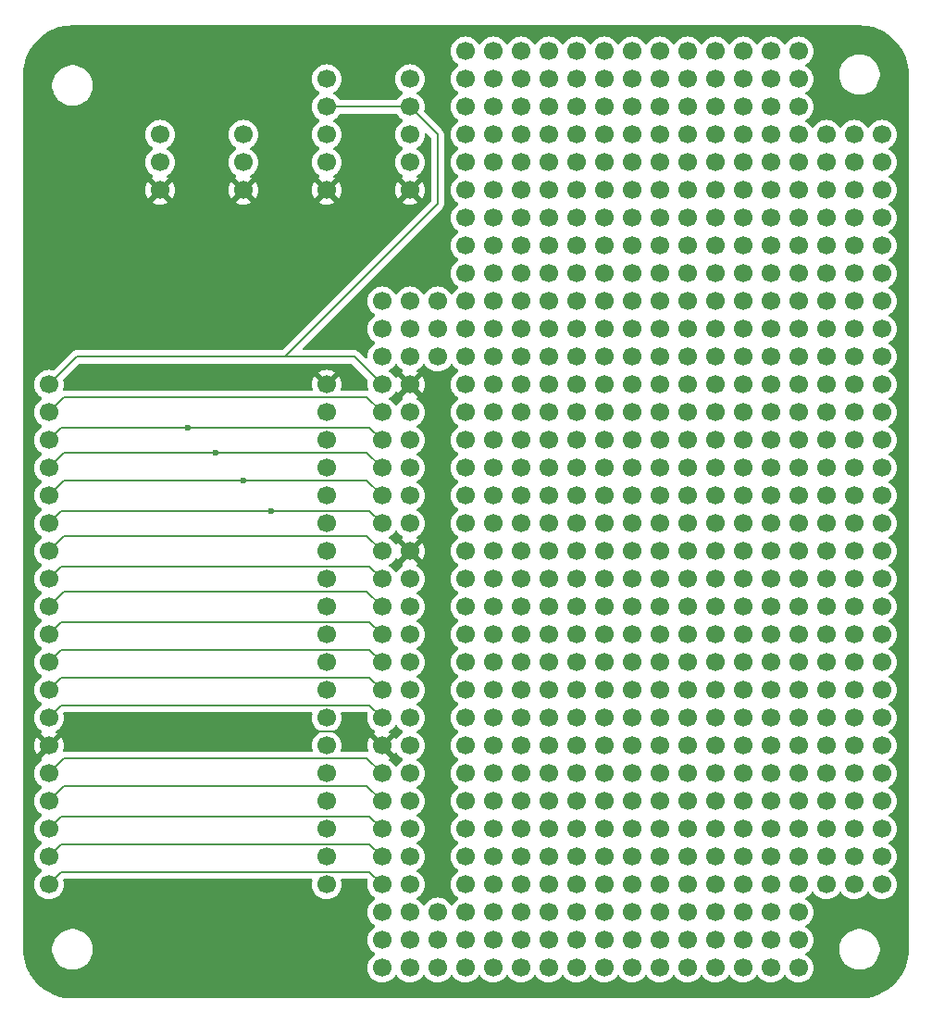
<source format=gbr>
%TF.GenerationSoftware,KiCad,Pcbnew,8.0.6-unknown-202410280735~4a7dcfdd1f~ubuntu22.04.1*%
%TF.CreationDate,2024-10-31T16:24:39+09:00*%
%TF.ProjectId,MG5-ESP32-Shield,4d47352d-4553-4503-9332-2d536869656c,rev?*%
%TF.SameCoordinates,Original*%
%TF.FileFunction,Copper,L1,Top*%
%TF.FilePolarity,Positive*%
%FSLAX46Y46*%
G04 Gerber Fmt 4.6, Leading zero omitted, Abs format (unit mm)*
G04 Created by KiCad (PCBNEW 8.0.6-unknown-202410280735~4a7dcfdd1f~ubuntu22.04.1) date 2024-10-31 16:24:39*
%MOMM*%
%LPD*%
G01*
G04 APERTURE LIST*
%TA.AperFunction,ComponentPad*%
%ADD10C,1.700000*%
%TD*%
%TA.AperFunction,ViaPad*%
%ADD11C,0.600000*%
%TD*%
%TA.AperFunction,Conductor*%
%ADD12C,0.200000*%
%TD*%
G04 APERTURE END LIST*
D10*
%TO.P,L,1,Pin_1*%
%TO.N,32*%
X127000000Y-63500000D03*
%TO.P,L,2,Pin_2*%
%TO.N,33*%
X127000000Y-66040000D03*
%TO.P,L,3,Pin_3*%
%TO.N,GND*%
X127000000Y-68580000D03*
%TD*%
%TO.P,REF\u002A\u002A,1*%
%TO.N,N/C*%
X154940000Y-55880000D03*
%TO.P,REF\u002A\u002A,2*%
X157480000Y-55880000D03*
%TO.P,REF\u002A\u002A,3*%
X160020000Y-55880000D03*
%TO.P,REF\u002A\u002A,4*%
X162560000Y-55880000D03*
%TO.P,REF\u002A\u002A,5*%
X165100000Y-55880000D03*
%TO.P,REF\u002A\u002A,6*%
X167640000Y-55880000D03*
%TO.P,REF\u002A\u002A,7*%
X170180000Y-55880000D03*
%TO.P,REF\u002A\u002A,8*%
X172720000Y-55880000D03*
%TO.P,REF\u002A\u002A,9*%
X154940000Y-58420000D03*
%TO.P,REF\u002A\u002A,10*%
X157480000Y-58420000D03*
%TO.P,REF\u002A\u002A,11*%
X160020000Y-58420000D03*
%TO.P,REF\u002A\u002A,12*%
X162560000Y-58420000D03*
%TO.P,REF\u002A\u002A,13*%
X165100000Y-58420000D03*
%TO.P,REF\u002A\u002A,14*%
X167640000Y-58420000D03*
%TO.P,REF\u002A\u002A,15*%
X170180000Y-58420000D03*
%TO.P,REF\u002A\u002A,16*%
X172720000Y-58420000D03*
%TO.P,REF\u002A\u002A,17*%
X154940000Y-60960000D03*
%TO.P,REF\u002A\u002A,18*%
X157480000Y-60960000D03*
%TO.P,REF\u002A\u002A,19*%
X160020000Y-60960000D03*
%TO.P,REF\u002A\u002A,20*%
X162560000Y-60960000D03*
%TO.P,REF\u002A\u002A,21*%
X165100000Y-60960000D03*
%TO.P,REF\u002A\u002A,22*%
X167640000Y-60960000D03*
%TO.P,REF\u002A\u002A,23*%
X170180000Y-60960000D03*
%TO.P,REF\u002A\u002A,24*%
X172720000Y-60960000D03*
%TO.P,REF\u002A\u002A,25*%
X154940000Y-63500000D03*
%TO.P,REF\u002A\u002A,26*%
X157480000Y-63500000D03*
%TO.P,REF\u002A\u002A,27*%
X160020000Y-63500000D03*
%TO.P,REF\u002A\u002A,28*%
X162560000Y-63500000D03*
%TO.P,REF\u002A\u002A,29*%
X165100000Y-63500000D03*
%TO.P,REF\u002A\u002A,30*%
X167640000Y-63500000D03*
%TO.P,REF\u002A\u002A,31*%
X170180000Y-63500000D03*
%TO.P,REF\u002A\u002A,32*%
X172720000Y-63500000D03*
%TO.P,REF\u002A\u002A,33*%
X154940000Y-66040000D03*
%TO.P,REF\u002A\u002A,34*%
X157480000Y-66040000D03*
%TO.P,REF\u002A\u002A,35*%
X160020000Y-66040000D03*
%TO.P,REF\u002A\u002A,36*%
X162560000Y-66040000D03*
%TO.P,REF\u002A\u002A,37*%
X165100000Y-66040000D03*
%TO.P,REF\u002A\u002A,38*%
X167640000Y-66040000D03*
%TO.P,REF\u002A\u002A,39*%
X170180000Y-66040000D03*
%TO.P,REF\u002A\u002A,40*%
X172720000Y-66040000D03*
%TO.P,REF\u002A\u002A,41*%
X154940000Y-68580000D03*
%TO.P,REF\u002A\u002A,42*%
X157480000Y-68580000D03*
%TO.P,REF\u002A\u002A,43*%
X160020000Y-68580000D03*
%TO.P,REF\u002A\u002A,44*%
X162560000Y-68580000D03*
%TO.P,REF\u002A\u002A,45*%
X165100000Y-68580000D03*
%TO.P,REF\u002A\u002A,46*%
X167640000Y-68580000D03*
%TO.P,REF\u002A\u002A,47*%
X170180000Y-68580000D03*
%TO.P,REF\u002A\u002A,48*%
X172720000Y-68580000D03*
%TO.P,REF\u002A\u002A,49*%
X154940000Y-71120000D03*
%TO.P,REF\u002A\u002A,50*%
X157480000Y-71120000D03*
%TO.P,REF\u002A\u002A,51*%
X160020000Y-71120000D03*
%TO.P,REF\u002A\u002A,52*%
X162560000Y-71120000D03*
%TO.P,REF\u002A\u002A,53*%
X165100000Y-71120000D03*
%TO.P,REF\u002A\u002A,54*%
X167640000Y-71120000D03*
%TO.P,REF\u002A\u002A,55*%
X170180000Y-71120000D03*
%TO.P,REF\u002A\u002A,56*%
X172720000Y-71120000D03*
%TO.P,REF\u002A\u002A,57*%
X154940000Y-73660000D03*
%TO.P,REF\u002A\u002A,58*%
X157480000Y-73660000D03*
%TO.P,REF\u002A\u002A,59*%
X160020000Y-73660000D03*
%TO.P,REF\u002A\u002A,60*%
X162560000Y-73660000D03*
%TO.P,REF\u002A\u002A,61*%
X165100000Y-73660000D03*
%TO.P,REF\u002A\u002A,62*%
X167640000Y-73660000D03*
%TO.P,REF\u002A\u002A,63*%
X170180000Y-73660000D03*
%TO.P,REF\u002A\u002A,64*%
X172720000Y-73660000D03*
%TO.P,REF\u002A\u002A,65*%
X154940000Y-76200000D03*
%TO.P,REF\u002A\u002A,66*%
X157480000Y-76200000D03*
%TO.P,REF\u002A\u002A,67*%
X160020000Y-76200000D03*
%TO.P,REF\u002A\u002A,68*%
X162560000Y-76200000D03*
%TO.P,REF\u002A\u002A,69*%
X165100000Y-76200000D03*
%TO.P,REF\u002A\u002A,70*%
X167640000Y-76200000D03*
%TO.P,REF\u002A\u002A,71*%
X170180000Y-76200000D03*
%TO.P,REF\u002A\u002A,72*%
X172720000Y-76200000D03*
%TO.P,REF\u002A\u002A,73*%
X154940000Y-78740000D03*
%TO.P,REF\u002A\u002A,74*%
X157480000Y-78740000D03*
%TO.P,REF\u002A\u002A,75*%
X160020000Y-78740000D03*
%TO.P,REF\u002A\u002A,76*%
X162560000Y-78740000D03*
%TO.P,REF\u002A\u002A,77*%
X165100000Y-78740000D03*
%TO.P,REF\u002A\u002A,78*%
X167640000Y-78740000D03*
%TO.P,REF\u002A\u002A,79*%
X170180000Y-78740000D03*
%TO.P,REF\u002A\u002A,80*%
X172720000Y-78740000D03*
%TO.P,REF\u002A\u002A,81*%
X154940000Y-81280000D03*
%TO.P,REF\u002A\u002A,82*%
X157480000Y-81280000D03*
%TO.P,REF\u002A\u002A,83*%
X160020000Y-81280000D03*
%TO.P,REF\u002A\u002A,84*%
X162560000Y-81280000D03*
%TO.P,REF\u002A\u002A,85*%
X165100000Y-81280000D03*
%TO.P,REF\u002A\u002A,86*%
X167640000Y-81280000D03*
%TO.P,REF\u002A\u002A,87*%
X170180000Y-81280000D03*
%TO.P,REF\u002A\u002A,88*%
X172720000Y-81280000D03*
%TO.P,REF\u002A\u002A,89*%
X154940000Y-83820000D03*
%TO.P,REF\u002A\u002A,90*%
X157480000Y-83820000D03*
%TO.P,REF\u002A\u002A,91*%
X160020000Y-83820000D03*
%TO.P,REF\u002A\u002A,92*%
X162560000Y-83820000D03*
%TO.P,REF\u002A\u002A,93*%
X165100000Y-83820000D03*
%TO.P,REF\u002A\u002A,94*%
X167640000Y-83820000D03*
%TO.P,REF\u002A\u002A,95*%
X170180000Y-83820000D03*
%TO.P,REF\u002A\u002A,96*%
X172720000Y-83820000D03*
%TO.P,REF\u002A\u002A,97*%
X154940000Y-86360000D03*
%TO.P,REF\u002A\u002A,98*%
X157480000Y-86360000D03*
%TO.P,REF\u002A\u002A,99*%
X160020000Y-86360000D03*
%TO.P,REF\u002A\u002A,100*%
X162560000Y-86360000D03*
%TO.P,REF\u002A\u002A,101*%
X165100000Y-86360000D03*
%TO.P,REF\u002A\u002A,102*%
X167640000Y-86360000D03*
%TO.P,REF\u002A\u002A,103*%
X170180000Y-86360000D03*
%TO.P,REF\u002A\u002A,104*%
X172720000Y-86360000D03*
%TO.P,REF\u002A\u002A,105*%
X154940000Y-88900000D03*
%TO.P,REF\u002A\u002A,106*%
X157480000Y-88900000D03*
%TO.P,REF\u002A\u002A,107*%
X160020000Y-88900000D03*
%TO.P,REF\u002A\u002A,108*%
X162560000Y-88900000D03*
%TO.P,REF\u002A\u002A,109*%
X165100000Y-88900000D03*
%TO.P,REF\u002A\u002A,110*%
X167640000Y-88900000D03*
%TO.P,REF\u002A\u002A,111*%
X170180000Y-88900000D03*
%TO.P,REF\u002A\u002A,112*%
X172720000Y-88900000D03*
%TO.P,REF\u002A\u002A,113*%
X154940000Y-91440000D03*
%TO.P,REF\u002A\u002A,114*%
X157480000Y-91440000D03*
%TO.P,REF\u002A\u002A,115*%
X160020000Y-91440000D03*
%TO.P,REF\u002A\u002A,116*%
X162560000Y-91440000D03*
%TO.P,REF\u002A\u002A,117*%
X165100000Y-91440000D03*
%TO.P,REF\u002A\u002A,118*%
X167640000Y-91440000D03*
%TO.P,REF\u002A\u002A,119*%
X170180000Y-91440000D03*
%TO.P,REF\u002A\u002A,120*%
X172720000Y-91440000D03*
%TO.P,REF\u002A\u002A,121*%
X154940000Y-93980000D03*
%TO.P,REF\u002A\u002A,122*%
X157480000Y-93980000D03*
%TO.P,REF\u002A\u002A,123*%
X160020000Y-93980000D03*
%TO.P,REF\u002A\u002A,124*%
X162560000Y-93980000D03*
%TO.P,REF\u002A\u002A,125*%
X165100000Y-93980000D03*
%TO.P,REF\u002A\u002A,126*%
X167640000Y-93980000D03*
%TO.P,REF\u002A\u002A,127*%
X170180000Y-93980000D03*
%TO.P,REF\u002A\u002A,128*%
X172720000Y-93980000D03*
%TO.P,REF\u002A\u002A,129*%
X154940000Y-96520000D03*
%TO.P,REF\u002A\u002A,130*%
X157480000Y-96520000D03*
%TO.P,REF\u002A\u002A,131*%
X160020000Y-96520000D03*
%TO.P,REF\u002A\u002A,132*%
X162560000Y-96520000D03*
%TO.P,REF\u002A\u002A,133*%
X165100000Y-96520000D03*
%TO.P,REF\u002A\u002A,134*%
X167640000Y-96520000D03*
%TO.P,REF\u002A\u002A,135*%
X170180000Y-96520000D03*
%TO.P,REF\u002A\u002A,136*%
X172720000Y-96520000D03*
%TO.P,REF\u002A\u002A,137*%
X154940000Y-99060000D03*
%TO.P,REF\u002A\u002A,138*%
X157480000Y-99060000D03*
%TO.P,REF\u002A\u002A,139*%
X160020000Y-99060000D03*
%TO.P,REF\u002A\u002A,140*%
X162560000Y-99060000D03*
%TO.P,REF\u002A\u002A,141*%
X165100000Y-99060000D03*
%TO.P,REF\u002A\u002A,142*%
X167640000Y-99060000D03*
%TO.P,REF\u002A\u002A,143*%
X170180000Y-99060000D03*
%TO.P,REF\u002A\u002A,144*%
X172720000Y-99060000D03*
%TO.P,REF\u002A\u002A,145*%
X154940000Y-101600000D03*
%TO.P,REF\u002A\u002A,146*%
X157480000Y-101600000D03*
%TO.P,REF\u002A\u002A,147*%
X160020000Y-101600000D03*
%TO.P,REF\u002A\u002A,148*%
X162560000Y-101600000D03*
%TO.P,REF\u002A\u002A,149*%
X165100000Y-101600000D03*
%TO.P,REF\u002A\u002A,150*%
X167640000Y-101600000D03*
%TO.P,REF\u002A\u002A,151*%
X170180000Y-101600000D03*
%TO.P,REF\u002A\u002A,152*%
X172720000Y-101600000D03*
%TO.P,REF\u002A\u002A,153*%
X154940000Y-104140000D03*
%TO.P,REF\u002A\u002A,154*%
X157480000Y-104140000D03*
%TO.P,REF\u002A\u002A,155*%
X160020000Y-104140000D03*
%TO.P,REF\u002A\u002A,156*%
X162560000Y-104140000D03*
%TO.P,REF\u002A\u002A,157*%
X165100000Y-104140000D03*
%TO.P,REF\u002A\u002A,158*%
X167640000Y-104140000D03*
%TO.P,REF\u002A\u002A,159*%
X170180000Y-104140000D03*
%TO.P,REF\u002A\u002A,160*%
X172720000Y-104140000D03*
%TO.P,REF\u002A\u002A,161*%
X154940000Y-106680000D03*
%TO.P,REF\u002A\u002A,162*%
X157480000Y-106680000D03*
%TO.P,REF\u002A\u002A,163*%
X160020000Y-106680000D03*
%TO.P,REF\u002A\u002A,164*%
X162560000Y-106680000D03*
%TO.P,REF\u002A\u002A,165*%
X165100000Y-106680000D03*
%TO.P,REF\u002A\u002A,166*%
X167640000Y-106680000D03*
%TO.P,REF\u002A\u002A,167*%
X170180000Y-106680000D03*
%TO.P,REF\u002A\u002A,168*%
X172720000Y-106680000D03*
%TO.P,REF\u002A\u002A,169*%
X154940000Y-109220000D03*
%TO.P,REF\u002A\u002A,170*%
X157480000Y-109220000D03*
%TO.P,REF\u002A\u002A,171*%
X160020000Y-109220000D03*
%TO.P,REF\u002A\u002A,172*%
X162560000Y-109220000D03*
%TO.P,REF\u002A\u002A,173*%
X165100000Y-109220000D03*
%TO.P,REF\u002A\u002A,174*%
X167640000Y-109220000D03*
%TO.P,REF\u002A\u002A,175*%
X170180000Y-109220000D03*
%TO.P,REF\u002A\u002A,176*%
X172720000Y-109220000D03*
%TO.P,REF\u002A\u002A,177*%
X154940000Y-111760000D03*
%TO.P,REF\u002A\u002A,178*%
X157480000Y-111760000D03*
%TO.P,REF\u002A\u002A,179*%
X160020000Y-111760000D03*
%TO.P,REF\u002A\u002A,180*%
X162560000Y-111760000D03*
%TO.P,REF\u002A\u002A,181*%
X165100000Y-111760000D03*
%TO.P,REF\u002A\u002A,182*%
X167640000Y-111760000D03*
%TO.P,REF\u002A\u002A,183*%
X170180000Y-111760000D03*
%TO.P,REF\u002A\u002A,184*%
X172720000Y-111760000D03*
%TO.P,REF\u002A\u002A,185*%
X154940000Y-114300000D03*
%TO.P,REF\u002A\u002A,186*%
X157480000Y-114300000D03*
%TO.P,REF\u002A\u002A,187*%
X160020000Y-114300000D03*
%TO.P,REF\u002A\u002A,188*%
X162560000Y-114300000D03*
%TO.P,REF\u002A\u002A,189*%
X165100000Y-114300000D03*
%TO.P,REF\u002A\u002A,190*%
X167640000Y-114300000D03*
%TO.P,REF\u002A\u002A,191*%
X170180000Y-114300000D03*
%TO.P,REF\u002A\u002A,192*%
X172720000Y-114300000D03*
%TO.P,REF\u002A\u002A,193*%
X154940000Y-116840000D03*
%TO.P,REF\u002A\u002A,194*%
X157480000Y-116840000D03*
%TO.P,REF\u002A\u002A,195*%
X160020000Y-116840000D03*
%TO.P,REF\u002A\u002A,196*%
X162560000Y-116840000D03*
%TO.P,REF\u002A\u002A,197*%
X165100000Y-116840000D03*
%TO.P,REF\u002A\u002A,198*%
X167640000Y-116840000D03*
%TO.P,REF\u002A\u002A,199*%
X170180000Y-116840000D03*
%TO.P,REF\u002A\u002A,200*%
X172720000Y-116840000D03*
%TO.P,REF\u002A\u002A,201*%
X154940000Y-119380000D03*
%TO.P,REF\u002A\u002A,202*%
X157480000Y-119380000D03*
%TO.P,REF\u002A\u002A,203*%
X160020000Y-119380000D03*
%TO.P,REF\u002A\u002A,204*%
X162560000Y-119380000D03*
%TO.P,REF\u002A\u002A,205*%
X165100000Y-119380000D03*
%TO.P,REF\u002A\u002A,206*%
X167640000Y-119380000D03*
%TO.P,REF\u002A\u002A,207*%
X170180000Y-119380000D03*
%TO.P,REF\u002A\u002A,208*%
X172720000Y-119380000D03*
%TO.P,REF\u002A\u002A,209*%
X154940000Y-121920000D03*
%TO.P,REF\u002A\u002A,210*%
X157480000Y-121920000D03*
%TO.P,REF\u002A\u002A,211*%
X160020000Y-121920000D03*
%TO.P,REF\u002A\u002A,212*%
X162560000Y-121920000D03*
%TO.P,REF\u002A\u002A,213*%
X165100000Y-121920000D03*
%TO.P,REF\u002A\u002A,214*%
X167640000Y-121920000D03*
%TO.P,REF\u002A\u002A,215*%
X170180000Y-121920000D03*
%TO.P,REF\u002A\u002A,216*%
X172720000Y-121920000D03*
%TO.P,REF\u002A\u002A,217*%
X154940000Y-124460000D03*
%TO.P,REF\u002A\u002A,218*%
X157480000Y-124460000D03*
%TO.P,REF\u002A\u002A,219*%
X160020000Y-124460000D03*
%TO.P,REF\u002A\u002A,220*%
X162560000Y-124460000D03*
%TO.P,REF\u002A\u002A,221*%
X165100000Y-124460000D03*
%TO.P,REF\u002A\u002A,222*%
X167640000Y-124460000D03*
%TO.P,REF\u002A\u002A,223*%
X170180000Y-124460000D03*
%TO.P,REF\u002A\u002A,224*%
X172720000Y-124460000D03*
%TO.P,REF\u002A\u002A,225*%
X154940000Y-127000000D03*
%TO.P,REF\u002A\u002A,226*%
X157480000Y-127000000D03*
%TO.P,REF\u002A\u002A,227*%
X160020000Y-127000000D03*
%TO.P,REF\u002A\u002A,228*%
X162560000Y-127000000D03*
%TO.P,REF\u002A\u002A,229*%
X165100000Y-127000000D03*
%TO.P,REF\u002A\u002A,230*%
X167640000Y-127000000D03*
%TO.P,REF\u002A\u002A,231*%
X170180000Y-127000000D03*
%TO.P,REF\u002A\u002A,232*%
X172720000Y-127000000D03*
%TO.P,REF\u002A\u002A,233*%
X154940000Y-129540000D03*
%TO.P,REF\u002A\u002A,234*%
X157480000Y-129540000D03*
%TO.P,REF\u002A\u002A,235*%
X160020000Y-129540000D03*
%TO.P,REF\u002A\u002A,236*%
X162560000Y-129540000D03*
%TO.P,REF\u002A\u002A,237*%
X165100000Y-129540000D03*
%TO.P,REF\u002A\u002A,238*%
X167640000Y-129540000D03*
%TO.P,REF\u002A\u002A,239*%
X170180000Y-129540000D03*
%TO.P,REF\u002A\u002A,240*%
X172720000Y-129540000D03*
%TO.P,REF\u002A\u002A,241*%
X154940000Y-132080000D03*
%TO.P,REF\u002A\u002A,242*%
X157480000Y-132080000D03*
%TO.P,REF\u002A\u002A,243*%
X160020000Y-132080000D03*
%TO.P,REF\u002A\u002A,244*%
X162560000Y-132080000D03*
%TO.P,REF\u002A\u002A,245*%
X165100000Y-132080000D03*
%TO.P,REF\u002A\u002A,246*%
X167640000Y-132080000D03*
%TO.P,REF\u002A\u002A,247*%
X170180000Y-132080000D03*
%TO.P,REF\u002A\u002A,248*%
X172720000Y-132080000D03*
%TO.P,REF\u002A\u002A,249*%
X154940000Y-134620000D03*
%TO.P,REF\u002A\u002A,250*%
X157480000Y-134620000D03*
%TO.P,REF\u002A\u002A,251*%
X160020000Y-134620000D03*
%TO.P,REF\u002A\u002A,252*%
X162560000Y-134620000D03*
%TO.P,REF\u002A\u002A,253*%
X165100000Y-134620000D03*
%TO.P,REF\u002A\u002A,254*%
X167640000Y-134620000D03*
%TO.P,REF\u002A\u002A,255*%
X170180000Y-134620000D03*
%TO.P,REF\u002A\u002A,256*%
X172720000Y-134620000D03*
%TO.P,REF\u002A\u002A,257*%
X154940000Y-137160000D03*
%TO.P,REF\u002A\u002A,258*%
X157480000Y-137160000D03*
%TO.P,REF\u002A\u002A,259*%
X160020000Y-137160000D03*
%TO.P,REF\u002A\u002A,260*%
X162560000Y-137160000D03*
%TO.P,REF\u002A\u002A,261*%
X165100000Y-137160000D03*
%TO.P,REF\u002A\u002A,262*%
X167640000Y-137160000D03*
%TO.P,REF\u002A\u002A,263*%
X170180000Y-137160000D03*
%TO.P,REF\u002A\u002A,264*%
X172720000Y-137160000D03*
%TO.P,REF\u002A\u002A,265*%
X154940000Y-139700000D03*
%TO.P,REF\u002A\u002A,266*%
X157480000Y-139700000D03*
%TO.P,REF\u002A\u002A,267*%
X160020000Y-139700000D03*
%TO.P,REF\u002A\u002A,268*%
X162560000Y-139700000D03*
%TO.P,REF\u002A\u002A,269*%
X165100000Y-139700000D03*
%TO.P,REF\u002A\u002A,270*%
X167640000Y-139700000D03*
%TO.P,REF\u002A\u002A,271*%
X170180000Y-139700000D03*
%TO.P,REF\u002A\u002A,272*%
X172720000Y-139700000D03*
%TO.P,REF\u002A\u002A,273*%
X147320000Y-78740000D03*
%TO.P,REF\u002A\u002A,274*%
X149860000Y-78740000D03*
%TO.P,REF\u002A\u002A,275*%
X152400000Y-78740000D03*
%TO.P,REF\u002A\u002A,276*%
X147320000Y-81280000D03*
%TO.P,REF\u002A\u002A,277*%
X149860000Y-81280000D03*
%TO.P,REF\u002A\u002A,278*%
X152400000Y-81280000D03*
%TO.P,REF\u002A\u002A,279*%
X147320000Y-83820000D03*
%TO.P,REF\u002A\u002A,280*%
X149860000Y-83820000D03*
%TO.P,REF\u002A\u002A,281*%
X152400000Y-83820000D03*
%TO.P,REF\u002A\u002A,282*%
X175260000Y-55880000D03*
%TO.P,REF\u002A\u002A,283*%
X177800000Y-55880000D03*
%TO.P,REF\u002A\u002A,284*%
X180340000Y-55880000D03*
%TO.P,REF\u002A\u002A,285*%
X182880000Y-55880000D03*
%TO.P,REF\u002A\u002A,286*%
X185420000Y-55880000D03*
%TO.P,REF\u002A\u002A,287*%
X175260000Y-58420000D03*
%TO.P,REF\u002A\u002A,288*%
X177800000Y-58420000D03*
%TO.P,REF\u002A\u002A,289*%
X180340000Y-58420000D03*
%TO.P,REF\u002A\u002A,290*%
X182880000Y-58420000D03*
%TO.P,REF\u002A\u002A,291*%
X185420000Y-58420000D03*
%TO.P,REF\u002A\u002A,292*%
X175260000Y-60960000D03*
%TO.P,REF\u002A\u002A,293*%
X177800000Y-60960000D03*
%TO.P,REF\u002A\u002A,294*%
X180340000Y-60960000D03*
%TO.P,REF\u002A\u002A,295*%
X182880000Y-60960000D03*
%TO.P,REF\u002A\u002A,296*%
X185420000Y-60960000D03*
%TO.P,REF\u002A\u002A,297*%
X175260000Y-63500000D03*
%TO.P,REF\u002A\u002A,298*%
X177800000Y-63500000D03*
%TO.P,REF\u002A\u002A,299*%
X180340000Y-63500000D03*
%TO.P,REF\u002A\u002A,300*%
X182880000Y-63500000D03*
%TO.P,REF\u002A\u002A,301*%
X185420000Y-63500000D03*
%TO.P,REF\u002A\u002A,302*%
X187960000Y-63500000D03*
%TO.P,REF\u002A\u002A,303*%
X190500000Y-63500000D03*
%TO.P,REF\u002A\u002A,304*%
X193040000Y-63500000D03*
%TO.P,REF\u002A\u002A,305*%
X175260000Y-66040000D03*
%TO.P,REF\u002A\u002A,306*%
X177800000Y-66040000D03*
%TO.P,REF\u002A\u002A,307*%
X180340000Y-66040000D03*
%TO.P,REF\u002A\u002A,308*%
X182880000Y-66040000D03*
%TO.P,REF\u002A\u002A,309*%
X185420000Y-66040000D03*
%TO.P,REF\u002A\u002A,310*%
X187960000Y-66040000D03*
%TO.P,REF\u002A\u002A,311*%
X190500000Y-66040000D03*
%TO.P,REF\u002A\u002A,312*%
X193040000Y-66040000D03*
%TO.P,REF\u002A\u002A,313*%
X175260000Y-68580000D03*
%TO.P,REF\u002A\u002A,314*%
X177800000Y-68580000D03*
%TO.P,REF\u002A\u002A,315*%
X180340000Y-68580000D03*
%TO.P,REF\u002A\u002A,316*%
X182880000Y-68580000D03*
%TO.P,REF\u002A\u002A,317*%
X185420000Y-68580000D03*
%TO.P,REF\u002A\u002A,318*%
X187960000Y-68580000D03*
%TO.P,REF\u002A\u002A,319*%
X190500000Y-68580000D03*
%TO.P,REF\u002A\u002A,320*%
X193040000Y-68580000D03*
%TO.P,REF\u002A\u002A,321*%
X175260000Y-71120000D03*
%TO.P,REF\u002A\u002A,322*%
X177800000Y-71120000D03*
%TO.P,REF\u002A\u002A,323*%
X180340000Y-71120000D03*
%TO.P,REF\u002A\u002A,324*%
X182880000Y-71120000D03*
%TO.P,REF\u002A\u002A,325*%
X185420000Y-71120000D03*
%TO.P,REF\u002A\u002A,326*%
X187960000Y-71120000D03*
%TO.P,REF\u002A\u002A,327*%
X190500000Y-71120000D03*
%TO.P,REF\u002A\u002A,328*%
X193040000Y-71120000D03*
%TO.P,REF\u002A\u002A,329*%
X175260000Y-73660000D03*
%TO.P,REF\u002A\u002A,330*%
X177800000Y-73660000D03*
%TO.P,REF\u002A\u002A,331*%
X180340000Y-73660000D03*
%TO.P,REF\u002A\u002A,332*%
X182880000Y-73660000D03*
%TO.P,REF\u002A\u002A,333*%
X185420000Y-73660000D03*
%TO.P,REF\u002A\u002A,334*%
X187960000Y-73660000D03*
%TO.P,REF\u002A\u002A,335*%
X190500000Y-73660000D03*
%TO.P,REF\u002A\u002A,336*%
X193040000Y-73660000D03*
%TO.P,REF\u002A\u002A,337*%
X175260000Y-76200000D03*
%TO.P,REF\u002A\u002A,338*%
X177800000Y-76200000D03*
%TO.P,REF\u002A\u002A,339*%
X180340000Y-76200000D03*
%TO.P,REF\u002A\u002A,340*%
X182880000Y-76200000D03*
%TO.P,REF\u002A\u002A,341*%
X185420000Y-76200000D03*
%TO.P,REF\u002A\u002A,342*%
X187960000Y-76200000D03*
%TO.P,REF\u002A\u002A,343*%
X190500000Y-76200000D03*
%TO.P,REF\u002A\u002A,344*%
X193040000Y-76200000D03*
%TO.P,REF\u002A\u002A,345*%
X175260000Y-78740000D03*
%TO.P,REF\u002A\u002A,346*%
X177800000Y-78740000D03*
%TO.P,REF\u002A\u002A,347*%
X180340000Y-78740000D03*
%TO.P,REF\u002A\u002A,348*%
X182880000Y-78740000D03*
%TO.P,REF\u002A\u002A,349*%
X185420000Y-78740000D03*
%TO.P,REF\u002A\u002A,350*%
X187960000Y-78740000D03*
%TO.P,REF\u002A\u002A,351*%
X190500000Y-78740000D03*
%TO.P,REF\u002A\u002A,352*%
X193040000Y-78740000D03*
%TO.P,REF\u002A\u002A,353*%
X175260000Y-81280000D03*
%TO.P,REF\u002A\u002A,354*%
X177800000Y-81280000D03*
%TO.P,REF\u002A\u002A,355*%
X180340000Y-81280000D03*
%TO.P,REF\u002A\u002A,356*%
X182880000Y-81280000D03*
%TO.P,REF\u002A\u002A,357*%
X185420000Y-81280000D03*
%TO.P,REF\u002A\u002A,358*%
X187960000Y-81280000D03*
%TO.P,REF\u002A\u002A,359*%
X190500000Y-81280000D03*
%TO.P,REF\u002A\u002A,360*%
X193040000Y-81280000D03*
%TO.P,REF\u002A\u002A,361*%
X175260000Y-83820000D03*
%TO.P,REF\u002A\u002A,362*%
X177800000Y-83820000D03*
%TO.P,REF\u002A\u002A,363*%
X180340000Y-83820000D03*
%TO.P,REF\u002A\u002A,364*%
X182880000Y-83820000D03*
%TO.P,REF\u002A\u002A,365*%
X185420000Y-83820000D03*
%TO.P,REF\u002A\u002A,366*%
X187960000Y-83820000D03*
%TO.P,REF\u002A\u002A,367*%
X190500000Y-83820000D03*
%TO.P,REF\u002A\u002A,368*%
X193040000Y-83820000D03*
%TO.P,REF\u002A\u002A,369*%
X175260000Y-86360000D03*
%TO.P,REF\u002A\u002A,370*%
X177800000Y-86360000D03*
%TO.P,REF\u002A\u002A,371*%
X180340000Y-86360000D03*
%TO.P,REF\u002A\u002A,372*%
X182880000Y-86360000D03*
%TO.P,REF\u002A\u002A,373*%
X185420000Y-86360000D03*
%TO.P,REF\u002A\u002A,374*%
X187960000Y-86360000D03*
%TO.P,REF\u002A\u002A,375*%
X190500000Y-86360000D03*
%TO.P,REF\u002A\u002A,376*%
X193040000Y-86360000D03*
%TO.P,REF\u002A\u002A,377*%
X175260000Y-88900000D03*
%TO.P,REF\u002A\u002A,378*%
X177800000Y-88900000D03*
%TO.P,REF\u002A\u002A,379*%
X180340000Y-88900000D03*
%TO.P,REF\u002A\u002A,380*%
X182880000Y-88900000D03*
%TO.P,REF\u002A\u002A,381*%
X185420000Y-88900000D03*
%TO.P,REF\u002A\u002A,382*%
X187960000Y-88900000D03*
%TO.P,REF\u002A\u002A,383*%
X190500000Y-88900000D03*
%TO.P,REF\u002A\u002A,384*%
X193040000Y-88900000D03*
%TO.P,REF\u002A\u002A,385*%
X175260000Y-91440000D03*
%TO.P,REF\u002A\u002A,386*%
X177800000Y-91440000D03*
%TO.P,REF\u002A\u002A,387*%
X180340000Y-91440000D03*
%TO.P,REF\u002A\u002A,388*%
X182880000Y-91440000D03*
%TO.P,REF\u002A\u002A,389*%
X185420000Y-91440000D03*
%TO.P,REF\u002A\u002A,390*%
X187960000Y-91440000D03*
%TO.P,REF\u002A\u002A,391*%
X190500000Y-91440000D03*
%TO.P,REF\u002A\u002A,392*%
X193040000Y-91440000D03*
%TO.P,REF\u002A\u002A,393*%
X175260000Y-93980000D03*
%TO.P,REF\u002A\u002A,394*%
X177800000Y-93980000D03*
%TO.P,REF\u002A\u002A,395*%
X180340000Y-93980000D03*
%TO.P,REF\u002A\u002A,396*%
X182880000Y-93980000D03*
%TO.P,REF\u002A\u002A,397*%
X185420000Y-93980000D03*
%TO.P,REF\u002A\u002A,398*%
X187960000Y-93980000D03*
%TO.P,REF\u002A\u002A,399*%
X190500000Y-93980000D03*
%TO.P,REF\u002A\u002A,400*%
X193040000Y-93980000D03*
%TO.P,REF\u002A\u002A,401*%
X175260000Y-96520000D03*
%TO.P,REF\u002A\u002A,402*%
X177800000Y-96520000D03*
%TO.P,REF\u002A\u002A,403*%
X180340000Y-96520000D03*
%TO.P,REF\u002A\u002A,404*%
X182880000Y-96520000D03*
%TO.P,REF\u002A\u002A,405*%
X185420000Y-96520000D03*
%TO.P,REF\u002A\u002A,406*%
X187960000Y-96520000D03*
%TO.P,REF\u002A\u002A,407*%
X190500000Y-96520000D03*
%TO.P,REF\u002A\u002A,408*%
X193040000Y-96520000D03*
%TO.P,REF\u002A\u002A,409*%
X175260000Y-99060000D03*
%TO.P,REF\u002A\u002A,410*%
X177800000Y-99060000D03*
%TO.P,REF\u002A\u002A,411*%
X180340000Y-99060000D03*
%TO.P,REF\u002A\u002A,412*%
X182880000Y-99060000D03*
%TO.P,REF\u002A\u002A,413*%
X185420000Y-99060000D03*
%TO.P,REF\u002A\u002A,414*%
X187960000Y-99060000D03*
%TO.P,REF\u002A\u002A,415*%
X190500000Y-99060000D03*
%TO.P,REF\u002A\u002A,416*%
X193040000Y-99060000D03*
%TO.P,REF\u002A\u002A,417*%
X175260000Y-101600000D03*
%TO.P,REF\u002A\u002A,418*%
X177800000Y-101600000D03*
%TO.P,REF\u002A\u002A,419*%
X180340000Y-101600000D03*
%TO.P,REF\u002A\u002A,420*%
X182880000Y-101600000D03*
%TO.P,REF\u002A\u002A,421*%
X185420000Y-101600000D03*
%TO.P,REF\u002A\u002A,422*%
X187960000Y-101600000D03*
%TO.P,REF\u002A\u002A,423*%
X190500000Y-101600000D03*
%TO.P,REF\u002A\u002A,424*%
X193040000Y-101600000D03*
%TO.P,REF\u002A\u002A,425*%
X175260000Y-104140000D03*
%TO.P,REF\u002A\u002A,426*%
X177800000Y-104140000D03*
%TO.P,REF\u002A\u002A,427*%
X180340000Y-104140000D03*
%TO.P,REF\u002A\u002A,428*%
X182880000Y-104140000D03*
%TO.P,REF\u002A\u002A,429*%
X185420000Y-104140000D03*
%TO.P,REF\u002A\u002A,430*%
X187960000Y-104140000D03*
%TO.P,REF\u002A\u002A,431*%
X190500000Y-104140000D03*
%TO.P,REF\u002A\u002A,432*%
X193040000Y-104140000D03*
%TO.P,REF\u002A\u002A,433*%
X175260000Y-106680000D03*
%TO.P,REF\u002A\u002A,434*%
X177800000Y-106680000D03*
%TO.P,REF\u002A\u002A,435*%
X180340000Y-106680000D03*
%TO.P,REF\u002A\u002A,436*%
X182880000Y-106680000D03*
%TO.P,REF\u002A\u002A,437*%
X185420000Y-106680000D03*
%TO.P,REF\u002A\u002A,438*%
X187960000Y-106680000D03*
%TO.P,REF\u002A\u002A,439*%
X190500000Y-106680000D03*
%TO.P,REF\u002A\u002A,440*%
X193040000Y-106680000D03*
%TO.P,REF\u002A\u002A,441*%
X175260000Y-109220000D03*
%TO.P,REF\u002A\u002A,442*%
X177800000Y-109220000D03*
%TO.P,REF\u002A\u002A,443*%
X180340000Y-109220000D03*
%TO.P,REF\u002A\u002A,444*%
X182880000Y-109220000D03*
%TO.P,REF\u002A\u002A,445*%
X185420000Y-109220000D03*
%TO.P,REF\u002A\u002A,446*%
X187960000Y-109220000D03*
%TO.P,REF\u002A\u002A,447*%
X190500000Y-109220000D03*
%TO.P,REF\u002A\u002A,448*%
X193040000Y-109220000D03*
%TO.P,REF\u002A\u002A,449*%
X175260000Y-111760000D03*
%TO.P,REF\u002A\u002A,450*%
X177800000Y-111760000D03*
%TO.P,REF\u002A\u002A,451*%
X180340000Y-111760000D03*
%TO.P,REF\u002A\u002A,452*%
X182880000Y-111760000D03*
%TO.P,REF\u002A\u002A,453*%
X185420000Y-111760000D03*
%TO.P,REF\u002A\u002A,454*%
X187960000Y-111760000D03*
%TO.P,REF\u002A\u002A,455*%
X190500000Y-111760000D03*
%TO.P,REF\u002A\u002A,456*%
X193040000Y-111760000D03*
%TO.P,REF\u002A\u002A,457*%
X175260000Y-114300000D03*
%TO.P,REF\u002A\u002A,458*%
X177800000Y-114300000D03*
%TO.P,REF\u002A\u002A,459*%
X180340000Y-114300000D03*
%TO.P,REF\u002A\u002A,460*%
X182880000Y-114300000D03*
%TO.P,REF\u002A\u002A,461*%
X185420000Y-114300000D03*
%TO.P,REF\u002A\u002A,462*%
X187960000Y-114300000D03*
%TO.P,REF\u002A\u002A,463*%
X190500000Y-114300000D03*
%TO.P,REF\u002A\u002A,464*%
X193040000Y-114300000D03*
%TO.P,REF\u002A\u002A,465*%
X175260000Y-116840000D03*
%TO.P,REF\u002A\u002A,466*%
X177800000Y-116840000D03*
%TO.P,REF\u002A\u002A,467*%
X180340000Y-116840000D03*
%TO.P,REF\u002A\u002A,468*%
X182880000Y-116840000D03*
%TO.P,REF\u002A\u002A,469*%
X185420000Y-116840000D03*
%TO.P,REF\u002A\u002A,470*%
X187960000Y-116840000D03*
%TO.P,REF\u002A\u002A,471*%
X190500000Y-116840000D03*
%TO.P,REF\u002A\u002A,472*%
X193040000Y-116840000D03*
%TO.P,REF\u002A\u002A,473*%
X175260000Y-119380000D03*
%TO.P,REF\u002A\u002A,474*%
X177800000Y-119380000D03*
%TO.P,REF\u002A\u002A,475*%
X180340000Y-119380000D03*
%TO.P,REF\u002A\u002A,476*%
X182880000Y-119380000D03*
%TO.P,REF\u002A\u002A,477*%
X185420000Y-119380000D03*
%TO.P,REF\u002A\u002A,478*%
X187960000Y-119380000D03*
%TO.P,REF\u002A\u002A,479*%
X190500000Y-119380000D03*
%TO.P,REF\u002A\u002A,480*%
X193040000Y-119380000D03*
%TO.P,REF\u002A\u002A,481*%
X175260000Y-121920000D03*
%TO.P,REF\u002A\u002A,482*%
X177800000Y-121920000D03*
%TO.P,REF\u002A\u002A,483*%
X180340000Y-121920000D03*
%TO.P,REF\u002A\u002A,484*%
X182880000Y-121920000D03*
%TO.P,REF\u002A\u002A,485*%
X185420000Y-121920000D03*
%TO.P,REF\u002A\u002A,486*%
X187960000Y-121920000D03*
%TO.P,REF\u002A\u002A,487*%
X190500000Y-121920000D03*
%TO.P,REF\u002A\u002A,488*%
X193040000Y-121920000D03*
%TO.P,REF\u002A\u002A,489*%
X175260000Y-124460000D03*
%TO.P,REF\u002A\u002A,490*%
X177800000Y-124460000D03*
%TO.P,REF\u002A\u002A,491*%
X180340000Y-124460000D03*
%TO.P,REF\u002A\u002A,492*%
X182880000Y-124460000D03*
%TO.P,REF\u002A\u002A,493*%
X185420000Y-124460000D03*
%TO.P,REF\u002A\u002A,494*%
X187960000Y-124460000D03*
%TO.P,REF\u002A\u002A,495*%
X190500000Y-124460000D03*
%TO.P,REF\u002A\u002A,496*%
X193040000Y-124460000D03*
%TO.P,REF\u002A\u002A,497*%
X175260000Y-127000000D03*
%TO.P,REF\u002A\u002A,498*%
X177800000Y-127000000D03*
%TO.P,REF\u002A\u002A,499*%
X180340000Y-127000000D03*
%TO.P,REF\u002A\u002A,500*%
X182880000Y-127000000D03*
%TO.P,REF\u002A\u002A,501*%
X185420000Y-127000000D03*
%TO.P,REF\u002A\u002A,502*%
X187960000Y-127000000D03*
%TO.P,REF\u002A\u002A,503*%
X190500000Y-127000000D03*
%TO.P,REF\u002A\u002A,504*%
X193040000Y-127000000D03*
%TO.P,REF\u002A\u002A,505*%
X175260000Y-129540000D03*
%TO.P,REF\u002A\u002A,506*%
X177800000Y-129540000D03*
%TO.P,REF\u002A\u002A,507*%
X180340000Y-129540000D03*
%TO.P,REF\u002A\u002A,508*%
X182880000Y-129540000D03*
%TO.P,REF\u002A\u002A,509*%
X185420000Y-129540000D03*
%TO.P,REF\u002A\u002A,510*%
X187960000Y-129540000D03*
%TO.P,REF\u002A\u002A,511*%
X190500000Y-129540000D03*
%TO.P,REF\u002A\u002A,512*%
X193040000Y-129540000D03*
%TO.P,REF\u002A\u002A,513*%
X175260000Y-132080000D03*
%TO.P,REF\u002A\u002A,514*%
X177800000Y-132080000D03*
%TO.P,REF\u002A\u002A,515*%
X180340000Y-132080000D03*
%TO.P,REF\u002A\u002A,516*%
X182880000Y-132080000D03*
%TO.P,REF\u002A\u002A,517*%
X185420000Y-132080000D03*
%TO.P,REF\u002A\u002A,518*%
X187960000Y-132080000D03*
%TO.P,REF\u002A\u002A,519*%
X190500000Y-132080000D03*
%TO.P,REF\u002A\u002A,520*%
X193040000Y-132080000D03*
%TO.P,REF\u002A\u002A,521*%
X175260000Y-134620000D03*
%TO.P,REF\u002A\u002A,522*%
X177800000Y-134620000D03*
%TO.P,REF\u002A\u002A,523*%
X180340000Y-134620000D03*
%TO.P,REF\u002A\u002A,524*%
X182880000Y-134620000D03*
%TO.P,REF\u002A\u002A,525*%
X185420000Y-134620000D03*
%TO.P,REF\u002A\u002A,526*%
X175260000Y-137160000D03*
%TO.P,REF\u002A\u002A,527*%
X177800000Y-137160000D03*
%TO.P,REF\u002A\u002A,528*%
X180340000Y-137160000D03*
%TO.P,REF\u002A\u002A,529*%
X182880000Y-137160000D03*
%TO.P,REF\u002A\u002A,530*%
X185420000Y-137160000D03*
%TO.P,REF\u002A\u002A,531*%
X175260000Y-139700000D03*
%TO.P,REF\u002A\u002A,532*%
X177800000Y-139700000D03*
%TO.P,REF\u002A\u002A,533*%
X180340000Y-139700000D03*
%TO.P,REF\u002A\u002A,534*%
X182880000Y-139700000D03*
%TO.P,REF\u002A\u002A,535*%
X185420000Y-139700000D03*
%TO.P,REF\u002A\u002A,536*%
X147320000Y-134620000D03*
%TO.P,REF\u002A\u002A,537*%
X149860000Y-134620000D03*
%TO.P,REF\u002A\u002A,538*%
X152400000Y-134620000D03*
%TO.P,REF\u002A\u002A,539*%
X147320000Y-137160000D03*
%TO.P,REF\u002A\u002A,540*%
X149860000Y-137160000D03*
%TO.P,REF\u002A\u002A,541*%
X152400000Y-137160000D03*
%TO.P,REF\u002A\u002A,542*%
X147320000Y-139700000D03*
%TO.P,REF\u002A\u002A,543*%
X149860000Y-139700000D03*
%TO.P,REF\u002A\u002A,544*%
X152400000Y-139700000D03*
%TD*%
%TO.P,R,1,Pin_1*%
%TO.N,34*%
X149860000Y-58420000D03*
%TO.P,R,2,Pin_2*%
%TO.N,+3V3*%
X149860000Y-60960000D03*
%TO.P,R,3,Pin_3*%
%TO.N,35*%
X149860000Y-63500000D03*
%TO.P,R,4,Pin_4*%
%TO.N,unconnected-(J1-Pin_4-Pad4)*%
X149860000Y-66040000D03*
%TO.P,R,5,Pin_5*%
%TO.N,GND*%
X149860000Y-68580000D03*
%TD*%
%TO.P,J5,1,Pin_1*%
%TO.N,+3V3*%
X147320000Y-86360000D03*
%TO.P,J5,2,Pin_2*%
%TO.N,EN*%
X147320000Y-88900000D03*
%TO.P,J5,3,Pin_3*%
%TO.N,VP*%
X147320000Y-91440000D03*
%TO.P,J5,4,Pin_4*%
%TO.N,VN*%
X147320000Y-93980000D03*
%TO.P,J5,5,Pin_5*%
%TO.N,34*%
X147320000Y-96520000D03*
%TO.P,J5,6,Pin_6*%
%TO.N,35*%
X147320000Y-99060000D03*
%TO.P,J5,7,Pin_7*%
%TO.N,32*%
X147320000Y-101600000D03*
%TO.P,J5,8,Pin_8*%
%TO.N,33*%
X147320000Y-104140000D03*
%TO.P,J5,9,Pin_9*%
%TO.N,25*%
X147320000Y-106680000D03*
%TO.P,J5,10,Pin_10*%
%TO.N,26*%
X147320000Y-109220000D03*
%TO.P,J5,11,Pin_11*%
%TO.N,27*%
X147320000Y-111760000D03*
%TO.P,J5,12,Pin_12*%
%TO.N,14*%
X147320000Y-114300000D03*
%TO.P,J5,13,Pin_13*%
%TO.N,12*%
X147320000Y-116840000D03*
%TO.P,J5,14,Pin_14*%
%TO.N,GND*%
X147320000Y-119380000D03*
%TO.P,J5,15,Pin_15*%
%TO.N,13*%
X147320000Y-121920000D03*
%TO.P,J5,16,Pin_16*%
%TO.N,D2*%
X147320000Y-124460000D03*
%TO.P,J5,17,Pin_17*%
%TO.N,D3*%
X147320000Y-127000000D03*
%TO.P,J5,18,Pin_18*%
%TO.N,CMD*%
X147320000Y-129540000D03*
%TO.P,J5,19,Pin_19*%
%TO.N,+5V*%
X147320000Y-132080000D03*
%TO.P,J5,20,Pin_20*%
%TO.N,CLK*%
X149860000Y-132080000D03*
%TO.P,J5,21,Pin_21*%
%TO.N,D9*%
X149860000Y-129540000D03*
%TO.P,J5,22,Pin_22*%
%TO.N,D1*%
X149860000Y-127000000D03*
%TO.P,J5,23,Pin_23*%
%TO.N,15*%
X149860000Y-124460000D03*
%TO.P,J5,24,Pin_24*%
%TO.N,2*%
X149860000Y-121920000D03*
%TO.P,J5,25,Pin_25*%
%TO.N,0*%
X149860000Y-119380000D03*
%TO.P,J5,26,Pin_26*%
%TO.N,4*%
X149860000Y-116840000D03*
%TO.P,J5,27,Pin_27*%
%TO.N,16*%
X149860000Y-114300000D03*
%TO.P,J5,28,Pin_28*%
%TO.N,17*%
X149860000Y-111760000D03*
%TO.P,J5,29,Pin_29*%
%TO.N,5*%
X149860000Y-109220000D03*
%TO.P,J5,30,Pin_30*%
%TO.N,18*%
X149860000Y-106680000D03*
%TO.P,J5,31,Pin_31*%
%TO.N,19*%
X149860000Y-104140000D03*
%TO.P,J5,32,Pin_32*%
%TO.N,GND*%
X149860000Y-101600000D03*
%TO.P,J5,33,Pin_33*%
%TO.N,21*%
X149860000Y-99060000D03*
%TO.P,J5,34,Pin_34*%
%TO.N,RX*%
X149860000Y-96520000D03*
%TO.P,J5,35,Pin_35*%
%TO.N,TX*%
X149860000Y-93980000D03*
%TO.P,J5,36,Pin_36*%
%TO.N,22*%
X149860000Y-91440000D03*
%TO.P,J5,37,Pin_37*%
%TO.N,23*%
X149860000Y-88900000D03*
%TO.P,J5,38,Pin_38*%
%TO.N,GND*%
X149860000Y-86360000D03*
%TD*%
%TO.P,R,1,Pin_1*%
%TO.N,25*%
X134620000Y-63500000D03*
%TO.P,R,2,Pin_2*%
%TO.N,26*%
X134620000Y-66040000D03*
%TO.P,R,3,Pin_3*%
%TO.N,GND*%
X134620000Y-68580000D03*
%TD*%
%TO.P,U1,1,3V3*%
%TO.N,+3V3*%
X116840000Y-86360000D03*
%TO.P,U1,2,EN*%
%TO.N,EN*%
X116840000Y-88900000D03*
%TO.P,U1,3,VP*%
%TO.N,VP*%
X116840000Y-91440000D03*
%TO.P,U1,4,VN*%
%TO.N,VN*%
X116840000Y-93980000D03*
%TO.P,U1,5,34*%
%TO.N,34*%
X116840000Y-96520000D03*
%TO.P,U1,6,35*%
%TO.N,35*%
X116840000Y-99060000D03*
%TO.P,U1,7,32*%
%TO.N,32*%
X116840000Y-101600000D03*
%TO.P,U1,8,33*%
%TO.N,33*%
X116840000Y-104140000D03*
%TO.P,U1,9,25*%
%TO.N,25*%
X116840000Y-106680000D03*
%TO.P,U1,10,26*%
%TO.N,26*%
X116840000Y-109220000D03*
%TO.P,U1,11,27*%
%TO.N,27*%
X116840000Y-111760000D03*
%TO.P,U1,12,14*%
%TO.N,14*%
X116840000Y-114300000D03*
%TO.P,U1,13,12*%
%TO.N,12*%
X116840000Y-116840000D03*
%TO.P,U1,14,GND*%
%TO.N,GND*%
X116840000Y-119380000D03*
%TO.P,U1,15,13*%
%TO.N,13*%
X116840000Y-121920000D03*
%TO.P,U1,16,D2*%
%TO.N,D2*%
X116840000Y-124460000D03*
%TO.P,U1,17,D3*%
%TO.N,D3*%
X116840000Y-127000000D03*
%TO.P,U1,18,CMD*%
%TO.N,CMD*%
X116840000Y-129540000D03*
%TO.P,U1,19,5V*%
%TO.N,+5V*%
X116840000Y-132080000D03*
%TO.P,U1,20,CLK*%
%TO.N,CLK*%
X142240000Y-132080000D03*
%TO.P,U1,21,D9*%
%TO.N,D9*%
X142240000Y-129540000D03*
%TO.P,U1,22,D1*%
%TO.N,D1*%
X142240000Y-127000000D03*
%TO.P,U1,23,15*%
%TO.N,15*%
X142240000Y-124460000D03*
%TO.P,U1,24,2*%
%TO.N,2*%
X142240000Y-121920000D03*
%TO.P,U1,25,0*%
%TO.N,0*%
X142240000Y-119380000D03*
%TO.P,U1,26,4*%
%TO.N,4*%
X142240000Y-116840000D03*
%TO.P,U1,27,16*%
%TO.N,16*%
X142240000Y-114300000D03*
%TO.P,U1,28,17*%
%TO.N,17*%
X142240000Y-111760000D03*
%TO.P,U1,29,5*%
%TO.N,5*%
X142240000Y-109220000D03*
%TO.P,U1,30,18*%
%TO.N,18*%
X142240000Y-106680000D03*
%TO.P,U1,31,19*%
%TO.N,19*%
X142240000Y-104140000D03*
%TO.P,U1,32,GND*%
%TO.N,GND*%
X142240000Y-101600000D03*
%TO.P,U1,33,21*%
%TO.N,21*%
X142240000Y-99060000D03*
%TO.P,U1,34,RX*%
%TO.N,RX*%
X142240000Y-96520000D03*
%TO.P,U1,35,TX*%
%TO.N,TX*%
X142240000Y-93980000D03*
%TO.P,U1,36,22*%
%TO.N,22*%
X142240000Y-91440000D03*
%TO.P,U1,37,23*%
%TO.N,23*%
X142240000Y-88900000D03*
%TO.P,U1,38,GND*%
%TO.N,GND*%
X142240000Y-86360000D03*
%TD*%
%TO.P,L,1,Pin_1*%
%TO.N,VP*%
X142240000Y-58420000D03*
%TO.P,L,2,Pin_2*%
%TO.N,+3V3*%
X142240000Y-60960000D03*
%TO.P,L,3,Pin_3*%
%TO.N,VN*%
X142240000Y-63500000D03*
%TO.P,L,4,Pin_4*%
%TO.N,unconnected-(J2-Pin_4-Pad4)*%
X142240000Y-66040000D03*
%TO.P,L,5,Pin_5*%
%TO.N,GND*%
X142240000Y-68580000D03*
%TD*%
D11*
%TO.N,GND*%
X188000000Y-61000000D03*
X119000000Y-64000000D03*
X125000000Y-135000000D03*
X188000000Y-135000000D03*
%TO.N,VN*%
X132080000Y-92590000D03*
%TO.N,35*%
X137160000Y-97910000D03*
%TO.N,VP*%
X129540000Y-90290000D03*
%TO.N,34*%
X134620000Y-95130000D03*
%TD*%
D12*
%TO.N,+5V*%
X117990000Y-130930000D02*
X116840000Y-132080000D01*
X146170000Y-130930000D02*
X117990000Y-130930000D01*
X147320000Y-132080000D02*
X146170000Y-130930000D01*
%TO.N,GND*%
X146050000Y-118110000D02*
X118110000Y-118110000D01*
X118110000Y-118110000D02*
X116840000Y-119380000D01*
X147320000Y-119380000D02*
X146050000Y-118110000D01*
%TO.N,VN*%
X147320000Y-93980000D02*
X145930000Y-92590000D01*
X132080000Y-92590000D02*
X118230000Y-92590000D01*
X118230000Y-92590000D02*
X116840000Y-93980000D01*
X145930000Y-92590000D02*
X132080000Y-92590000D01*
%TO.N,14*%
X116840000Y-114300000D02*
X117990000Y-113150000D01*
X117990000Y-113150000D02*
X146170000Y-113150000D01*
X146170000Y-113150000D02*
X147320000Y-114300000D01*
%TO.N,32*%
X118230000Y-100210000D02*
X116840000Y-101600000D01*
X145930000Y-100210000D02*
X118230000Y-100210000D01*
X147320000Y-101600000D02*
X145930000Y-100210000D01*
%TO.N,13*%
X116840000Y-121920000D02*
X118230000Y-120530000D01*
X118230000Y-120530000D02*
X145930000Y-120530000D01*
X145930000Y-120530000D02*
X147320000Y-121920000D01*
%TO.N,33*%
X146170000Y-102990000D02*
X117990000Y-102990000D01*
X117990000Y-102990000D02*
X116840000Y-104140000D01*
X147320000Y-104140000D02*
X146170000Y-102990000D01*
%TO.N,EN*%
X118230000Y-87510000D02*
X116840000Y-88900000D01*
X147320000Y-88900000D02*
X145930000Y-87510000D01*
X145930000Y-87510000D02*
X118230000Y-87510000D01*
%TO.N,D2*%
X145930000Y-123070000D02*
X118230000Y-123070000D01*
X147320000Y-124460000D02*
X145930000Y-123070000D01*
X118230000Y-123070000D02*
X116840000Y-124460000D01*
%TO.N,12*%
X146170000Y-115690000D02*
X117990000Y-115690000D01*
X117990000Y-115690000D02*
X116840000Y-116840000D01*
X147320000Y-116840000D02*
X146170000Y-115690000D01*
%TO.N,+3V3*%
X119380000Y-83820000D02*
X116840000Y-86360000D01*
X152400000Y-69850000D02*
X138430000Y-83820000D01*
X138430000Y-83820000D02*
X119380000Y-83820000D01*
X142240000Y-60960000D02*
X149860000Y-60960000D01*
X147320000Y-86360000D02*
X144780000Y-83820000D01*
X152400000Y-63500000D02*
X152400000Y-69850000D01*
X149860000Y-60960000D02*
X152400000Y-63500000D01*
X144780000Y-83820000D02*
X138430000Y-83820000D01*
%TO.N,35*%
X137160000Y-97910000D02*
X117990000Y-97910000D01*
X146170000Y-97910000D02*
X137160000Y-97910000D01*
X147320000Y-99060000D02*
X146170000Y-97910000D01*
X117990000Y-97910000D02*
X116840000Y-99060000D01*
%TO.N,VP*%
X117990000Y-90290000D02*
X116840000Y-91440000D01*
X147320000Y-91440000D02*
X146170000Y-90290000D01*
X146170000Y-90290000D02*
X129540000Y-90290000D01*
X129540000Y-90290000D02*
X117990000Y-90290000D01*
%TO.N,34*%
X118230000Y-95130000D02*
X116840000Y-96520000D01*
X134620000Y-95130000D02*
X118230000Y-95130000D01*
X145930000Y-95130000D02*
X134620000Y-95130000D01*
X147320000Y-96520000D02*
X145930000Y-95130000D01*
%TO.N,25*%
X147320000Y-106680000D02*
X145930000Y-105290000D01*
X118230000Y-105290000D02*
X116840000Y-106680000D01*
X145930000Y-105290000D02*
X118230000Y-105290000D01*
%TO.N,CMD*%
X146170000Y-128390000D02*
X117990000Y-128390000D01*
X147320000Y-129540000D02*
X146170000Y-128390000D01*
X117990000Y-128390000D02*
X116840000Y-129540000D01*
%TO.N,D3*%
X116840000Y-127000000D02*
X117990000Y-125850000D01*
X117990000Y-125850000D02*
X146170000Y-125850000D01*
X146170000Y-125850000D02*
X147320000Y-127000000D01*
%TO.N,26*%
X146170000Y-108070000D02*
X117990000Y-108070000D01*
X147320000Y-109220000D02*
X146170000Y-108070000D01*
X117990000Y-108070000D02*
X116840000Y-109220000D01*
%TO.N,27*%
X147320000Y-111760000D02*
X146170000Y-110610000D01*
X146170000Y-110610000D02*
X117990000Y-110610000D01*
X117990000Y-110610000D02*
X116840000Y-111760000D01*
%TD*%
%TA.AperFunction,Conductor*%
%TO.N,GND*%
G36*
X153754855Y-84486546D02*
G01*
X153771575Y-84505842D01*
X153901501Y-84691396D01*
X153901506Y-84691402D01*
X154068597Y-84858493D01*
X154068603Y-84858498D01*
X154254158Y-84988425D01*
X154297783Y-85043002D01*
X154304977Y-85112500D01*
X154273454Y-85174855D01*
X154254158Y-85191575D01*
X154068597Y-85321505D01*
X153901505Y-85488597D01*
X153765965Y-85682169D01*
X153765964Y-85682171D01*
X153666098Y-85896335D01*
X153666094Y-85896344D01*
X153604938Y-86124586D01*
X153604936Y-86124596D01*
X153584341Y-86359999D01*
X153584341Y-86360000D01*
X153604936Y-86595403D01*
X153604938Y-86595413D01*
X153666094Y-86823655D01*
X153666096Y-86823659D01*
X153666097Y-86823663D01*
X153705714Y-86908622D01*
X153765965Y-87037830D01*
X153765967Y-87037834D01*
X153824462Y-87121373D01*
X153901501Y-87231396D01*
X153901506Y-87231402D01*
X154068597Y-87398493D01*
X154068603Y-87398498D01*
X154254158Y-87528425D01*
X154297783Y-87583002D01*
X154304977Y-87652500D01*
X154273454Y-87714855D01*
X154254158Y-87731575D01*
X154068597Y-87861505D01*
X153901505Y-88028597D01*
X153765965Y-88222169D01*
X153765964Y-88222171D01*
X153666098Y-88436335D01*
X153666094Y-88436344D01*
X153604938Y-88664586D01*
X153604936Y-88664596D01*
X153584341Y-88899999D01*
X153584341Y-88900000D01*
X153604936Y-89135403D01*
X153604938Y-89135413D01*
X153666094Y-89363655D01*
X153666096Y-89363659D01*
X153666097Y-89363663D01*
X153759614Y-89564211D01*
X153765965Y-89577830D01*
X153765967Y-89577834D01*
X153844157Y-89689500D01*
X153901501Y-89771396D01*
X153901506Y-89771402D01*
X154068597Y-89938493D01*
X154068603Y-89938498D01*
X154254158Y-90068425D01*
X154297783Y-90123002D01*
X154304977Y-90192500D01*
X154273454Y-90254855D01*
X154254158Y-90271575D01*
X154068597Y-90401505D01*
X153901505Y-90568597D01*
X153765965Y-90762169D01*
X153765964Y-90762171D01*
X153666098Y-90976335D01*
X153666094Y-90976344D01*
X153604938Y-91204586D01*
X153604936Y-91204596D01*
X153584341Y-91439999D01*
X153584341Y-91440000D01*
X153604936Y-91675403D01*
X153604938Y-91675413D01*
X153666094Y-91903655D01*
X153666096Y-91903659D01*
X153666097Y-91903663D01*
X153705714Y-91988622D01*
X153765965Y-92117830D01*
X153765967Y-92117834D01*
X153874281Y-92272521D01*
X153901501Y-92311396D01*
X153901506Y-92311402D01*
X154068597Y-92478493D01*
X154068603Y-92478498D01*
X154254158Y-92608425D01*
X154297783Y-92663002D01*
X154304977Y-92732500D01*
X154273454Y-92794855D01*
X154254158Y-92811575D01*
X154068597Y-92941505D01*
X153901505Y-93108597D01*
X153765965Y-93302169D01*
X153765964Y-93302171D01*
X153666098Y-93516335D01*
X153666094Y-93516344D01*
X153604938Y-93744586D01*
X153604936Y-93744596D01*
X153584341Y-93979999D01*
X153584341Y-93980000D01*
X153604936Y-94215403D01*
X153604938Y-94215413D01*
X153666094Y-94443655D01*
X153666096Y-94443659D01*
X153666097Y-94443663D01*
X153705714Y-94528622D01*
X153765965Y-94657830D01*
X153765967Y-94657834D01*
X153874281Y-94812521D01*
X153901501Y-94851396D01*
X153901506Y-94851402D01*
X154068597Y-95018493D01*
X154068603Y-95018498D01*
X154254158Y-95148425D01*
X154297783Y-95203002D01*
X154304977Y-95272500D01*
X154273454Y-95334855D01*
X154254158Y-95351575D01*
X154068597Y-95481505D01*
X153901505Y-95648597D01*
X153765965Y-95842169D01*
X153765964Y-95842171D01*
X153666098Y-96056335D01*
X153666094Y-96056344D01*
X153604938Y-96284586D01*
X153604936Y-96284596D01*
X153584341Y-96519999D01*
X153584341Y-96520000D01*
X153604936Y-96755403D01*
X153604938Y-96755413D01*
X153666094Y-96983655D01*
X153666096Y-96983659D01*
X153666097Y-96983663D01*
X153759614Y-97184211D01*
X153765965Y-97197830D01*
X153765967Y-97197834D01*
X153844157Y-97309500D01*
X153901501Y-97391396D01*
X153901506Y-97391402D01*
X154068597Y-97558493D01*
X154068603Y-97558498D01*
X154254158Y-97688425D01*
X154297783Y-97743002D01*
X154304977Y-97812500D01*
X154273454Y-97874855D01*
X154254158Y-97891575D01*
X154068597Y-98021505D01*
X153901505Y-98188597D01*
X153765965Y-98382169D01*
X153765964Y-98382171D01*
X153666098Y-98596335D01*
X153666094Y-98596344D01*
X153604938Y-98824586D01*
X153604936Y-98824596D01*
X153584341Y-99059999D01*
X153584341Y-99060000D01*
X153604936Y-99295403D01*
X153604938Y-99295413D01*
X153666094Y-99523655D01*
X153666096Y-99523659D01*
X153666097Y-99523663D01*
X153705714Y-99608622D01*
X153765965Y-99737830D01*
X153765967Y-99737834D01*
X153874281Y-99892521D01*
X153901501Y-99931396D01*
X153901506Y-99931402D01*
X154068597Y-100098493D01*
X154068603Y-100098498D01*
X154254158Y-100228425D01*
X154297783Y-100283002D01*
X154304977Y-100352500D01*
X154273454Y-100414855D01*
X154254158Y-100431575D01*
X154068597Y-100561505D01*
X153901505Y-100728597D01*
X153765965Y-100922169D01*
X153765964Y-100922171D01*
X153666098Y-101136335D01*
X153666094Y-101136344D01*
X153604938Y-101364586D01*
X153604936Y-101364596D01*
X153584341Y-101599999D01*
X153584341Y-101600000D01*
X153604936Y-101835403D01*
X153604938Y-101835413D01*
X153666094Y-102063655D01*
X153666096Y-102063659D01*
X153666097Y-102063663D01*
X153760499Y-102266109D01*
X153765965Y-102277830D01*
X153765967Y-102277834D01*
X153844157Y-102389500D01*
X153901501Y-102471396D01*
X153901506Y-102471402D01*
X154068597Y-102638493D01*
X154068603Y-102638498D01*
X154254158Y-102768425D01*
X154297783Y-102823002D01*
X154304977Y-102892500D01*
X154273454Y-102954855D01*
X154254158Y-102971575D01*
X154068597Y-103101505D01*
X153901505Y-103268597D01*
X153765965Y-103462169D01*
X153765964Y-103462171D01*
X153666098Y-103676335D01*
X153666094Y-103676344D01*
X153604938Y-103904586D01*
X153604936Y-103904596D01*
X153584341Y-104139999D01*
X153584341Y-104140000D01*
X153604936Y-104375403D01*
X153604938Y-104375413D01*
X153666094Y-104603655D01*
X153666096Y-104603659D01*
X153666097Y-104603663D01*
X153705714Y-104688622D01*
X153765965Y-104817830D01*
X153765967Y-104817834D01*
X153874281Y-104972521D01*
X153901501Y-105011396D01*
X153901506Y-105011402D01*
X154068597Y-105178493D01*
X154068603Y-105178498D01*
X154254158Y-105308425D01*
X154297783Y-105363002D01*
X154304977Y-105432500D01*
X154273454Y-105494855D01*
X154254158Y-105511575D01*
X154068597Y-105641505D01*
X153901505Y-105808597D01*
X153765965Y-106002169D01*
X153765964Y-106002171D01*
X153666098Y-106216335D01*
X153666094Y-106216344D01*
X153604938Y-106444586D01*
X153604936Y-106444596D01*
X153584341Y-106679999D01*
X153584341Y-106680000D01*
X153604936Y-106915403D01*
X153604938Y-106915413D01*
X153666094Y-107143655D01*
X153666096Y-107143659D01*
X153666097Y-107143663D01*
X153760703Y-107346546D01*
X153765965Y-107357830D01*
X153765967Y-107357834D01*
X153844157Y-107469500D01*
X153901501Y-107551396D01*
X153901506Y-107551402D01*
X154068597Y-107718493D01*
X154068603Y-107718498D01*
X154254158Y-107848425D01*
X154297783Y-107903002D01*
X154304977Y-107972500D01*
X154273454Y-108034855D01*
X154254158Y-108051575D01*
X154068597Y-108181505D01*
X153901505Y-108348597D01*
X153765965Y-108542169D01*
X153765964Y-108542171D01*
X153666098Y-108756335D01*
X153666094Y-108756344D01*
X153604938Y-108984586D01*
X153604936Y-108984596D01*
X153584341Y-109219999D01*
X153584341Y-109220000D01*
X153604936Y-109455403D01*
X153604938Y-109455413D01*
X153666094Y-109683655D01*
X153666096Y-109683659D01*
X153666097Y-109683663D01*
X153760703Y-109886546D01*
X153765965Y-109897830D01*
X153765967Y-109897834D01*
X153844157Y-110009500D01*
X153901501Y-110091396D01*
X153901506Y-110091402D01*
X154068597Y-110258493D01*
X154068603Y-110258498D01*
X154254158Y-110388425D01*
X154297783Y-110443002D01*
X154304977Y-110512500D01*
X154273454Y-110574855D01*
X154254158Y-110591575D01*
X154068597Y-110721505D01*
X153901505Y-110888597D01*
X153765965Y-111082169D01*
X153765964Y-111082171D01*
X153666098Y-111296335D01*
X153666094Y-111296344D01*
X153604938Y-111524586D01*
X153604936Y-111524596D01*
X153584341Y-111759999D01*
X153584341Y-111760000D01*
X153604936Y-111995403D01*
X153604938Y-111995413D01*
X153666094Y-112223655D01*
X153666096Y-112223659D01*
X153666097Y-112223663D01*
X153760703Y-112426546D01*
X153765965Y-112437830D01*
X153765967Y-112437834D01*
X153844157Y-112549500D01*
X153901501Y-112631396D01*
X153901506Y-112631402D01*
X154068597Y-112798493D01*
X154068603Y-112798498D01*
X154254158Y-112928425D01*
X154297783Y-112983002D01*
X154304977Y-113052500D01*
X154273454Y-113114855D01*
X154254158Y-113131575D01*
X154068597Y-113261505D01*
X153901505Y-113428597D01*
X153765965Y-113622169D01*
X153765964Y-113622171D01*
X153666098Y-113836335D01*
X153666094Y-113836344D01*
X153604938Y-114064586D01*
X153604936Y-114064596D01*
X153584341Y-114299999D01*
X153584341Y-114300000D01*
X153604936Y-114535403D01*
X153604938Y-114535413D01*
X153666094Y-114763655D01*
X153666096Y-114763659D01*
X153666097Y-114763663D01*
X153760703Y-114966546D01*
X153765965Y-114977830D01*
X153765967Y-114977834D01*
X153844157Y-115089500D01*
X153901501Y-115171396D01*
X153901506Y-115171402D01*
X154068597Y-115338493D01*
X154068603Y-115338498D01*
X154254158Y-115468425D01*
X154297783Y-115523002D01*
X154304977Y-115592500D01*
X154273454Y-115654855D01*
X154254158Y-115671575D01*
X154068597Y-115801505D01*
X153901505Y-115968597D01*
X153765965Y-116162169D01*
X153765964Y-116162171D01*
X153666098Y-116376335D01*
X153666094Y-116376344D01*
X153604938Y-116604586D01*
X153604936Y-116604596D01*
X153584341Y-116839999D01*
X153584341Y-116840000D01*
X153604936Y-117075403D01*
X153604938Y-117075413D01*
X153666094Y-117303655D01*
X153666096Y-117303659D01*
X153666097Y-117303663D01*
X153670000Y-117312032D01*
X153765965Y-117517830D01*
X153765967Y-117517834D01*
X153874281Y-117672521D01*
X153901501Y-117711396D01*
X153901506Y-117711402D01*
X154068597Y-117878493D01*
X154068603Y-117878498D01*
X154254158Y-118008425D01*
X154297783Y-118063002D01*
X154304977Y-118132500D01*
X154273454Y-118194855D01*
X154254158Y-118211575D01*
X154068597Y-118341505D01*
X153901505Y-118508597D01*
X153765965Y-118702169D01*
X153765964Y-118702171D01*
X153666098Y-118916335D01*
X153666094Y-118916344D01*
X153604938Y-119144586D01*
X153604936Y-119144596D01*
X153584341Y-119379999D01*
X153584341Y-119380000D01*
X153604936Y-119615403D01*
X153604938Y-119615413D01*
X153666094Y-119843655D01*
X153666096Y-119843659D01*
X153666097Y-119843663D01*
X153738700Y-119999360D01*
X153765965Y-120057830D01*
X153765967Y-120057834D01*
X153874281Y-120212521D01*
X153901504Y-120251400D01*
X153901506Y-120251402D01*
X154068597Y-120418493D01*
X154068603Y-120418498D01*
X154254158Y-120548425D01*
X154297783Y-120603002D01*
X154304977Y-120672500D01*
X154273454Y-120734855D01*
X154254158Y-120751575D01*
X154068597Y-120881505D01*
X153901505Y-121048597D01*
X153765965Y-121242169D01*
X153765964Y-121242171D01*
X153666098Y-121456335D01*
X153666094Y-121456344D01*
X153604938Y-121684586D01*
X153604936Y-121684596D01*
X153584341Y-121919999D01*
X153584341Y-121920000D01*
X153604936Y-122155403D01*
X153604938Y-122155413D01*
X153666094Y-122383655D01*
X153666096Y-122383659D01*
X153666097Y-122383663D01*
X153705714Y-122468622D01*
X153765965Y-122597830D01*
X153765967Y-122597834D01*
X153874281Y-122752521D01*
X153901501Y-122791396D01*
X153901506Y-122791402D01*
X154068597Y-122958493D01*
X154068603Y-122958498D01*
X154254158Y-123088425D01*
X154297783Y-123143002D01*
X154304977Y-123212500D01*
X154273454Y-123274855D01*
X154254158Y-123291575D01*
X154068597Y-123421505D01*
X153901505Y-123588597D01*
X153765965Y-123782169D01*
X153765964Y-123782171D01*
X153666098Y-123996335D01*
X153666094Y-123996344D01*
X153604938Y-124224586D01*
X153604936Y-124224596D01*
X153584341Y-124459999D01*
X153584341Y-124460000D01*
X153604936Y-124695403D01*
X153604938Y-124695413D01*
X153666094Y-124923655D01*
X153666096Y-124923659D01*
X153666097Y-124923663D01*
X153760703Y-125126546D01*
X153765965Y-125137830D01*
X153765967Y-125137834D01*
X153844157Y-125249500D01*
X153901501Y-125331396D01*
X153901506Y-125331402D01*
X154068597Y-125498493D01*
X154068603Y-125498498D01*
X154254158Y-125628425D01*
X154297783Y-125683002D01*
X154304977Y-125752500D01*
X154273454Y-125814855D01*
X154254158Y-125831575D01*
X154068597Y-125961505D01*
X153901505Y-126128597D01*
X153765965Y-126322169D01*
X153765964Y-126322171D01*
X153666098Y-126536335D01*
X153666094Y-126536344D01*
X153604938Y-126764586D01*
X153604936Y-126764596D01*
X153584341Y-126999999D01*
X153584341Y-127000000D01*
X153604936Y-127235403D01*
X153604938Y-127235413D01*
X153666094Y-127463655D01*
X153666096Y-127463659D01*
X153666097Y-127463663D01*
X153760703Y-127666546D01*
X153765965Y-127677830D01*
X153765967Y-127677834D01*
X153844157Y-127789500D01*
X153901501Y-127871396D01*
X153901506Y-127871402D01*
X154068597Y-128038493D01*
X154068603Y-128038498D01*
X154254158Y-128168425D01*
X154297783Y-128223002D01*
X154304977Y-128292500D01*
X154273454Y-128354855D01*
X154254158Y-128371575D01*
X154068597Y-128501505D01*
X153901505Y-128668597D01*
X153765965Y-128862169D01*
X153765964Y-128862171D01*
X153666098Y-129076335D01*
X153666094Y-129076344D01*
X153604938Y-129304586D01*
X153604936Y-129304596D01*
X153584341Y-129539999D01*
X153584341Y-129540000D01*
X153604936Y-129775403D01*
X153604938Y-129775413D01*
X153666094Y-130003655D01*
X153666096Y-130003659D01*
X153666097Y-130003663D01*
X153760703Y-130206546D01*
X153765965Y-130217830D01*
X153765967Y-130217834D01*
X153844157Y-130329500D01*
X153901501Y-130411396D01*
X153901506Y-130411402D01*
X154068597Y-130578493D01*
X154068603Y-130578498D01*
X154254158Y-130708425D01*
X154297783Y-130763002D01*
X154304977Y-130832500D01*
X154273454Y-130894855D01*
X154254158Y-130911575D01*
X154068597Y-131041505D01*
X153901505Y-131208597D01*
X153765965Y-131402169D01*
X153765964Y-131402171D01*
X153666098Y-131616335D01*
X153666094Y-131616344D01*
X153604938Y-131844586D01*
X153604936Y-131844596D01*
X153584341Y-132079999D01*
X153584341Y-132080000D01*
X153604936Y-132315403D01*
X153604938Y-132315413D01*
X153666094Y-132543655D01*
X153666096Y-132543659D01*
X153666097Y-132543663D01*
X153670000Y-132552032D01*
X153765965Y-132757830D01*
X153765967Y-132757834D01*
X153874281Y-132912521D01*
X153901501Y-132951396D01*
X153901506Y-132951402D01*
X154068597Y-133118493D01*
X154068603Y-133118498D01*
X154254158Y-133248425D01*
X154297783Y-133303002D01*
X154304977Y-133372500D01*
X154273454Y-133434855D01*
X154254158Y-133451575D01*
X154068597Y-133581505D01*
X153901505Y-133748597D01*
X153771575Y-133934158D01*
X153716998Y-133977783D01*
X153647500Y-133984977D01*
X153585145Y-133953454D01*
X153568425Y-133934158D01*
X153438494Y-133748597D01*
X153271402Y-133581506D01*
X153271395Y-133581501D01*
X153077834Y-133445967D01*
X153077830Y-133445965D01*
X153055729Y-133435659D01*
X152863663Y-133346097D01*
X152863659Y-133346096D01*
X152863655Y-133346094D01*
X152635413Y-133284938D01*
X152635403Y-133284936D01*
X152400001Y-133264341D01*
X152399999Y-133264341D01*
X152164596Y-133284936D01*
X152164586Y-133284938D01*
X151936344Y-133346094D01*
X151936335Y-133346098D01*
X151722171Y-133445964D01*
X151722169Y-133445965D01*
X151528597Y-133581505D01*
X151361505Y-133748597D01*
X151231575Y-133934158D01*
X151176998Y-133977783D01*
X151107500Y-133984977D01*
X151045145Y-133953454D01*
X151028425Y-133934158D01*
X150898494Y-133748597D01*
X150731402Y-133581506D01*
X150731396Y-133581501D01*
X150545842Y-133451575D01*
X150502217Y-133396998D01*
X150495023Y-133327500D01*
X150526546Y-133265145D01*
X150545842Y-133248425D01*
X150568026Y-133232891D01*
X150731401Y-133118495D01*
X150898495Y-132951401D01*
X151034035Y-132757830D01*
X151133903Y-132543663D01*
X151195063Y-132315408D01*
X151215659Y-132080000D01*
X151195063Y-131844592D01*
X151133903Y-131616337D01*
X151034035Y-131402171D01*
X151028425Y-131394158D01*
X150898494Y-131208597D01*
X150731402Y-131041506D01*
X150731396Y-131041501D01*
X150545842Y-130911575D01*
X150502217Y-130856998D01*
X150495023Y-130787500D01*
X150526546Y-130725145D01*
X150545842Y-130708425D01*
X150568026Y-130692891D01*
X150731401Y-130578495D01*
X150898495Y-130411401D01*
X151034035Y-130217830D01*
X151133903Y-130003663D01*
X151195063Y-129775408D01*
X151215659Y-129540000D01*
X151195063Y-129304592D01*
X151133903Y-129076337D01*
X151034035Y-128862171D01*
X151028425Y-128854158D01*
X150898494Y-128668597D01*
X150731402Y-128501506D01*
X150731396Y-128501501D01*
X150545842Y-128371575D01*
X150502217Y-128316998D01*
X150495023Y-128247500D01*
X150526546Y-128185145D01*
X150545842Y-128168425D01*
X150568026Y-128152891D01*
X150731401Y-128038495D01*
X150898495Y-127871401D01*
X151034035Y-127677830D01*
X151133903Y-127463663D01*
X151195063Y-127235408D01*
X151215659Y-127000000D01*
X151195063Y-126764592D01*
X151133903Y-126536337D01*
X151034035Y-126322171D01*
X151028425Y-126314158D01*
X150898494Y-126128597D01*
X150731402Y-125961506D01*
X150731396Y-125961501D01*
X150545842Y-125831575D01*
X150502217Y-125776998D01*
X150495023Y-125707500D01*
X150526546Y-125645145D01*
X150545842Y-125628425D01*
X150568026Y-125612891D01*
X150731401Y-125498495D01*
X150898495Y-125331401D01*
X151034035Y-125137830D01*
X151133903Y-124923663D01*
X151195063Y-124695408D01*
X151215659Y-124460000D01*
X151195063Y-124224592D01*
X151133903Y-123996337D01*
X151034035Y-123782171D01*
X151028425Y-123774158D01*
X150898494Y-123588597D01*
X150731402Y-123421506D01*
X150731396Y-123421501D01*
X150545842Y-123291575D01*
X150502217Y-123236998D01*
X150495023Y-123167500D01*
X150526546Y-123105145D01*
X150545842Y-123088425D01*
X150568026Y-123072891D01*
X150731401Y-122958495D01*
X150898495Y-122791401D01*
X151034035Y-122597830D01*
X151133903Y-122383663D01*
X151195063Y-122155408D01*
X151215659Y-121920000D01*
X151195063Y-121684592D01*
X151133903Y-121456337D01*
X151034035Y-121242171D01*
X151028425Y-121234158D01*
X150898494Y-121048597D01*
X150731402Y-120881506D01*
X150731396Y-120881501D01*
X150545842Y-120751575D01*
X150502217Y-120696998D01*
X150495023Y-120627500D01*
X150526546Y-120565145D01*
X150545842Y-120548425D01*
X150622248Y-120494925D01*
X150731401Y-120418495D01*
X150898495Y-120251401D01*
X151034035Y-120057830D01*
X151133903Y-119843663D01*
X151195063Y-119615408D01*
X151215659Y-119380000D01*
X151195063Y-119144592D01*
X151133903Y-118916337D01*
X151034035Y-118702171D01*
X151028731Y-118694595D01*
X150898494Y-118508597D01*
X150731402Y-118341506D01*
X150731396Y-118341501D01*
X150545842Y-118211575D01*
X150502217Y-118156998D01*
X150495023Y-118087500D01*
X150526546Y-118025145D01*
X150545842Y-118008425D01*
X150568026Y-117992891D01*
X150731401Y-117878495D01*
X150898495Y-117711401D01*
X151034035Y-117517830D01*
X151133903Y-117303663D01*
X151195063Y-117075408D01*
X151215659Y-116840000D01*
X151195063Y-116604592D01*
X151133903Y-116376337D01*
X151034035Y-116162171D01*
X151028425Y-116154158D01*
X150898494Y-115968597D01*
X150731402Y-115801506D01*
X150731396Y-115801501D01*
X150545842Y-115671575D01*
X150502217Y-115616998D01*
X150495023Y-115547500D01*
X150526546Y-115485145D01*
X150545842Y-115468425D01*
X150568026Y-115452891D01*
X150731401Y-115338495D01*
X150898495Y-115171401D01*
X151034035Y-114977830D01*
X151133903Y-114763663D01*
X151195063Y-114535408D01*
X151215659Y-114300000D01*
X151195063Y-114064592D01*
X151133903Y-113836337D01*
X151034035Y-113622171D01*
X151028425Y-113614158D01*
X150898494Y-113428597D01*
X150731402Y-113261506D01*
X150731396Y-113261501D01*
X150545842Y-113131575D01*
X150502217Y-113076998D01*
X150495023Y-113007500D01*
X150526546Y-112945145D01*
X150545842Y-112928425D01*
X150568026Y-112912891D01*
X150731401Y-112798495D01*
X150898495Y-112631401D01*
X151034035Y-112437830D01*
X151133903Y-112223663D01*
X151195063Y-111995408D01*
X151215659Y-111760000D01*
X151195063Y-111524592D01*
X151133903Y-111296337D01*
X151034035Y-111082171D01*
X151028425Y-111074158D01*
X150898494Y-110888597D01*
X150731402Y-110721506D01*
X150731396Y-110721501D01*
X150545842Y-110591575D01*
X150502217Y-110536998D01*
X150495023Y-110467500D01*
X150526546Y-110405145D01*
X150545842Y-110388425D01*
X150568026Y-110372891D01*
X150731401Y-110258495D01*
X150898495Y-110091401D01*
X151034035Y-109897830D01*
X151133903Y-109683663D01*
X151195063Y-109455408D01*
X151215659Y-109220000D01*
X151195063Y-108984592D01*
X151133903Y-108756337D01*
X151034035Y-108542171D01*
X151028425Y-108534158D01*
X150898494Y-108348597D01*
X150731402Y-108181506D01*
X150731396Y-108181501D01*
X150545842Y-108051575D01*
X150502217Y-107996998D01*
X150495023Y-107927500D01*
X150526546Y-107865145D01*
X150545842Y-107848425D01*
X150568026Y-107832891D01*
X150731401Y-107718495D01*
X150898495Y-107551401D01*
X151034035Y-107357830D01*
X151133903Y-107143663D01*
X151195063Y-106915408D01*
X151215659Y-106680000D01*
X151195063Y-106444592D01*
X151133903Y-106216337D01*
X151034035Y-106002171D01*
X151028425Y-105994158D01*
X150898494Y-105808597D01*
X150731402Y-105641506D01*
X150731396Y-105641501D01*
X150545842Y-105511575D01*
X150502217Y-105456998D01*
X150495023Y-105387500D01*
X150526546Y-105325145D01*
X150545842Y-105308425D01*
X150568026Y-105292891D01*
X150731401Y-105178495D01*
X150898495Y-105011401D01*
X151034035Y-104817830D01*
X151133903Y-104603663D01*
X151195063Y-104375408D01*
X151215659Y-104140000D01*
X151195063Y-103904592D01*
X151133903Y-103676337D01*
X151034035Y-103462171D01*
X151028425Y-103454158D01*
X150898494Y-103268597D01*
X150731402Y-103101506D01*
X150731401Y-103101505D01*
X150545405Y-102971269D01*
X150501781Y-102916692D01*
X150494588Y-102847193D01*
X150526110Y-102784839D01*
X150545405Y-102768119D01*
X150621373Y-102714925D01*
X149968997Y-102062550D01*
X150043343Y-102042630D01*
X150151657Y-101980095D01*
X150240095Y-101891657D01*
X150302630Y-101783343D01*
X150322550Y-101708998D01*
X150974925Y-102361373D01*
X150974926Y-102361373D01*
X151033598Y-102277582D01*
X151033600Y-102277578D01*
X151133429Y-102063492D01*
X151133433Y-102063483D01*
X151194567Y-101835326D01*
X151194569Y-101835315D01*
X151215157Y-101600001D01*
X151215157Y-101599998D01*
X151194569Y-101364684D01*
X151194567Y-101364673D01*
X151133433Y-101136516D01*
X151133429Y-101136507D01*
X151033600Y-100922423D01*
X151033599Y-100922421D01*
X150974925Y-100838626D01*
X150974925Y-100838625D01*
X150322550Y-101491001D01*
X150302630Y-101416657D01*
X150240095Y-101308343D01*
X150151657Y-101219905D01*
X150043343Y-101157370D01*
X149968998Y-101137449D01*
X150621373Y-100485073D01*
X150621373Y-100485072D01*
X150545405Y-100431880D01*
X150501780Y-100377304D01*
X150494586Y-100307805D01*
X150526108Y-100245451D01*
X150545399Y-100228734D01*
X150731401Y-100098495D01*
X150898495Y-99931401D01*
X151034035Y-99737830D01*
X151133903Y-99523663D01*
X151195063Y-99295408D01*
X151215659Y-99060000D01*
X151195063Y-98824592D01*
X151133903Y-98596337D01*
X151034035Y-98382171D01*
X151028425Y-98374158D01*
X150898494Y-98188597D01*
X150731402Y-98021506D01*
X150731396Y-98021501D01*
X150545842Y-97891575D01*
X150502217Y-97836998D01*
X150495023Y-97767500D01*
X150526546Y-97705145D01*
X150545842Y-97688425D01*
X150568026Y-97672891D01*
X150731401Y-97558495D01*
X150898495Y-97391401D01*
X151034035Y-97197830D01*
X151133903Y-96983663D01*
X151195063Y-96755408D01*
X151215659Y-96520000D01*
X151195063Y-96284592D01*
X151133903Y-96056337D01*
X151034035Y-95842171D01*
X151028425Y-95834158D01*
X150898494Y-95648597D01*
X150731402Y-95481506D01*
X150731396Y-95481501D01*
X150545842Y-95351575D01*
X150502217Y-95296998D01*
X150495023Y-95227500D01*
X150526546Y-95165145D01*
X150545842Y-95148425D01*
X150568026Y-95132891D01*
X150731401Y-95018495D01*
X150898495Y-94851401D01*
X151034035Y-94657830D01*
X151133903Y-94443663D01*
X151195063Y-94215408D01*
X151215659Y-93980000D01*
X151195063Y-93744592D01*
X151133903Y-93516337D01*
X151034035Y-93302171D01*
X151028425Y-93294158D01*
X150898494Y-93108597D01*
X150731402Y-92941506D01*
X150731396Y-92941501D01*
X150545842Y-92811575D01*
X150502217Y-92756998D01*
X150495023Y-92687500D01*
X150526546Y-92625145D01*
X150545842Y-92608425D01*
X150568026Y-92592891D01*
X150731401Y-92478495D01*
X150898495Y-92311401D01*
X151034035Y-92117830D01*
X151133903Y-91903663D01*
X151195063Y-91675408D01*
X151215659Y-91440000D01*
X151195063Y-91204592D01*
X151133903Y-90976337D01*
X151034035Y-90762171D01*
X151028425Y-90754158D01*
X150898494Y-90568597D01*
X150731402Y-90401506D01*
X150731396Y-90401501D01*
X150545842Y-90271575D01*
X150502217Y-90216998D01*
X150495023Y-90147500D01*
X150526546Y-90085145D01*
X150545842Y-90068425D01*
X150568026Y-90052891D01*
X150731401Y-89938495D01*
X150898495Y-89771401D01*
X151034035Y-89577830D01*
X151133903Y-89363663D01*
X151195063Y-89135408D01*
X151215659Y-88900000D01*
X151195063Y-88664592D01*
X151133903Y-88436337D01*
X151034035Y-88222171D01*
X151028425Y-88214158D01*
X150898494Y-88028597D01*
X150731402Y-87861506D01*
X150731401Y-87861505D01*
X150545405Y-87731269D01*
X150501781Y-87676692D01*
X150494588Y-87607193D01*
X150526110Y-87544839D01*
X150545405Y-87528119D01*
X150621373Y-87474925D01*
X149968997Y-86822550D01*
X150043343Y-86802630D01*
X150151657Y-86740095D01*
X150240095Y-86651657D01*
X150302630Y-86543343D01*
X150322550Y-86468998D01*
X150974925Y-87121373D01*
X150974926Y-87121373D01*
X151033598Y-87037582D01*
X151033600Y-87037578D01*
X151133429Y-86823492D01*
X151133433Y-86823483D01*
X151194567Y-86595326D01*
X151194569Y-86595315D01*
X151215157Y-86360001D01*
X151215157Y-86359998D01*
X151194569Y-86124684D01*
X151194567Y-86124673D01*
X151133433Y-85896516D01*
X151133429Y-85896507D01*
X151033600Y-85682423D01*
X151033599Y-85682421D01*
X150974925Y-85598626D01*
X150974925Y-85598625D01*
X150322550Y-86251001D01*
X150302630Y-86176657D01*
X150240095Y-86068343D01*
X150151657Y-85979905D01*
X150043343Y-85917370D01*
X149968998Y-85897449D01*
X150621373Y-85245073D01*
X150621373Y-85245072D01*
X150545405Y-85191880D01*
X150501780Y-85137304D01*
X150494586Y-85067805D01*
X150526108Y-85005451D01*
X150545399Y-84988734D01*
X150731401Y-84858495D01*
X150898495Y-84691401D01*
X151028425Y-84505842D01*
X151083002Y-84462217D01*
X151152500Y-84455023D01*
X151214855Y-84486546D01*
X151231575Y-84505842D01*
X151361500Y-84691395D01*
X151361505Y-84691401D01*
X151528599Y-84858495D01*
X151625384Y-84926265D01*
X151722165Y-84994032D01*
X151722167Y-84994033D01*
X151722170Y-84994035D01*
X151936337Y-85093903D01*
X152164592Y-85155063D01*
X152352918Y-85171539D01*
X152399999Y-85175659D01*
X152400000Y-85175659D01*
X152400001Y-85175659D01*
X152439234Y-85172226D01*
X152635408Y-85155063D01*
X152863663Y-85093903D01*
X153077830Y-84994035D01*
X153271401Y-84858495D01*
X153438495Y-84691401D01*
X153568425Y-84505842D01*
X153623002Y-84462217D01*
X153692500Y-84455023D01*
X153754855Y-84486546D01*
G37*
%TD.AperFunction*%
%TA.AperFunction,Conductor*%
G36*
X148434925Y-120141373D02*
G01*
X148488119Y-120065405D01*
X148542696Y-120021781D01*
X148612195Y-120014588D01*
X148674549Y-120046110D01*
X148691269Y-120065405D01*
X148821505Y-120251401D01*
X148821506Y-120251402D01*
X148988597Y-120418493D01*
X148988603Y-120418498D01*
X149174158Y-120548425D01*
X149217783Y-120603002D01*
X149224977Y-120672500D01*
X149193454Y-120734855D01*
X149174158Y-120751575D01*
X148988597Y-120881505D01*
X148821505Y-121048597D01*
X148691575Y-121234158D01*
X148636998Y-121277783D01*
X148567500Y-121284977D01*
X148505145Y-121253454D01*
X148488425Y-121234158D01*
X148358494Y-121048597D01*
X148191402Y-120881506D01*
X148191401Y-120881505D01*
X148005405Y-120751269D01*
X147961781Y-120696692D01*
X147954588Y-120627193D01*
X147986110Y-120564839D01*
X148005405Y-120548119D01*
X148081373Y-120494925D01*
X147428997Y-119842550D01*
X147503343Y-119822630D01*
X147611657Y-119760095D01*
X147700095Y-119671657D01*
X147762630Y-119563343D01*
X147782550Y-119488997D01*
X148434925Y-120141373D01*
G37*
%TD.AperFunction*%
%TA.AperFunction,Conductor*%
G36*
X140894536Y-116310185D02*
G01*
X140940291Y-116362989D01*
X140950235Y-116432147D01*
X140947272Y-116446593D01*
X140904938Y-116604586D01*
X140904936Y-116604596D01*
X140884341Y-116839999D01*
X140884341Y-116840000D01*
X140904936Y-117075403D01*
X140904938Y-117075413D01*
X140966094Y-117303655D01*
X140966096Y-117303659D01*
X140966097Y-117303663D01*
X140970000Y-117312032D01*
X141065965Y-117517830D01*
X141065967Y-117517834D01*
X141174281Y-117672521D01*
X141201501Y-117711396D01*
X141201506Y-117711402D01*
X141368597Y-117878493D01*
X141368603Y-117878498D01*
X141554158Y-118008425D01*
X141597783Y-118063002D01*
X141604977Y-118132500D01*
X141573454Y-118194855D01*
X141554158Y-118211575D01*
X141368597Y-118341505D01*
X141201505Y-118508597D01*
X141065965Y-118702169D01*
X141065964Y-118702171D01*
X140966098Y-118916335D01*
X140966094Y-118916344D01*
X140904938Y-119144586D01*
X140904936Y-119144596D01*
X140884341Y-119379999D01*
X140884341Y-119380000D01*
X140904936Y-119615403D01*
X140904938Y-119615413D01*
X140947272Y-119773407D01*
X140945609Y-119843257D01*
X140906446Y-119901119D01*
X140842218Y-119928623D01*
X140827497Y-119929500D01*
X118316669Y-119929500D01*
X118316653Y-119929499D01*
X118309057Y-119929499D01*
X118251985Y-119929499D01*
X118184946Y-119909814D01*
X118139191Y-119857010D01*
X118129247Y-119787852D01*
X118132210Y-119773405D01*
X118174568Y-119615322D01*
X118174569Y-119615315D01*
X118195157Y-119380001D01*
X118195157Y-119379998D01*
X118174569Y-119144684D01*
X118174567Y-119144673D01*
X118113433Y-118916516D01*
X118113429Y-118916507D01*
X118013600Y-118702423D01*
X118013599Y-118702421D01*
X117954925Y-118618626D01*
X117954925Y-118618625D01*
X117302550Y-119271001D01*
X117282630Y-119196657D01*
X117220095Y-119088343D01*
X117131657Y-118999905D01*
X117023343Y-118937370D01*
X116948998Y-118917449D01*
X117601373Y-118265073D01*
X117601373Y-118265072D01*
X117525405Y-118211880D01*
X117481780Y-118157304D01*
X117474586Y-118087805D01*
X117506108Y-118025451D01*
X117525399Y-118008734D01*
X117711401Y-117878495D01*
X117878495Y-117711401D01*
X118014035Y-117517830D01*
X118113903Y-117303663D01*
X118175063Y-117075408D01*
X118195659Y-116840000D01*
X118175063Y-116604592D01*
X118140672Y-116476243D01*
X118142335Y-116406395D01*
X118172767Y-116356468D01*
X118202419Y-116326817D01*
X118263743Y-116293333D01*
X118290099Y-116290500D01*
X140827497Y-116290500D01*
X140894536Y-116310185D01*
G37*
%TD.AperFunction*%
%TA.AperFunction,Conductor*%
G36*
X145936942Y-116310185D02*
G01*
X145957584Y-116326819D01*
X145987233Y-116356468D01*
X146020718Y-116417791D01*
X146019327Y-116476241D01*
X145984939Y-116604583D01*
X145984936Y-116604596D01*
X145964341Y-116839999D01*
X145964341Y-116840000D01*
X145984936Y-117075403D01*
X145984938Y-117075413D01*
X146046094Y-117303655D01*
X146046096Y-117303659D01*
X146046097Y-117303663D01*
X146050000Y-117312032D01*
X146145965Y-117517830D01*
X146145967Y-117517834D01*
X146254281Y-117672521D01*
X146281505Y-117711401D01*
X146448599Y-117878495D01*
X146634158Y-118008425D01*
X146634594Y-118008730D01*
X146678218Y-118063307D01*
X146685411Y-118132806D01*
X146653889Y-118195160D01*
X146634593Y-118211880D01*
X146558626Y-118265072D01*
X146558625Y-118265072D01*
X147211002Y-118917449D01*
X147136657Y-118937370D01*
X147028343Y-118999905D01*
X146939905Y-119088343D01*
X146877370Y-119196657D01*
X146857449Y-119271002D01*
X146205072Y-118618625D01*
X146146401Y-118702419D01*
X146046570Y-118916507D01*
X146046566Y-118916516D01*
X145985432Y-119144673D01*
X145985430Y-119144684D01*
X145964843Y-119379998D01*
X145964843Y-119380001D01*
X145985430Y-119615315D01*
X145985431Y-119615322D01*
X146027790Y-119773405D01*
X146026127Y-119843255D01*
X145986965Y-119901118D01*
X145922736Y-119928622D01*
X145908015Y-119929499D01*
X145843347Y-119929499D01*
X145843331Y-119929500D01*
X143652503Y-119929500D01*
X143585464Y-119909815D01*
X143539709Y-119857011D01*
X143529765Y-119787853D01*
X143532728Y-119773407D01*
X143559991Y-119671657D01*
X143575063Y-119615408D01*
X143595659Y-119380000D01*
X143575063Y-119144592D01*
X143513903Y-118916337D01*
X143414035Y-118702171D01*
X143408731Y-118694595D01*
X143278494Y-118508597D01*
X143111402Y-118341506D01*
X143111396Y-118341501D01*
X142925842Y-118211575D01*
X142882217Y-118156998D01*
X142875023Y-118087500D01*
X142906546Y-118025145D01*
X142925842Y-118008425D01*
X142948026Y-117992891D01*
X143111401Y-117878495D01*
X143278495Y-117711401D01*
X143414035Y-117517830D01*
X143513903Y-117303663D01*
X143575063Y-117075408D01*
X143595659Y-116840000D01*
X143575063Y-116604592D01*
X143532728Y-116446593D01*
X143534391Y-116376743D01*
X143573554Y-116318881D01*
X143637782Y-116291377D01*
X143652503Y-116290500D01*
X145869903Y-116290500D01*
X145936942Y-116310185D01*
G37*
%TD.AperFunction*%
%TA.AperFunction,Conductor*%
G36*
X148674855Y-117506546D02*
G01*
X148691575Y-117525842D01*
X148821501Y-117711396D01*
X148821506Y-117711402D01*
X148988597Y-117878493D01*
X148988603Y-117878498D01*
X149174158Y-118008425D01*
X149217783Y-118063002D01*
X149224977Y-118132500D01*
X149193454Y-118194855D01*
X149174158Y-118211575D01*
X148988597Y-118341505D01*
X148821505Y-118508597D01*
X148691269Y-118694595D01*
X148636692Y-118738220D01*
X148567194Y-118745414D01*
X148504839Y-118713891D01*
X148488119Y-118694595D01*
X148434925Y-118618626D01*
X148434925Y-118618625D01*
X147782550Y-119271001D01*
X147762630Y-119196657D01*
X147700095Y-119088343D01*
X147611657Y-118999905D01*
X147503343Y-118937370D01*
X147428998Y-118917449D01*
X148081373Y-118265073D01*
X148081373Y-118265072D01*
X148005405Y-118211880D01*
X147961780Y-118157304D01*
X147954586Y-118087805D01*
X147986108Y-118025451D01*
X148005399Y-118008734D01*
X148191401Y-117878495D01*
X148358495Y-117711401D01*
X148488425Y-117525842D01*
X148543002Y-117482217D01*
X148612500Y-117475023D01*
X148674855Y-117506546D01*
G37*
%TD.AperFunction*%
%TA.AperFunction,Conductor*%
G36*
X149417370Y-101783343D02*
G01*
X149479905Y-101891657D01*
X149568343Y-101980095D01*
X149676657Y-102042630D01*
X149751002Y-102062550D01*
X149098625Y-102714925D01*
X149174594Y-102768119D01*
X149218219Y-102822696D01*
X149225413Y-102892194D01*
X149193890Y-102954549D01*
X149174595Y-102971269D01*
X148988594Y-103101508D01*
X148821505Y-103268597D01*
X148691575Y-103454158D01*
X148636998Y-103497783D01*
X148567500Y-103504977D01*
X148505145Y-103473454D01*
X148488425Y-103454158D01*
X148358494Y-103268597D01*
X148191402Y-103101506D01*
X148191396Y-103101501D01*
X148005842Y-102971575D01*
X147962217Y-102916998D01*
X147955023Y-102847500D01*
X147986546Y-102785145D01*
X148005842Y-102768425D01*
X148082248Y-102714925D01*
X148191401Y-102638495D01*
X148358495Y-102471401D01*
X148488732Y-102285403D01*
X148543307Y-102241780D01*
X148612805Y-102234586D01*
X148675160Y-102266109D01*
X148691880Y-102285405D01*
X148745073Y-102361373D01*
X149397449Y-101708997D01*
X149417370Y-101783343D01*
G37*
%TD.AperFunction*%
%TA.AperFunction,Conductor*%
G36*
X148674855Y-99726546D02*
G01*
X148691575Y-99745842D01*
X148821500Y-99931395D01*
X148821505Y-99931401D01*
X148988599Y-100098495D01*
X149174158Y-100228425D01*
X149174594Y-100228730D01*
X149218218Y-100283307D01*
X149225411Y-100352806D01*
X149193889Y-100415160D01*
X149174593Y-100431880D01*
X149098626Y-100485072D01*
X149098625Y-100485072D01*
X149751002Y-101137449D01*
X149676657Y-101157370D01*
X149568343Y-101219905D01*
X149479905Y-101308343D01*
X149417370Y-101416657D01*
X149397449Y-101491002D01*
X148745073Y-100838626D01*
X148691881Y-100914594D01*
X148637304Y-100958219D01*
X148567806Y-100965413D01*
X148505451Y-100933891D01*
X148488730Y-100914594D01*
X148358494Y-100728597D01*
X148191402Y-100561506D01*
X148191396Y-100561501D01*
X148005842Y-100431575D01*
X147962217Y-100376998D01*
X147955023Y-100307500D01*
X147986546Y-100245145D01*
X148005842Y-100228425D01*
X148028026Y-100212891D01*
X148191401Y-100098495D01*
X148358495Y-99931401D01*
X148488425Y-99745842D01*
X148543002Y-99702217D01*
X148612500Y-99695023D01*
X148674855Y-99726546D01*
G37*
%TD.AperFunction*%
%TA.AperFunction,Conductor*%
G36*
X149417370Y-86543343D02*
G01*
X149479905Y-86651657D01*
X149568343Y-86740095D01*
X149676657Y-86802630D01*
X149751002Y-86822550D01*
X149098625Y-87474925D01*
X149174594Y-87528119D01*
X149218219Y-87582696D01*
X149225413Y-87652194D01*
X149193890Y-87714549D01*
X149174595Y-87731269D01*
X148988594Y-87861508D01*
X148821505Y-88028597D01*
X148691575Y-88214158D01*
X148636998Y-88257783D01*
X148567500Y-88264977D01*
X148505145Y-88233454D01*
X148488425Y-88214158D01*
X148358494Y-88028597D01*
X148191402Y-87861506D01*
X148191396Y-87861501D01*
X148005842Y-87731575D01*
X147962217Y-87676998D01*
X147955023Y-87607500D01*
X147986546Y-87545145D01*
X148005842Y-87528425D01*
X148082248Y-87474925D01*
X148191401Y-87398495D01*
X148358495Y-87231401D01*
X148488732Y-87045403D01*
X148543307Y-87001780D01*
X148612805Y-86994586D01*
X148675160Y-87026109D01*
X148691880Y-87045405D01*
X148745073Y-87121373D01*
X149397449Y-86468997D01*
X149417370Y-86543343D01*
G37*
%TD.AperFunction*%
%TA.AperFunction,Conductor*%
G36*
X138343347Y-84420501D02*
G01*
X138350943Y-84420501D01*
X138516653Y-84420501D01*
X138516669Y-84420500D01*
X144479903Y-84420500D01*
X144546942Y-84440185D01*
X144567584Y-84456819D01*
X145987233Y-85876468D01*
X146020718Y-85937791D01*
X146019327Y-85996241D01*
X145984939Y-86124583D01*
X145984936Y-86124596D01*
X145964341Y-86359999D01*
X145964341Y-86360000D01*
X145984936Y-86595403D01*
X145984938Y-86595413D01*
X146027272Y-86753406D01*
X146025609Y-86823256D01*
X145986446Y-86881118D01*
X145922218Y-86908622D01*
X145907497Y-86909499D01*
X145843347Y-86909499D01*
X145843331Y-86909500D01*
X143651985Y-86909500D01*
X143584946Y-86889815D01*
X143539191Y-86837011D01*
X143529247Y-86767853D01*
X143532210Y-86753407D01*
X143574567Y-86595325D01*
X143574569Y-86595315D01*
X143595157Y-86360001D01*
X143595157Y-86359998D01*
X143574569Y-86124684D01*
X143574567Y-86124673D01*
X143513433Y-85896516D01*
X143513429Y-85896507D01*
X143413600Y-85682423D01*
X143413599Y-85682421D01*
X143354925Y-85598626D01*
X143354925Y-85598625D01*
X142702550Y-86251000D01*
X142682630Y-86176657D01*
X142620095Y-86068343D01*
X142531657Y-85979905D01*
X142423343Y-85917370D01*
X142348998Y-85897449D01*
X143001373Y-85245073D01*
X143001373Y-85245072D01*
X142917583Y-85186402D01*
X142917579Y-85186400D01*
X142703492Y-85086570D01*
X142703483Y-85086566D01*
X142475326Y-85025432D01*
X142475315Y-85025430D01*
X142240002Y-85004843D01*
X142239998Y-85004843D01*
X142004684Y-85025430D01*
X142004673Y-85025432D01*
X141776516Y-85086566D01*
X141776507Y-85086570D01*
X141562419Y-85186401D01*
X141478625Y-85245072D01*
X142131002Y-85897449D01*
X142056657Y-85917370D01*
X141948343Y-85979905D01*
X141859905Y-86068343D01*
X141797370Y-86176657D01*
X141777449Y-86251002D01*
X141125072Y-85598625D01*
X141066401Y-85682419D01*
X140966570Y-85896507D01*
X140966566Y-85896516D01*
X140905432Y-86124673D01*
X140905430Y-86124684D01*
X140884843Y-86359998D01*
X140884843Y-86360001D01*
X140905430Y-86595315D01*
X140905432Y-86595325D01*
X140947790Y-86753407D01*
X140946127Y-86823256D01*
X140906965Y-86881119D01*
X140842736Y-86908623D01*
X140828015Y-86909500D01*
X118316669Y-86909500D01*
X118316653Y-86909499D01*
X118309057Y-86909499D01*
X118252503Y-86909499D01*
X118185464Y-86889814D01*
X118139709Y-86837010D01*
X118129765Y-86767852D01*
X118132728Y-86753406D01*
X118136295Y-86740095D01*
X118175063Y-86595408D01*
X118195659Y-86360000D01*
X118175063Y-86124592D01*
X118140671Y-85996239D01*
X118142334Y-85926393D01*
X118172763Y-85876470D01*
X119592416Y-84456819D01*
X119653739Y-84423334D01*
X119680097Y-84420500D01*
X138343331Y-84420500D01*
X138343347Y-84420501D01*
G37*
%TD.AperFunction*%
%TA.AperFunction,Conductor*%
G36*
X148674855Y-84486546D02*
G01*
X148691575Y-84505842D01*
X148821500Y-84691395D01*
X148821505Y-84691401D01*
X148988599Y-84858495D01*
X149174158Y-84988425D01*
X149174594Y-84988730D01*
X149218218Y-85043307D01*
X149225411Y-85112806D01*
X149193889Y-85175160D01*
X149174593Y-85191880D01*
X149098626Y-85245072D01*
X149098625Y-85245072D01*
X149751002Y-85897449D01*
X149676657Y-85917370D01*
X149568343Y-85979905D01*
X149479905Y-86068343D01*
X149417370Y-86176657D01*
X149397449Y-86251002D01*
X148745073Y-85598626D01*
X148691881Y-85674594D01*
X148637304Y-85718219D01*
X148567806Y-85725413D01*
X148505451Y-85693891D01*
X148488730Y-85674594D01*
X148358494Y-85488597D01*
X148191402Y-85321506D01*
X148191396Y-85321501D01*
X148005842Y-85191575D01*
X147962217Y-85136998D01*
X147955023Y-85067500D01*
X147986546Y-85005145D01*
X148005842Y-84988425D01*
X148028026Y-84972891D01*
X148191401Y-84858495D01*
X148358495Y-84691401D01*
X148488425Y-84505842D01*
X148543002Y-84462217D01*
X148612500Y-84455023D01*
X148674855Y-84486546D01*
G37*
%TD.AperFunction*%
%TA.AperFunction,Conductor*%
G36*
X191002702Y-53500617D02*
G01*
X191386771Y-53517386D01*
X191397506Y-53518326D01*
X191775971Y-53568152D01*
X191786597Y-53570025D01*
X192159284Y-53652648D01*
X192169710Y-53655442D01*
X192533765Y-53770227D01*
X192543911Y-53773920D01*
X192896578Y-53920000D01*
X192906369Y-53924566D01*
X193244942Y-54100816D01*
X193254310Y-54106224D01*
X193576244Y-54311318D01*
X193585105Y-54317523D01*
X193887930Y-54549889D01*
X193896217Y-54556843D01*
X194177635Y-54814715D01*
X194185284Y-54822364D01*
X194443156Y-55103782D01*
X194450110Y-55112069D01*
X194682476Y-55414894D01*
X194688681Y-55423755D01*
X194893775Y-55745689D01*
X194899183Y-55755057D01*
X195075430Y-56093623D01*
X195080002Y-56103427D01*
X195226075Y-56456078D01*
X195229775Y-56466244D01*
X195344554Y-56830278D01*
X195347354Y-56840727D01*
X195429971Y-57213389D01*
X195431849Y-57224042D01*
X195481671Y-57602473D01*
X195482614Y-57613249D01*
X195499382Y-57997297D01*
X195499500Y-58002706D01*
X195499500Y-137997293D01*
X195499382Y-138002702D01*
X195482614Y-138386750D01*
X195481671Y-138397526D01*
X195431849Y-138775957D01*
X195429971Y-138786610D01*
X195347354Y-139159272D01*
X195344554Y-139169721D01*
X195229775Y-139533755D01*
X195226075Y-139543921D01*
X195080002Y-139896572D01*
X195075430Y-139906376D01*
X194899183Y-140244942D01*
X194893775Y-140254310D01*
X194688681Y-140576244D01*
X194682476Y-140585105D01*
X194450110Y-140887930D01*
X194443156Y-140896217D01*
X194185284Y-141177635D01*
X194177635Y-141185284D01*
X193896217Y-141443156D01*
X193887930Y-141450110D01*
X193585105Y-141682476D01*
X193576244Y-141688681D01*
X193254310Y-141893775D01*
X193244942Y-141899183D01*
X192906376Y-142075430D01*
X192896572Y-142080002D01*
X192543921Y-142226075D01*
X192533755Y-142229775D01*
X192169721Y-142344554D01*
X192159272Y-142347354D01*
X191786610Y-142429971D01*
X191775957Y-142431849D01*
X191397526Y-142481671D01*
X191386750Y-142482614D01*
X191002703Y-142499382D01*
X190997294Y-142499500D01*
X119002706Y-142499500D01*
X118997297Y-142499382D01*
X118613249Y-142482614D01*
X118602473Y-142481671D01*
X118224042Y-142431849D01*
X118213389Y-142429971D01*
X117840727Y-142347354D01*
X117830278Y-142344554D01*
X117466244Y-142229775D01*
X117456078Y-142226075D01*
X117103427Y-142080002D01*
X117093623Y-142075430D01*
X116755057Y-141899183D01*
X116745689Y-141893775D01*
X116423755Y-141688681D01*
X116414894Y-141682476D01*
X116112069Y-141450110D01*
X116103782Y-141443156D01*
X115822364Y-141185284D01*
X115814715Y-141177635D01*
X115556843Y-140896217D01*
X115549889Y-140887930D01*
X115317523Y-140585105D01*
X115311318Y-140576244D01*
X115308229Y-140571396D01*
X115106223Y-140254309D01*
X115100816Y-140244942D01*
X115058505Y-140163663D01*
X114924566Y-139906369D01*
X114919997Y-139896572D01*
X114773920Y-139543911D01*
X114770224Y-139533755D01*
X114655442Y-139169710D01*
X114652648Y-139159284D01*
X114570025Y-138786597D01*
X114568152Y-138775971D01*
X114518326Y-138397506D01*
X114517386Y-138386771D01*
X114500618Y-138002702D01*
X114500500Y-137997293D01*
X114500500Y-137878711D01*
X117149500Y-137878711D01*
X117149500Y-138121288D01*
X117181161Y-138361785D01*
X117243947Y-138596104D01*
X117336773Y-138820205D01*
X117336776Y-138820212D01*
X117458064Y-139030289D01*
X117458066Y-139030292D01*
X117458067Y-139030293D01*
X117605733Y-139222736D01*
X117605739Y-139222743D01*
X117777256Y-139394260D01*
X117777262Y-139394265D01*
X117969711Y-139541936D01*
X118179788Y-139663224D01*
X118403900Y-139756054D01*
X118638211Y-139818838D01*
X118818586Y-139842584D01*
X118878711Y-139850500D01*
X118878712Y-139850500D01*
X119121289Y-139850500D01*
X119169388Y-139844167D01*
X119361789Y-139818838D01*
X119596100Y-139756054D01*
X119820212Y-139663224D01*
X120030289Y-139541936D01*
X120222738Y-139394265D01*
X120394265Y-139222738D01*
X120541936Y-139030289D01*
X120663224Y-138820212D01*
X120756054Y-138596100D01*
X120818838Y-138361789D01*
X120850500Y-138121288D01*
X120850500Y-137878712D01*
X120818838Y-137638211D01*
X120756054Y-137403900D01*
X120663224Y-137179788D01*
X120541936Y-136969711D01*
X120394265Y-136777262D01*
X120394260Y-136777256D01*
X120222743Y-136605739D01*
X120222736Y-136605733D01*
X120030293Y-136458067D01*
X120030292Y-136458066D01*
X120030289Y-136458064D01*
X119820212Y-136336776D01*
X119820205Y-136336773D01*
X119596104Y-136243947D01*
X119361785Y-136181161D01*
X119121289Y-136149500D01*
X119121288Y-136149500D01*
X118878712Y-136149500D01*
X118878711Y-136149500D01*
X118638214Y-136181161D01*
X118403895Y-136243947D01*
X118179794Y-136336773D01*
X118179785Y-136336777D01*
X117969706Y-136458067D01*
X117777263Y-136605733D01*
X117777256Y-136605739D01*
X117605739Y-136777256D01*
X117605733Y-136777263D01*
X117458067Y-136969706D01*
X117336777Y-137179785D01*
X117336773Y-137179794D01*
X117243947Y-137403895D01*
X117181161Y-137638214D01*
X117149500Y-137878711D01*
X114500500Y-137878711D01*
X114500500Y-86359999D01*
X115484341Y-86359999D01*
X115484341Y-86360000D01*
X115504936Y-86595403D01*
X115504938Y-86595413D01*
X115566094Y-86823655D01*
X115566096Y-86823659D01*
X115566097Y-86823663D01*
X115605714Y-86908622D01*
X115665965Y-87037830D01*
X115665967Y-87037834D01*
X115724462Y-87121373D01*
X115801501Y-87231396D01*
X115801506Y-87231402D01*
X115968597Y-87398493D01*
X115968603Y-87398498D01*
X116154158Y-87528425D01*
X116197783Y-87583002D01*
X116204977Y-87652500D01*
X116173454Y-87714855D01*
X116154158Y-87731575D01*
X115968597Y-87861505D01*
X115801505Y-88028597D01*
X115665965Y-88222169D01*
X115665964Y-88222171D01*
X115566098Y-88436335D01*
X115566094Y-88436344D01*
X115504938Y-88664586D01*
X115504936Y-88664596D01*
X115484341Y-88899999D01*
X115484341Y-88900000D01*
X115504936Y-89135403D01*
X115504938Y-89135413D01*
X115566094Y-89363655D01*
X115566096Y-89363659D01*
X115566097Y-89363663D01*
X115659614Y-89564211D01*
X115665965Y-89577830D01*
X115665967Y-89577834D01*
X115744157Y-89689500D01*
X115801501Y-89771396D01*
X115801506Y-89771402D01*
X115968597Y-89938493D01*
X115968603Y-89938498D01*
X116154158Y-90068425D01*
X116197783Y-90123002D01*
X116204977Y-90192500D01*
X116173454Y-90254855D01*
X116154158Y-90271575D01*
X115968597Y-90401505D01*
X115801505Y-90568597D01*
X115665965Y-90762169D01*
X115665964Y-90762171D01*
X115566098Y-90976335D01*
X115566094Y-90976344D01*
X115504938Y-91204586D01*
X115504936Y-91204596D01*
X115484341Y-91439999D01*
X115484341Y-91440000D01*
X115504936Y-91675403D01*
X115504938Y-91675413D01*
X115566094Y-91903655D01*
X115566096Y-91903659D01*
X115566097Y-91903663D01*
X115605714Y-91988622D01*
X115665965Y-92117830D01*
X115665967Y-92117834D01*
X115774281Y-92272521D01*
X115801501Y-92311396D01*
X115801506Y-92311402D01*
X115968597Y-92478493D01*
X115968603Y-92478498D01*
X116154158Y-92608425D01*
X116197783Y-92663002D01*
X116204977Y-92732500D01*
X116173454Y-92794855D01*
X116154158Y-92811575D01*
X115968597Y-92941505D01*
X115801505Y-93108597D01*
X115665965Y-93302169D01*
X115665964Y-93302171D01*
X115566098Y-93516335D01*
X115566094Y-93516344D01*
X115504938Y-93744586D01*
X115504936Y-93744596D01*
X115484341Y-93979999D01*
X115484341Y-93980000D01*
X115504936Y-94215403D01*
X115504938Y-94215413D01*
X115566094Y-94443655D01*
X115566096Y-94443659D01*
X115566097Y-94443663D01*
X115605714Y-94528622D01*
X115665965Y-94657830D01*
X115665967Y-94657834D01*
X115774281Y-94812521D01*
X115801501Y-94851396D01*
X115801506Y-94851402D01*
X115968597Y-95018493D01*
X115968603Y-95018498D01*
X116154158Y-95148425D01*
X116197783Y-95203002D01*
X116204977Y-95272500D01*
X116173454Y-95334855D01*
X116154158Y-95351575D01*
X115968597Y-95481505D01*
X115801505Y-95648597D01*
X115665965Y-95842169D01*
X115665964Y-95842171D01*
X115566098Y-96056335D01*
X115566094Y-96056344D01*
X115504938Y-96284586D01*
X115504936Y-96284596D01*
X115484341Y-96519999D01*
X115484341Y-96520000D01*
X115504936Y-96755403D01*
X115504938Y-96755413D01*
X115566094Y-96983655D01*
X115566096Y-96983659D01*
X115566097Y-96983663D01*
X115659614Y-97184211D01*
X115665965Y-97197830D01*
X115665967Y-97197834D01*
X115744157Y-97309500D01*
X115801501Y-97391396D01*
X115801506Y-97391402D01*
X115968597Y-97558493D01*
X115968603Y-97558498D01*
X116154158Y-97688425D01*
X116197783Y-97743002D01*
X116204977Y-97812500D01*
X116173454Y-97874855D01*
X116154158Y-97891575D01*
X115968597Y-98021505D01*
X115801505Y-98188597D01*
X115665965Y-98382169D01*
X115665964Y-98382171D01*
X115566098Y-98596335D01*
X115566094Y-98596344D01*
X115504938Y-98824586D01*
X115504936Y-98824596D01*
X115484341Y-99059999D01*
X115484341Y-99060000D01*
X115504936Y-99295403D01*
X115504938Y-99295413D01*
X115566094Y-99523655D01*
X115566096Y-99523659D01*
X115566097Y-99523663D01*
X115605714Y-99608622D01*
X115665965Y-99737830D01*
X115665967Y-99737834D01*
X115774281Y-99892521D01*
X115801501Y-99931396D01*
X115801506Y-99931402D01*
X115968597Y-100098493D01*
X115968603Y-100098498D01*
X116154158Y-100228425D01*
X116197783Y-100283002D01*
X116204977Y-100352500D01*
X116173454Y-100414855D01*
X116154158Y-100431575D01*
X115968597Y-100561505D01*
X115801505Y-100728597D01*
X115665965Y-100922169D01*
X115665964Y-100922171D01*
X115566098Y-101136335D01*
X115566094Y-101136344D01*
X115504938Y-101364586D01*
X115504936Y-101364596D01*
X115484341Y-101599999D01*
X115484341Y-101600000D01*
X115504936Y-101835403D01*
X115504938Y-101835413D01*
X115566094Y-102063655D01*
X115566096Y-102063659D01*
X115566097Y-102063663D01*
X115660499Y-102266109D01*
X115665965Y-102277830D01*
X115665967Y-102277834D01*
X115744157Y-102389500D01*
X115801501Y-102471396D01*
X115801506Y-102471402D01*
X115968597Y-102638493D01*
X115968603Y-102638498D01*
X116154158Y-102768425D01*
X116197783Y-102823002D01*
X116204977Y-102892500D01*
X116173454Y-102954855D01*
X116154158Y-102971575D01*
X115968597Y-103101505D01*
X115801505Y-103268597D01*
X115665965Y-103462169D01*
X115665964Y-103462171D01*
X115566098Y-103676335D01*
X115566094Y-103676344D01*
X115504938Y-103904586D01*
X115504936Y-103904596D01*
X115484341Y-104139999D01*
X115484341Y-104140000D01*
X115504936Y-104375403D01*
X115504938Y-104375413D01*
X115566094Y-104603655D01*
X115566096Y-104603659D01*
X115566097Y-104603663D01*
X115605714Y-104688622D01*
X115665965Y-104817830D01*
X115665967Y-104817834D01*
X115774281Y-104972521D01*
X115801501Y-105011396D01*
X115801506Y-105011402D01*
X115968597Y-105178493D01*
X115968603Y-105178498D01*
X116154158Y-105308425D01*
X116197783Y-105363002D01*
X116204977Y-105432500D01*
X116173454Y-105494855D01*
X116154158Y-105511575D01*
X115968597Y-105641505D01*
X115801505Y-105808597D01*
X115665965Y-106002169D01*
X115665964Y-106002171D01*
X115566098Y-106216335D01*
X115566094Y-106216344D01*
X115504938Y-106444586D01*
X115504936Y-106444596D01*
X115484341Y-106679999D01*
X115484341Y-106680000D01*
X115504936Y-106915403D01*
X115504938Y-106915413D01*
X115566094Y-107143655D01*
X115566096Y-107143659D01*
X115566097Y-107143663D01*
X115660703Y-107346546D01*
X115665965Y-107357830D01*
X115665967Y-107357834D01*
X115744157Y-107469500D01*
X115801501Y-107551396D01*
X115801506Y-107551402D01*
X115968597Y-107718493D01*
X115968603Y-107718498D01*
X116154158Y-107848425D01*
X116197783Y-107903002D01*
X116204977Y-107972500D01*
X116173454Y-108034855D01*
X116154158Y-108051575D01*
X115968597Y-108181505D01*
X115801505Y-108348597D01*
X115665965Y-108542169D01*
X115665964Y-108542171D01*
X115566098Y-108756335D01*
X115566094Y-108756344D01*
X115504938Y-108984586D01*
X115504936Y-108984596D01*
X115484341Y-109219999D01*
X115484341Y-109220000D01*
X115504936Y-109455403D01*
X115504938Y-109455413D01*
X115566094Y-109683655D01*
X115566096Y-109683659D01*
X115566097Y-109683663D01*
X115660703Y-109886546D01*
X115665965Y-109897830D01*
X115665967Y-109897834D01*
X115744157Y-110009500D01*
X115801501Y-110091396D01*
X115801506Y-110091402D01*
X115968597Y-110258493D01*
X115968603Y-110258498D01*
X116154158Y-110388425D01*
X116197783Y-110443002D01*
X116204977Y-110512500D01*
X116173454Y-110574855D01*
X116154158Y-110591575D01*
X115968597Y-110721505D01*
X115801505Y-110888597D01*
X115665965Y-111082169D01*
X115665964Y-111082171D01*
X115566098Y-111296335D01*
X115566094Y-111296344D01*
X115504938Y-111524586D01*
X115504936Y-111524596D01*
X115484341Y-111759999D01*
X115484341Y-111760000D01*
X115504936Y-111995403D01*
X115504938Y-111995413D01*
X115566094Y-112223655D01*
X115566096Y-112223659D01*
X115566097Y-112223663D01*
X115660703Y-112426546D01*
X115665965Y-112437830D01*
X115665967Y-112437834D01*
X115744157Y-112549500D01*
X115801501Y-112631396D01*
X115801506Y-112631402D01*
X115968597Y-112798493D01*
X115968603Y-112798498D01*
X116154158Y-112928425D01*
X116197783Y-112983002D01*
X116204977Y-113052500D01*
X116173454Y-113114855D01*
X116154158Y-113131575D01*
X115968597Y-113261505D01*
X115801505Y-113428597D01*
X115665965Y-113622169D01*
X115665964Y-113622171D01*
X115566098Y-113836335D01*
X115566094Y-113836344D01*
X115504938Y-114064586D01*
X115504936Y-114064596D01*
X115484341Y-114299999D01*
X115484341Y-114300000D01*
X115504936Y-114535403D01*
X115504938Y-114535413D01*
X115566094Y-114763655D01*
X115566096Y-114763659D01*
X115566097Y-114763663D01*
X115660703Y-114966546D01*
X115665965Y-114977830D01*
X115665967Y-114977834D01*
X115744157Y-115089500D01*
X115801501Y-115171396D01*
X115801506Y-115171402D01*
X115968597Y-115338493D01*
X115968603Y-115338498D01*
X116154158Y-115468425D01*
X116197783Y-115523002D01*
X116204977Y-115592500D01*
X116173454Y-115654855D01*
X116154158Y-115671575D01*
X115968597Y-115801505D01*
X115801505Y-115968597D01*
X115665965Y-116162169D01*
X115665964Y-116162171D01*
X115566098Y-116376335D01*
X115566094Y-116376344D01*
X115504938Y-116604586D01*
X115504936Y-116604596D01*
X115484341Y-116839999D01*
X115484341Y-116840000D01*
X115504936Y-117075403D01*
X115504938Y-117075413D01*
X115566094Y-117303655D01*
X115566096Y-117303659D01*
X115566097Y-117303663D01*
X115570000Y-117312032D01*
X115665965Y-117517830D01*
X115665967Y-117517834D01*
X115774281Y-117672521D01*
X115801505Y-117711401D01*
X115968599Y-117878495D01*
X116154158Y-118008425D01*
X116154594Y-118008730D01*
X116198218Y-118063307D01*
X116205411Y-118132806D01*
X116173889Y-118195160D01*
X116154593Y-118211880D01*
X116078626Y-118265072D01*
X116078625Y-118265072D01*
X116731002Y-118917449D01*
X116656657Y-118937370D01*
X116548343Y-118999905D01*
X116459905Y-119088343D01*
X116397370Y-119196657D01*
X116377449Y-119271002D01*
X115725072Y-118618625D01*
X115666401Y-118702419D01*
X115566570Y-118916507D01*
X115566566Y-118916516D01*
X115505432Y-119144673D01*
X115505430Y-119144684D01*
X115484843Y-119379998D01*
X115484843Y-119380001D01*
X115505430Y-119615315D01*
X115505432Y-119615326D01*
X115566566Y-119843483D01*
X115566570Y-119843492D01*
X115666400Y-120057579D01*
X115666402Y-120057583D01*
X115725072Y-120141373D01*
X115725073Y-120141373D01*
X116377449Y-119488997D01*
X116397370Y-119563343D01*
X116459905Y-119671657D01*
X116548343Y-119760095D01*
X116656657Y-119822630D01*
X116731002Y-119842550D01*
X116078625Y-120494925D01*
X116154594Y-120548119D01*
X116198219Y-120602696D01*
X116205413Y-120672194D01*
X116173890Y-120734549D01*
X116154595Y-120751269D01*
X115968594Y-120881508D01*
X115801505Y-121048597D01*
X115665965Y-121242169D01*
X115665964Y-121242171D01*
X115566098Y-121456335D01*
X115566094Y-121456344D01*
X115504938Y-121684586D01*
X115504936Y-121684596D01*
X115484341Y-121919999D01*
X115484341Y-121920000D01*
X115504936Y-122155403D01*
X115504938Y-122155413D01*
X115566094Y-122383655D01*
X115566096Y-122383659D01*
X115566097Y-122383663D01*
X115605714Y-122468622D01*
X115665965Y-122597830D01*
X115665967Y-122597834D01*
X115774281Y-122752521D01*
X115801501Y-122791396D01*
X115801506Y-122791402D01*
X115968597Y-122958493D01*
X115968603Y-122958498D01*
X116154158Y-123088425D01*
X116197783Y-123143002D01*
X116204977Y-123212500D01*
X116173454Y-123274855D01*
X116154158Y-123291575D01*
X115968597Y-123421505D01*
X115801505Y-123588597D01*
X115665965Y-123782169D01*
X115665964Y-123782171D01*
X115566098Y-123996335D01*
X115566094Y-123996344D01*
X115504938Y-124224586D01*
X115504936Y-124224596D01*
X115484341Y-124459999D01*
X115484341Y-124460000D01*
X115504936Y-124695403D01*
X115504938Y-124695413D01*
X115566094Y-124923655D01*
X115566096Y-124923659D01*
X115566097Y-124923663D01*
X115660703Y-125126546D01*
X115665965Y-125137830D01*
X115665967Y-125137834D01*
X115744157Y-125249500D01*
X115801501Y-125331396D01*
X115801506Y-125331402D01*
X115968597Y-125498493D01*
X115968603Y-125498498D01*
X116154158Y-125628425D01*
X116197783Y-125683002D01*
X116204977Y-125752500D01*
X116173454Y-125814855D01*
X116154158Y-125831575D01*
X115968597Y-125961505D01*
X115801505Y-126128597D01*
X115665965Y-126322169D01*
X115665964Y-126322171D01*
X115566098Y-126536335D01*
X115566094Y-126536344D01*
X115504938Y-126764586D01*
X115504936Y-126764596D01*
X115484341Y-126999999D01*
X115484341Y-127000000D01*
X115504936Y-127235403D01*
X115504938Y-127235413D01*
X115566094Y-127463655D01*
X115566096Y-127463659D01*
X115566097Y-127463663D01*
X115660703Y-127666546D01*
X115665965Y-127677830D01*
X115665967Y-127677834D01*
X115744157Y-127789500D01*
X115801501Y-127871396D01*
X115801506Y-127871402D01*
X115968597Y-128038493D01*
X115968603Y-128038498D01*
X116154158Y-128168425D01*
X116197783Y-128223002D01*
X116204977Y-128292500D01*
X116173454Y-128354855D01*
X116154158Y-128371575D01*
X115968597Y-128501505D01*
X115801505Y-128668597D01*
X115665965Y-128862169D01*
X115665964Y-128862171D01*
X115566098Y-129076335D01*
X115566094Y-129076344D01*
X115504938Y-129304586D01*
X115504936Y-129304596D01*
X115484341Y-129539999D01*
X115484341Y-129540000D01*
X115504936Y-129775403D01*
X115504938Y-129775413D01*
X115566094Y-130003655D01*
X115566096Y-130003659D01*
X115566097Y-130003663D01*
X115660703Y-130206546D01*
X115665965Y-130217830D01*
X115665967Y-130217834D01*
X115744157Y-130329500D01*
X115801501Y-130411396D01*
X115801506Y-130411402D01*
X115968597Y-130578493D01*
X115968603Y-130578498D01*
X116154158Y-130708425D01*
X116197783Y-130763002D01*
X116204977Y-130832500D01*
X116173454Y-130894855D01*
X116154158Y-130911575D01*
X115968597Y-131041505D01*
X115801505Y-131208597D01*
X115665965Y-131402169D01*
X115665964Y-131402171D01*
X115566098Y-131616335D01*
X115566094Y-131616344D01*
X115504938Y-131844586D01*
X115504936Y-131844596D01*
X115484341Y-132079999D01*
X115484341Y-132080000D01*
X115504936Y-132315403D01*
X115504938Y-132315413D01*
X115566094Y-132543655D01*
X115566096Y-132543659D01*
X115566097Y-132543663D01*
X115570000Y-132552032D01*
X115665965Y-132757830D01*
X115665967Y-132757834D01*
X115774281Y-132912521D01*
X115801505Y-132951401D01*
X115968599Y-133118495D01*
X116065384Y-133186265D01*
X116162165Y-133254032D01*
X116162167Y-133254033D01*
X116162170Y-133254035D01*
X116376337Y-133353903D01*
X116604592Y-133415063D01*
X116792918Y-133431539D01*
X116839999Y-133435659D01*
X116840000Y-133435659D01*
X116840001Y-133435659D01*
X116879234Y-133432226D01*
X117075408Y-133415063D01*
X117303663Y-133353903D01*
X117517830Y-133254035D01*
X117711401Y-133118495D01*
X117878495Y-132951401D01*
X118014035Y-132757830D01*
X118113903Y-132543663D01*
X118175063Y-132315408D01*
X118195659Y-132080000D01*
X118175063Y-131844592D01*
X118140672Y-131716243D01*
X118142335Y-131646395D01*
X118172767Y-131596468D01*
X118202419Y-131566817D01*
X118263743Y-131533333D01*
X118290099Y-131530500D01*
X140827497Y-131530500D01*
X140894536Y-131550185D01*
X140940291Y-131602989D01*
X140950235Y-131672147D01*
X140947272Y-131686593D01*
X140904938Y-131844586D01*
X140904936Y-131844596D01*
X140884341Y-132079999D01*
X140884341Y-132080000D01*
X140904936Y-132315403D01*
X140904938Y-132315413D01*
X140966094Y-132543655D01*
X140966096Y-132543659D01*
X140966097Y-132543663D01*
X140970000Y-132552032D01*
X141065965Y-132757830D01*
X141065967Y-132757834D01*
X141174281Y-132912521D01*
X141201505Y-132951401D01*
X141368599Y-133118495D01*
X141465384Y-133186265D01*
X141562165Y-133254032D01*
X141562167Y-133254033D01*
X141562170Y-133254035D01*
X141776337Y-133353903D01*
X142004592Y-133415063D01*
X142192918Y-133431539D01*
X142239999Y-133435659D01*
X142240000Y-133435659D01*
X142240001Y-133435659D01*
X142279234Y-133432226D01*
X142475408Y-133415063D01*
X142703663Y-133353903D01*
X142917830Y-133254035D01*
X143111401Y-133118495D01*
X143278495Y-132951401D01*
X143414035Y-132757830D01*
X143513903Y-132543663D01*
X143575063Y-132315408D01*
X143595659Y-132080000D01*
X143575063Y-131844592D01*
X143532728Y-131686593D01*
X143534391Y-131616743D01*
X143573554Y-131558881D01*
X143637782Y-131531377D01*
X143652503Y-131530500D01*
X145869903Y-131530500D01*
X145936942Y-131550185D01*
X145957584Y-131566819D01*
X145987233Y-131596468D01*
X146020718Y-131657791D01*
X146019327Y-131716241D01*
X145984939Y-131844583D01*
X145984936Y-131844596D01*
X145964341Y-132079999D01*
X145964341Y-132080000D01*
X145984936Y-132315403D01*
X145984938Y-132315413D01*
X146046094Y-132543655D01*
X146046096Y-132543659D01*
X146046097Y-132543663D01*
X146050000Y-132552032D01*
X146145965Y-132757830D01*
X146145967Y-132757834D01*
X146254281Y-132912521D01*
X146281501Y-132951396D01*
X146281506Y-132951402D01*
X146448597Y-133118493D01*
X146448603Y-133118498D01*
X146634158Y-133248425D01*
X146677783Y-133303002D01*
X146684977Y-133372500D01*
X146653454Y-133434855D01*
X146634158Y-133451575D01*
X146448597Y-133581505D01*
X146281505Y-133748597D01*
X146145965Y-133942169D01*
X146145964Y-133942171D01*
X146046098Y-134156335D01*
X146046094Y-134156344D01*
X145984938Y-134384586D01*
X145984936Y-134384596D01*
X145964341Y-134619999D01*
X145964341Y-134620000D01*
X145984936Y-134855403D01*
X145984938Y-134855413D01*
X146046094Y-135083655D01*
X146046096Y-135083659D01*
X146046097Y-135083663D01*
X146050000Y-135092032D01*
X146145965Y-135297830D01*
X146145967Y-135297834D01*
X146254281Y-135452521D01*
X146281501Y-135491396D01*
X146281506Y-135491402D01*
X146448597Y-135658493D01*
X146448603Y-135658498D01*
X146634158Y-135788425D01*
X146677783Y-135843002D01*
X146684977Y-135912500D01*
X146653454Y-135974855D01*
X146634158Y-135991575D01*
X146448597Y-136121505D01*
X146281505Y-136288597D01*
X146145965Y-136482169D01*
X146145964Y-136482171D01*
X146046098Y-136696335D01*
X146046094Y-136696344D01*
X145984938Y-136924586D01*
X145984936Y-136924596D01*
X145964341Y-137159999D01*
X145964341Y-137160000D01*
X145984936Y-137395403D01*
X145984938Y-137395413D01*
X146046094Y-137623655D01*
X146046096Y-137623659D01*
X146046097Y-137623663D01*
X146126004Y-137795023D01*
X146145965Y-137837830D01*
X146145967Y-137837834D01*
X146254281Y-137992521D01*
X146281501Y-138031396D01*
X146281506Y-138031402D01*
X146448597Y-138198493D01*
X146448603Y-138198498D01*
X146634158Y-138328425D01*
X146677783Y-138383002D01*
X146684977Y-138452500D01*
X146653454Y-138514855D01*
X146634158Y-138531575D01*
X146448597Y-138661505D01*
X146281505Y-138828597D01*
X146145965Y-139022169D01*
X146145964Y-139022171D01*
X146046098Y-139236335D01*
X146046094Y-139236344D01*
X145984938Y-139464586D01*
X145984936Y-139464596D01*
X145964341Y-139699999D01*
X145964341Y-139700000D01*
X145984936Y-139935403D01*
X145984938Y-139935413D01*
X146046094Y-140163655D01*
X146046096Y-140163659D01*
X146046097Y-140163663D01*
X146050000Y-140172032D01*
X146145965Y-140377830D01*
X146145967Y-140377834D01*
X146254281Y-140532521D01*
X146281505Y-140571401D01*
X146448599Y-140738495D01*
X146545384Y-140806265D01*
X146642165Y-140874032D01*
X146642167Y-140874033D01*
X146642170Y-140874035D01*
X146856337Y-140973903D01*
X147084592Y-141035063D01*
X147272918Y-141051539D01*
X147319999Y-141055659D01*
X147320000Y-141055659D01*
X147320001Y-141055659D01*
X147359234Y-141052226D01*
X147555408Y-141035063D01*
X147783663Y-140973903D01*
X147997830Y-140874035D01*
X148191401Y-140738495D01*
X148358495Y-140571401D01*
X148488425Y-140385842D01*
X148543002Y-140342217D01*
X148612500Y-140335023D01*
X148674855Y-140366546D01*
X148691575Y-140385842D01*
X148821500Y-140571395D01*
X148821505Y-140571401D01*
X148988599Y-140738495D01*
X149085384Y-140806265D01*
X149182165Y-140874032D01*
X149182167Y-140874033D01*
X149182170Y-140874035D01*
X149396337Y-140973903D01*
X149624592Y-141035063D01*
X149812918Y-141051539D01*
X149859999Y-141055659D01*
X149860000Y-141055659D01*
X149860001Y-141055659D01*
X149899234Y-141052226D01*
X150095408Y-141035063D01*
X150323663Y-140973903D01*
X150537830Y-140874035D01*
X150731401Y-140738495D01*
X150898495Y-140571401D01*
X151028425Y-140385842D01*
X151083002Y-140342217D01*
X151152500Y-140335023D01*
X151214855Y-140366546D01*
X151231575Y-140385842D01*
X151361500Y-140571395D01*
X151361505Y-140571401D01*
X151528599Y-140738495D01*
X151625384Y-140806265D01*
X151722165Y-140874032D01*
X151722167Y-140874033D01*
X151722170Y-140874035D01*
X151936337Y-140973903D01*
X152164592Y-141035063D01*
X152352918Y-141051539D01*
X152399999Y-141055659D01*
X152400000Y-141055659D01*
X152400001Y-141055659D01*
X152439234Y-141052226D01*
X152635408Y-141035063D01*
X152863663Y-140973903D01*
X153077830Y-140874035D01*
X153271401Y-140738495D01*
X153438495Y-140571401D01*
X153568425Y-140385842D01*
X153623002Y-140342217D01*
X153692500Y-140335023D01*
X153754855Y-140366546D01*
X153771575Y-140385842D01*
X153901500Y-140571395D01*
X153901505Y-140571401D01*
X154068599Y-140738495D01*
X154165384Y-140806265D01*
X154262165Y-140874032D01*
X154262167Y-140874033D01*
X154262170Y-140874035D01*
X154476337Y-140973903D01*
X154704592Y-141035063D01*
X154892918Y-141051539D01*
X154939999Y-141055659D01*
X154940000Y-141055659D01*
X154940001Y-141055659D01*
X154979234Y-141052226D01*
X155175408Y-141035063D01*
X155403663Y-140973903D01*
X155617830Y-140874035D01*
X155811401Y-140738495D01*
X155978495Y-140571401D01*
X156108425Y-140385842D01*
X156163002Y-140342217D01*
X156232500Y-140335023D01*
X156294855Y-140366546D01*
X156311575Y-140385842D01*
X156441500Y-140571395D01*
X156441505Y-140571401D01*
X156608599Y-140738495D01*
X156705384Y-140806265D01*
X156802165Y-140874032D01*
X156802167Y-140874033D01*
X156802170Y-140874035D01*
X157016337Y-140973903D01*
X157244592Y-141035063D01*
X157432918Y-141051539D01*
X157479999Y-141055659D01*
X157480000Y-141055659D01*
X157480001Y-141055659D01*
X157519234Y-141052226D01*
X157715408Y-141035063D01*
X157943663Y-140973903D01*
X158157830Y-140874035D01*
X158351401Y-140738495D01*
X158518495Y-140571401D01*
X158648425Y-140385842D01*
X158703002Y-140342217D01*
X158772500Y-140335023D01*
X158834855Y-140366546D01*
X158851575Y-140385842D01*
X158981500Y-140571395D01*
X158981505Y-140571401D01*
X159148599Y-140738495D01*
X159245384Y-140806265D01*
X159342165Y-140874032D01*
X159342167Y-140874033D01*
X159342170Y-140874035D01*
X159556337Y-140973903D01*
X159784592Y-141035063D01*
X159972918Y-141051539D01*
X160019999Y-141055659D01*
X160020000Y-141055659D01*
X160020001Y-141055659D01*
X160059234Y-141052226D01*
X160255408Y-141035063D01*
X160483663Y-140973903D01*
X160697830Y-140874035D01*
X160891401Y-140738495D01*
X161058495Y-140571401D01*
X161188425Y-140385842D01*
X161243002Y-140342217D01*
X161312500Y-140335023D01*
X161374855Y-140366546D01*
X161391575Y-140385842D01*
X161521500Y-140571395D01*
X161521505Y-140571401D01*
X161688599Y-140738495D01*
X161785384Y-140806265D01*
X161882165Y-140874032D01*
X161882167Y-140874033D01*
X161882170Y-140874035D01*
X162096337Y-140973903D01*
X162324592Y-141035063D01*
X162512918Y-141051539D01*
X162559999Y-141055659D01*
X162560000Y-141055659D01*
X162560001Y-141055659D01*
X162599234Y-141052226D01*
X162795408Y-141035063D01*
X163023663Y-140973903D01*
X163237830Y-140874035D01*
X163431401Y-140738495D01*
X163598495Y-140571401D01*
X163728425Y-140385842D01*
X163783002Y-140342217D01*
X163852500Y-140335023D01*
X163914855Y-140366546D01*
X163931575Y-140385842D01*
X164061500Y-140571395D01*
X164061505Y-140571401D01*
X164228599Y-140738495D01*
X164325384Y-140806265D01*
X164422165Y-140874032D01*
X164422167Y-140874033D01*
X164422170Y-140874035D01*
X164636337Y-140973903D01*
X164864592Y-141035063D01*
X165052918Y-141051539D01*
X165099999Y-141055659D01*
X165100000Y-141055659D01*
X165100001Y-141055659D01*
X165139234Y-141052226D01*
X165335408Y-141035063D01*
X165563663Y-140973903D01*
X165777830Y-140874035D01*
X165971401Y-140738495D01*
X166138495Y-140571401D01*
X166268425Y-140385842D01*
X166323002Y-140342217D01*
X166392500Y-140335023D01*
X166454855Y-140366546D01*
X166471575Y-140385842D01*
X166601500Y-140571395D01*
X166601505Y-140571401D01*
X166768599Y-140738495D01*
X166865384Y-140806265D01*
X166962165Y-140874032D01*
X166962167Y-140874033D01*
X166962170Y-140874035D01*
X167176337Y-140973903D01*
X167404592Y-141035063D01*
X167592918Y-141051539D01*
X167639999Y-141055659D01*
X167640000Y-141055659D01*
X167640001Y-141055659D01*
X167679234Y-141052226D01*
X167875408Y-141035063D01*
X168103663Y-140973903D01*
X168317830Y-140874035D01*
X168511401Y-140738495D01*
X168678495Y-140571401D01*
X168808425Y-140385842D01*
X168863002Y-140342217D01*
X168932500Y-140335023D01*
X168994855Y-140366546D01*
X169011575Y-140385842D01*
X169141500Y-140571395D01*
X169141505Y-140571401D01*
X169308599Y-140738495D01*
X169405384Y-140806265D01*
X169502165Y-140874032D01*
X169502167Y-140874033D01*
X169502170Y-140874035D01*
X169716337Y-140973903D01*
X169944592Y-141035063D01*
X170132918Y-141051539D01*
X170179999Y-141055659D01*
X170180000Y-141055659D01*
X170180001Y-141055659D01*
X170219234Y-141052226D01*
X170415408Y-141035063D01*
X170643663Y-140973903D01*
X170857830Y-140874035D01*
X171051401Y-140738495D01*
X171218495Y-140571401D01*
X171348425Y-140385842D01*
X171403002Y-140342217D01*
X171472500Y-140335023D01*
X171534855Y-140366546D01*
X171551575Y-140385842D01*
X171681500Y-140571395D01*
X171681505Y-140571401D01*
X171848599Y-140738495D01*
X171945384Y-140806265D01*
X172042165Y-140874032D01*
X172042167Y-140874033D01*
X172042170Y-140874035D01*
X172256337Y-140973903D01*
X172484592Y-141035063D01*
X172672918Y-141051539D01*
X172719999Y-141055659D01*
X172720000Y-141055659D01*
X172720001Y-141055659D01*
X172759234Y-141052226D01*
X172955408Y-141035063D01*
X173183663Y-140973903D01*
X173397830Y-140874035D01*
X173591401Y-140738495D01*
X173758495Y-140571401D01*
X173888425Y-140385842D01*
X173943002Y-140342217D01*
X174012500Y-140335023D01*
X174074855Y-140366546D01*
X174091575Y-140385842D01*
X174221500Y-140571395D01*
X174221505Y-140571401D01*
X174388599Y-140738495D01*
X174485384Y-140806265D01*
X174582165Y-140874032D01*
X174582167Y-140874033D01*
X174582170Y-140874035D01*
X174796337Y-140973903D01*
X175024592Y-141035063D01*
X175212918Y-141051539D01*
X175259999Y-141055659D01*
X175260000Y-141055659D01*
X175260001Y-141055659D01*
X175299234Y-141052226D01*
X175495408Y-141035063D01*
X175723663Y-140973903D01*
X175937830Y-140874035D01*
X176131401Y-140738495D01*
X176298495Y-140571401D01*
X176428425Y-140385842D01*
X176483002Y-140342217D01*
X176552500Y-140335023D01*
X176614855Y-140366546D01*
X176631575Y-140385842D01*
X176761500Y-140571395D01*
X176761505Y-140571401D01*
X176928599Y-140738495D01*
X177025384Y-140806265D01*
X177122165Y-140874032D01*
X177122167Y-140874033D01*
X177122170Y-140874035D01*
X177336337Y-140973903D01*
X177564592Y-141035063D01*
X177752918Y-141051539D01*
X177799999Y-141055659D01*
X177800000Y-141055659D01*
X177800001Y-141055659D01*
X177839234Y-141052226D01*
X178035408Y-141035063D01*
X178263663Y-140973903D01*
X178477830Y-140874035D01*
X178671401Y-140738495D01*
X178838495Y-140571401D01*
X178968425Y-140385842D01*
X179023002Y-140342217D01*
X179092500Y-140335023D01*
X179154855Y-140366546D01*
X179171575Y-140385842D01*
X179301500Y-140571395D01*
X179301505Y-140571401D01*
X179468599Y-140738495D01*
X179565384Y-140806265D01*
X179662165Y-140874032D01*
X179662167Y-140874033D01*
X179662170Y-140874035D01*
X179876337Y-140973903D01*
X180104592Y-141035063D01*
X180292918Y-141051539D01*
X180339999Y-141055659D01*
X180340000Y-141055659D01*
X180340001Y-141055659D01*
X180379234Y-141052226D01*
X180575408Y-141035063D01*
X180803663Y-140973903D01*
X181017830Y-140874035D01*
X181211401Y-140738495D01*
X181378495Y-140571401D01*
X181508425Y-140385842D01*
X181563002Y-140342217D01*
X181632500Y-140335023D01*
X181694855Y-140366546D01*
X181711575Y-140385842D01*
X181841500Y-140571395D01*
X181841505Y-140571401D01*
X182008599Y-140738495D01*
X182105384Y-140806265D01*
X182202165Y-140874032D01*
X182202167Y-140874033D01*
X182202170Y-140874035D01*
X182416337Y-140973903D01*
X182644592Y-141035063D01*
X182832918Y-141051539D01*
X182879999Y-141055659D01*
X182880000Y-141055659D01*
X182880001Y-141055659D01*
X182919234Y-141052226D01*
X183115408Y-141035063D01*
X183343663Y-140973903D01*
X183557830Y-140874035D01*
X183751401Y-140738495D01*
X183918495Y-140571401D01*
X184048425Y-140385842D01*
X184103002Y-140342217D01*
X184172500Y-140335023D01*
X184234855Y-140366546D01*
X184251575Y-140385842D01*
X184381500Y-140571395D01*
X184381505Y-140571401D01*
X184548599Y-140738495D01*
X184645384Y-140806265D01*
X184742165Y-140874032D01*
X184742167Y-140874033D01*
X184742170Y-140874035D01*
X184956337Y-140973903D01*
X185184592Y-141035063D01*
X185372918Y-141051539D01*
X185419999Y-141055659D01*
X185420000Y-141055659D01*
X185420001Y-141055659D01*
X185459234Y-141052226D01*
X185655408Y-141035063D01*
X185883663Y-140973903D01*
X186097830Y-140874035D01*
X186291401Y-140738495D01*
X186458495Y-140571401D01*
X186594035Y-140377830D01*
X186693903Y-140163663D01*
X186755063Y-139935408D01*
X186775659Y-139700000D01*
X186755063Y-139464592D01*
X186693903Y-139236337D01*
X186594035Y-139022171D01*
X186588425Y-139014158D01*
X186458494Y-138828597D01*
X186291402Y-138661506D01*
X186291396Y-138661501D01*
X186105842Y-138531575D01*
X186062217Y-138476998D01*
X186055023Y-138407500D01*
X186086546Y-138345145D01*
X186105842Y-138328425D01*
X186128026Y-138312891D01*
X186291401Y-138198495D01*
X186458495Y-138031401D01*
X186565410Y-137878711D01*
X189149500Y-137878711D01*
X189149500Y-138121288D01*
X189181161Y-138361785D01*
X189243947Y-138596104D01*
X189336773Y-138820205D01*
X189336776Y-138820212D01*
X189458064Y-139030289D01*
X189458066Y-139030292D01*
X189458067Y-139030293D01*
X189605733Y-139222736D01*
X189605739Y-139222743D01*
X189777256Y-139394260D01*
X189777262Y-139394265D01*
X189969711Y-139541936D01*
X190179788Y-139663224D01*
X190403900Y-139756054D01*
X190638211Y-139818838D01*
X190818586Y-139842584D01*
X190878711Y-139850500D01*
X190878712Y-139850500D01*
X191121289Y-139850500D01*
X191169388Y-139844167D01*
X191361789Y-139818838D01*
X191596100Y-139756054D01*
X191820212Y-139663224D01*
X192030289Y-139541936D01*
X192222738Y-139394265D01*
X192394265Y-139222738D01*
X192541936Y-139030289D01*
X192663224Y-138820212D01*
X192756054Y-138596100D01*
X192818838Y-138361789D01*
X192850500Y-138121288D01*
X192850500Y-137878712D01*
X192818838Y-137638211D01*
X192756054Y-137403900D01*
X192663224Y-137179788D01*
X192541936Y-136969711D01*
X192394265Y-136777262D01*
X192394260Y-136777256D01*
X192222743Y-136605739D01*
X192222736Y-136605733D01*
X192030293Y-136458067D01*
X192030292Y-136458066D01*
X192030289Y-136458064D01*
X191820212Y-136336776D01*
X191820205Y-136336773D01*
X191596104Y-136243947D01*
X191361785Y-136181161D01*
X191121289Y-136149500D01*
X191121288Y-136149500D01*
X190878712Y-136149500D01*
X190878711Y-136149500D01*
X190638214Y-136181161D01*
X190403895Y-136243947D01*
X190179794Y-136336773D01*
X190179785Y-136336777D01*
X189969706Y-136458067D01*
X189777263Y-136605733D01*
X189777256Y-136605739D01*
X189605739Y-136777256D01*
X189605733Y-136777263D01*
X189458067Y-136969706D01*
X189336777Y-137179785D01*
X189336773Y-137179794D01*
X189243947Y-137403895D01*
X189181161Y-137638214D01*
X189149500Y-137878711D01*
X186565410Y-137878711D01*
X186594035Y-137837830D01*
X186693903Y-137623663D01*
X186755063Y-137395408D01*
X186775659Y-137160000D01*
X186755063Y-136924592D01*
X186693903Y-136696337D01*
X186594035Y-136482171D01*
X186588425Y-136474158D01*
X186458494Y-136288597D01*
X186291402Y-136121506D01*
X186291396Y-136121501D01*
X186105842Y-135991575D01*
X186062217Y-135936998D01*
X186055023Y-135867500D01*
X186086546Y-135805145D01*
X186105842Y-135788425D01*
X186128026Y-135772891D01*
X186291401Y-135658495D01*
X186458495Y-135491401D01*
X186594035Y-135297830D01*
X186693903Y-135083663D01*
X186755063Y-134855408D01*
X186775659Y-134620000D01*
X186755063Y-134384592D01*
X186693903Y-134156337D01*
X186594035Y-133942171D01*
X186588425Y-133934158D01*
X186458494Y-133748597D01*
X186291402Y-133581506D01*
X186291396Y-133581501D01*
X186105842Y-133451575D01*
X186062217Y-133396998D01*
X186055023Y-133327500D01*
X186086546Y-133265145D01*
X186105842Y-133248425D01*
X186128026Y-133232891D01*
X186291401Y-133118495D01*
X186458495Y-132951401D01*
X186588425Y-132765842D01*
X186643002Y-132722217D01*
X186712500Y-132715023D01*
X186774855Y-132746546D01*
X186791575Y-132765842D01*
X186921500Y-132951395D01*
X186921505Y-132951401D01*
X187088599Y-133118495D01*
X187185384Y-133186265D01*
X187282165Y-133254032D01*
X187282167Y-133254033D01*
X187282170Y-133254035D01*
X187496337Y-133353903D01*
X187724592Y-133415063D01*
X187912918Y-133431539D01*
X187959999Y-133435659D01*
X187960000Y-133435659D01*
X187960001Y-133435659D01*
X187999234Y-133432226D01*
X188195408Y-133415063D01*
X188423663Y-133353903D01*
X188637830Y-133254035D01*
X188831401Y-133118495D01*
X188998495Y-132951401D01*
X189128425Y-132765842D01*
X189183002Y-132722217D01*
X189252500Y-132715023D01*
X189314855Y-132746546D01*
X189331575Y-132765842D01*
X189461500Y-132951395D01*
X189461505Y-132951401D01*
X189628599Y-133118495D01*
X189725384Y-133186265D01*
X189822165Y-133254032D01*
X189822167Y-133254033D01*
X189822170Y-133254035D01*
X190036337Y-133353903D01*
X190264592Y-133415063D01*
X190452918Y-133431539D01*
X190499999Y-133435659D01*
X190500000Y-133435659D01*
X190500001Y-133435659D01*
X190539234Y-133432226D01*
X190735408Y-133415063D01*
X190963663Y-133353903D01*
X191177830Y-133254035D01*
X191371401Y-133118495D01*
X191538495Y-132951401D01*
X191668425Y-132765842D01*
X191723002Y-132722217D01*
X191792500Y-132715023D01*
X191854855Y-132746546D01*
X191871575Y-132765842D01*
X192001500Y-132951395D01*
X192001505Y-132951401D01*
X192168599Y-133118495D01*
X192265384Y-133186265D01*
X192362165Y-133254032D01*
X192362167Y-133254033D01*
X192362170Y-133254035D01*
X192576337Y-133353903D01*
X192804592Y-133415063D01*
X192992918Y-133431539D01*
X193039999Y-133435659D01*
X193040000Y-133435659D01*
X193040001Y-133435659D01*
X193079234Y-133432226D01*
X193275408Y-133415063D01*
X193503663Y-133353903D01*
X193717830Y-133254035D01*
X193911401Y-133118495D01*
X194078495Y-132951401D01*
X194214035Y-132757830D01*
X194313903Y-132543663D01*
X194375063Y-132315408D01*
X194395659Y-132080000D01*
X194375063Y-131844592D01*
X194313903Y-131616337D01*
X194214035Y-131402171D01*
X194208425Y-131394158D01*
X194078494Y-131208597D01*
X193911402Y-131041506D01*
X193911396Y-131041501D01*
X193725842Y-130911575D01*
X193682217Y-130856998D01*
X193675023Y-130787500D01*
X193706546Y-130725145D01*
X193725842Y-130708425D01*
X193748026Y-130692891D01*
X193911401Y-130578495D01*
X194078495Y-130411401D01*
X194214035Y-130217830D01*
X194313903Y-130003663D01*
X194375063Y-129775408D01*
X194395659Y-129540000D01*
X194375063Y-129304592D01*
X194313903Y-129076337D01*
X194214035Y-128862171D01*
X194208425Y-128854158D01*
X194078494Y-128668597D01*
X193911402Y-128501506D01*
X193911396Y-128501501D01*
X193725842Y-128371575D01*
X193682217Y-128316998D01*
X193675023Y-128247500D01*
X193706546Y-128185145D01*
X193725842Y-128168425D01*
X193748026Y-128152891D01*
X193911401Y-128038495D01*
X194078495Y-127871401D01*
X194214035Y-127677830D01*
X194313903Y-127463663D01*
X194375063Y-127235408D01*
X194395659Y-127000000D01*
X194375063Y-126764592D01*
X194313903Y-126536337D01*
X194214035Y-126322171D01*
X194208425Y-126314158D01*
X194078494Y-126128597D01*
X193911402Y-125961506D01*
X193911396Y-125961501D01*
X193725842Y-125831575D01*
X193682217Y-125776998D01*
X193675023Y-125707500D01*
X193706546Y-125645145D01*
X193725842Y-125628425D01*
X193748026Y-125612891D01*
X193911401Y-125498495D01*
X194078495Y-125331401D01*
X194214035Y-125137830D01*
X194313903Y-124923663D01*
X194375063Y-124695408D01*
X194395659Y-124460000D01*
X194375063Y-124224592D01*
X194313903Y-123996337D01*
X194214035Y-123782171D01*
X194208425Y-123774158D01*
X194078494Y-123588597D01*
X193911402Y-123421506D01*
X193911396Y-123421501D01*
X193725842Y-123291575D01*
X193682217Y-123236998D01*
X193675023Y-123167500D01*
X193706546Y-123105145D01*
X193725842Y-123088425D01*
X193748026Y-123072891D01*
X193911401Y-122958495D01*
X194078495Y-122791401D01*
X194214035Y-122597830D01*
X194313903Y-122383663D01*
X194375063Y-122155408D01*
X194395659Y-121920000D01*
X194375063Y-121684592D01*
X194313903Y-121456337D01*
X194214035Y-121242171D01*
X194208425Y-121234158D01*
X194078494Y-121048597D01*
X193911402Y-120881506D01*
X193911396Y-120881501D01*
X193725842Y-120751575D01*
X193682217Y-120696998D01*
X193675023Y-120627500D01*
X193706546Y-120565145D01*
X193725842Y-120548425D01*
X193802248Y-120494925D01*
X193911401Y-120418495D01*
X194078495Y-120251401D01*
X194214035Y-120057830D01*
X194313903Y-119843663D01*
X194375063Y-119615408D01*
X194395659Y-119380000D01*
X194375063Y-119144592D01*
X194313903Y-118916337D01*
X194214035Y-118702171D01*
X194208731Y-118694595D01*
X194078494Y-118508597D01*
X193911402Y-118341506D01*
X193911396Y-118341501D01*
X193725842Y-118211575D01*
X193682217Y-118156998D01*
X193675023Y-118087500D01*
X193706546Y-118025145D01*
X193725842Y-118008425D01*
X193748026Y-117992891D01*
X193911401Y-117878495D01*
X194078495Y-117711401D01*
X194214035Y-117517830D01*
X194313903Y-117303663D01*
X194375063Y-117075408D01*
X194395659Y-116840000D01*
X194375063Y-116604592D01*
X194313903Y-116376337D01*
X194214035Y-116162171D01*
X194208425Y-116154158D01*
X194078494Y-115968597D01*
X193911402Y-115801506D01*
X193911396Y-115801501D01*
X193725842Y-115671575D01*
X193682217Y-115616998D01*
X193675023Y-115547500D01*
X193706546Y-115485145D01*
X193725842Y-115468425D01*
X193748026Y-115452891D01*
X193911401Y-115338495D01*
X194078495Y-115171401D01*
X194214035Y-114977830D01*
X194313903Y-114763663D01*
X194375063Y-114535408D01*
X194395659Y-114300000D01*
X194375063Y-114064592D01*
X194313903Y-113836337D01*
X194214035Y-113622171D01*
X194208425Y-113614158D01*
X194078494Y-113428597D01*
X193911402Y-113261506D01*
X193911396Y-113261501D01*
X193725842Y-113131575D01*
X193682217Y-113076998D01*
X193675023Y-113007500D01*
X193706546Y-112945145D01*
X193725842Y-112928425D01*
X193748026Y-112912891D01*
X193911401Y-112798495D01*
X194078495Y-112631401D01*
X194214035Y-112437830D01*
X194313903Y-112223663D01*
X194375063Y-111995408D01*
X194395659Y-111760000D01*
X194375063Y-111524592D01*
X194313903Y-111296337D01*
X194214035Y-111082171D01*
X194208425Y-111074158D01*
X194078494Y-110888597D01*
X193911402Y-110721506D01*
X193911396Y-110721501D01*
X193725842Y-110591575D01*
X193682217Y-110536998D01*
X193675023Y-110467500D01*
X193706546Y-110405145D01*
X193725842Y-110388425D01*
X193748026Y-110372891D01*
X193911401Y-110258495D01*
X194078495Y-110091401D01*
X194214035Y-109897830D01*
X194313903Y-109683663D01*
X194375063Y-109455408D01*
X194395659Y-109220000D01*
X194375063Y-108984592D01*
X194313903Y-108756337D01*
X194214035Y-108542171D01*
X194208425Y-108534158D01*
X194078494Y-108348597D01*
X193911402Y-108181506D01*
X193911396Y-108181501D01*
X193725842Y-108051575D01*
X193682217Y-107996998D01*
X193675023Y-107927500D01*
X193706546Y-107865145D01*
X193725842Y-107848425D01*
X193748026Y-107832891D01*
X193911401Y-107718495D01*
X194078495Y-107551401D01*
X194214035Y-107357830D01*
X194313903Y-107143663D01*
X194375063Y-106915408D01*
X194395659Y-106680000D01*
X194375063Y-106444592D01*
X194313903Y-106216337D01*
X194214035Y-106002171D01*
X194208425Y-105994158D01*
X194078494Y-105808597D01*
X193911402Y-105641506D01*
X193911396Y-105641501D01*
X193725842Y-105511575D01*
X193682217Y-105456998D01*
X193675023Y-105387500D01*
X193706546Y-105325145D01*
X193725842Y-105308425D01*
X193748026Y-105292891D01*
X193911401Y-105178495D01*
X194078495Y-105011401D01*
X194214035Y-104817830D01*
X194313903Y-104603663D01*
X194375063Y-104375408D01*
X194395659Y-104140000D01*
X194375063Y-103904592D01*
X194313903Y-103676337D01*
X194214035Y-103462171D01*
X194208425Y-103454158D01*
X194078494Y-103268597D01*
X193911402Y-103101506D01*
X193911396Y-103101501D01*
X193725842Y-102971575D01*
X193682217Y-102916998D01*
X193675023Y-102847500D01*
X193706546Y-102785145D01*
X193725842Y-102768425D01*
X193802248Y-102714925D01*
X193911401Y-102638495D01*
X194078495Y-102471401D01*
X194214035Y-102277830D01*
X194313903Y-102063663D01*
X194375063Y-101835408D01*
X194395659Y-101600000D01*
X194375063Y-101364592D01*
X194313903Y-101136337D01*
X194214035Y-100922171D01*
X194210994Y-100917827D01*
X194078494Y-100728597D01*
X193911402Y-100561506D01*
X193911396Y-100561501D01*
X193725842Y-100431575D01*
X193682217Y-100376998D01*
X193675023Y-100307500D01*
X193706546Y-100245145D01*
X193725842Y-100228425D01*
X193748026Y-100212891D01*
X193911401Y-100098495D01*
X194078495Y-99931401D01*
X194214035Y-99737830D01*
X194313903Y-99523663D01*
X194375063Y-99295408D01*
X194395659Y-99060000D01*
X194375063Y-98824592D01*
X194313903Y-98596337D01*
X194214035Y-98382171D01*
X194208425Y-98374158D01*
X194078494Y-98188597D01*
X193911402Y-98021506D01*
X193911396Y-98021501D01*
X193725842Y-97891575D01*
X193682217Y-97836998D01*
X193675023Y-97767500D01*
X193706546Y-97705145D01*
X193725842Y-97688425D01*
X193748026Y-97672891D01*
X193911401Y-97558495D01*
X194078495Y-97391401D01*
X194214035Y-97197830D01*
X194313903Y-96983663D01*
X194375063Y-96755408D01*
X194395659Y-96520000D01*
X194375063Y-96284592D01*
X194313903Y-96056337D01*
X194214035Y-95842171D01*
X194208425Y-95834158D01*
X194078494Y-95648597D01*
X193911402Y-95481506D01*
X193911396Y-95481501D01*
X193725842Y-95351575D01*
X193682217Y-95296998D01*
X193675023Y-95227500D01*
X193706546Y-95165145D01*
X193725842Y-95148425D01*
X193748026Y-95132891D01*
X193911401Y-95018495D01*
X194078495Y-94851401D01*
X194214035Y-94657830D01*
X194313903Y-94443663D01*
X194375063Y-94215408D01*
X194395659Y-93980000D01*
X194375063Y-93744592D01*
X194313903Y-93516337D01*
X194214035Y-93302171D01*
X194208425Y-93294158D01*
X194078494Y-93108597D01*
X193911402Y-92941506D01*
X193911396Y-92941501D01*
X193725842Y-92811575D01*
X193682217Y-92756998D01*
X193675023Y-92687500D01*
X193706546Y-92625145D01*
X193725842Y-92608425D01*
X193748026Y-92592891D01*
X193911401Y-92478495D01*
X194078495Y-92311401D01*
X194214035Y-92117830D01*
X194313903Y-91903663D01*
X194375063Y-91675408D01*
X194395659Y-91440000D01*
X194375063Y-91204592D01*
X194313903Y-90976337D01*
X194214035Y-90762171D01*
X194208425Y-90754158D01*
X194078494Y-90568597D01*
X193911402Y-90401506D01*
X193911396Y-90401501D01*
X193725842Y-90271575D01*
X193682217Y-90216998D01*
X193675023Y-90147500D01*
X193706546Y-90085145D01*
X193725842Y-90068425D01*
X193748026Y-90052891D01*
X193911401Y-89938495D01*
X194078495Y-89771401D01*
X194214035Y-89577830D01*
X194313903Y-89363663D01*
X194375063Y-89135408D01*
X194395659Y-88900000D01*
X194375063Y-88664592D01*
X194313903Y-88436337D01*
X194214035Y-88222171D01*
X194208425Y-88214158D01*
X194078494Y-88028597D01*
X193911402Y-87861506D01*
X193911396Y-87861501D01*
X193725842Y-87731575D01*
X193682217Y-87676998D01*
X193675023Y-87607500D01*
X193706546Y-87545145D01*
X193725842Y-87528425D01*
X193802248Y-87474925D01*
X193911401Y-87398495D01*
X194078495Y-87231401D01*
X194214035Y-87037830D01*
X194313903Y-86823663D01*
X194375063Y-86595408D01*
X194395659Y-86360000D01*
X194375063Y-86124592D01*
X194313903Y-85896337D01*
X194214035Y-85682171D01*
X194208425Y-85674158D01*
X194078494Y-85488597D01*
X193911402Y-85321506D01*
X193911396Y-85321501D01*
X193725842Y-85191575D01*
X193682217Y-85136998D01*
X193675023Y-85067500D01*
X193706546Y-85005145D01*
X193725842Y-84988425D01*
X193748026Y-84972891D01*
X193911401Y-84858495D01*
X194078495Y-84691401D01*
X194214035Y-84497830D01*
X194313903Y-84283663D01*
X194375063Y-84055408D01*
X194395659Y-83820000D01*
X194375063Y-83584592D01*
X194313903Y-83356337D01*
X194214035Y-83142171D01*
X194208425Y-83134158D01*
X194078494Y-82948597D01*
X193911402Y-82781506D01*
X193911396Y-82781501D01*
X193725842Y-82651575D01*
X193682217Y-82596998D01*
X193675023Y-82527500D01*
X193706546Y-82465145D01*
X193725842Y-82448425D01*
X193748026Y-82432891D01*
X193911401Y-82318495D01*
X194078495Y-82151401D01*
X194214035Y-81957830D01*
X194313903Y-81743663D01*
X194375063Y-81515408D01*
X194395659Y-81280000D01*
X194375063Y-81044592D01*
X194313903Y-80816337D01*
X194214035Y-80602171D01*
X194208425Y-80594158D01*
X194078494Y-80408597D01*
X193911402Y-80241506D01*
X193911396Y-80241501D01*
X193725842Y-80111575D01*
X193682217Y-80056998D01*
X193675023Y-79987500D01*
X193706546Y-79925145D01*
X193725842Y-79908425D01*
X193748026Y-79892891D01*
X193911401Y-79778495D01*
X194078495Y-79611401D01*
X194214035Y-79417830D01*
X194313903Y-79203663D01*
X194375063Y-78975408D01*
X194395659Y-78740000D01*
X194375063Y-78504592D01*
X194313903Y-78276337D01*
X194214035Y-78062171D01*
X194208425Y-78054158D01*
X194078494Y-77868597D01*
X193911402Y-77701506D01*
X193911396Y-77701501D01*
X193725842Y-77571575D01*
X193682217Y-77516998D01*
X193675023Y-77447500D01*
X193706546Y-77385145D01*
X193725842Y-77368425D01*
X193748026Y-77352891D01*
X193911401Y-77238495D01*
X194078495Y-77071401D01*
X194214035Y-76877830D01*
X194313903Y-76663663D01*
X194375063Y-76435408D01*
X194395659Y-76200000D01*
X194375063Y-75964592D01*
X194313903Y-75736337D01*
X194214035Y-75522171D01*
X194208425Y-75514158D01*
X194078494Y-75328597D01*
X193911402Y-75161506D01*
X193911396Y-75161501D01*
X193725842Y-75031575D01*
X193682217Y-74976998D01*
X193675023Y-74907500D01*
X193706546Y-74845145D01*
X193725842Y-74828425D01*
X193748026Y-74812891D01*
X193911401Y-74698495D01*
X194078495Y-74531401D01*
X194214035Y-74337830D01*
X194313903Y-74123663D01*
X194375063Y-73895408D01*
X194395659Y-73660000D01*
X194375063Y-73424592D01*
X194313903Y-73196337D01*
X194214035Y-72982171D01*
X194208425Y-72974158D01*
X194078494Y-72788597D01*
X193911402Y-72621506D01*
X193911396Y-72621501D01*
X193725842Y-72491575D01*
X193682217Y-72436998D01*
X193675023Y-72367500D01*
X193706546Y-72305145D01*
X193725842Y-72288425D01*
X193748026Y-72272891D01*
X193911401Y-72158495D01*
X194078495Y-71991401D01*
X194214035Y-71797830D01*
X194313903Y-71583663D01*
X194375063Y-71355408D01*
X194395659Y-71120000D01*
X194375063Y-70884592D01*
X194313903Y-70656337D01*
X194214035Y-70442171D01*
X194208425Y-70434158D01*
X194078494Y-70248597D01*
X193911402Y-70081506D01*
X193911396Y-70081501D01*
X193725842Y-69951575D01*
X193682217Y-69896998D01*
X193675023Y-69827500D01*
X193706546Y-69765145D01*
X193725842Y-69748425D01*
X193884139Y-69637584D01*
X193911401Y-69618495D01*
X194078495Y-69451401D01*
X194214035Y-69257830D01*
X194313903Y-69043663D01*
X194375063Y-68815408D01*
X194395659Y-68580000D01*
X194375063Y-68344592D01*
X194313903Y-68116337D01*
X194214035Y-67902171D01*
X194208425Y-67894158D01*
X194078494Y-67708597D01*
X193911402Y-67541506D01*
X193911396Y-67541501D01*
X193725842Y-67411575D01*
X193682217Y-67356998D01*
X193675023Y-67287500D01*
X193706546Y-67225145D01*
X193725842Y-67208425D01*
X193748026Y-67192891D01*
X193911401Y-67078495D01*
X194078495Y-66911401D01*
X194214035Y-66717830D01*
X194313903Y-66503663D01*
X194375063Y-66275408D01*
X194395659Y-66040000D01*
X194375063Y-65804592D01*
X194313903Y-65576337D01*
X194214035Y-65362171D01*
X194208425Y-65354158D01*
X194078494Y-65168597D01*
X193911402Y-65001506D01*
X193911396Y-65001501D01*
X193725842Y-64871575D01*
X193682217Y-64816998D01*
X193675023Y-64747500D01*
X193706546Y-64685145D01*
X193725842Y-64668425D01*
X193748026Y-64652891D01*
X193911401Y-64538495D01*
X194078495Y-64371401D01*
X194214035Y-64177830D01*
X194313903Y-63963663D01*
X194375063Y-63735408D01*
X194395659Y-63500000D01*
X194375063Y-63264592D01*
X194313903Y-63036337D01*
X194214035Y-62822171D01*
X194208425Y-62814158D01*
X194078494Y-62628597D01*
X193911402Y-62461506D01*
X193911395Y-62461501D01*
X193717834Y-62325967D01*
X193717830Y-62325965D01*
X193717828Y-62325964D01*
X193503663Y-62226097D01*
X193503659Y-62226096D01*
X193503655Y-62226094D01*
X193275413Y-62164938D01*
X193275403Y-62164936D01*
X193040001Y-62144341D01*
X193039999Y-62144341D01*
X192804596Y-62164936D01*
X192804586Y-62164938D01*
X192576344Y-62226094D01*
X192576335Y-62226098D01*
X192362171Y-62325964D01*
X192362169Y-62325965D01*
X192168597Y-62461505D01*
X192001505Y-62628597D01*
X191871575Y-62814158D01*
X191816998Y-62857783D01*
X191747500Y-62864977D01*
X191685145Y-62833454D01*
X191668425Y-62814158D01*
X191538494Y-62628597D01*
X191371402Y-62461506D01*
X191371395Y-62461501D01*
X191177834Y-62325967D01*
X191177830Y-62325965D01*
X191177828Y-62325964D01*
X190963663Y-62226097D01*
X190963659Y-62226096D01*
X190963655Y-62226094D01*
X190735413Y-62164938D01*
X190735403Y-62164936D01*
X190500001Y-62144341D01*
X190499999Y-62144341D01*
X190264596Y-62164936D01*
X190264586Y-62164938D01*
X190036344Y-62226094D01*
X190036335Y-62226098D01*
X189822171Y-62325964D01*
X189822169Y-62325965D01*
X189628597Y-62461505D01*
X189461505Y-62628597D01*
X189331575Y-62814158D01*
X189276998Y-62857783D01*
X189207500Y-62864977D01*
X189145145Y-62833454D01*
X189128425Y-62814158D01*
X188998494Y-62628597D01*
X188831402Y-62461506D01*
X188831395Y-62461501D01*
X188637834Y-62325967D01*
X188637830Y-62325965D01*
X188637828Y-62325964D01*
X188423663Y-62226097D01*
X188423659Y-62226096D01*
X188423655Y-62226094D01*
X188195413Y-62164938D01*
X188195403Y-62164936D01*
X187960001Y-62144341D01*
X187959999Y-62144341D01*
X187724596Y-62164936D01*
X187724586Y-62164938D01*
X187496344Y-62226094D01*
X187496335Y-62226098D01*
X187282171Y-62325964D01*
X187282169Y-62325965D01*
X187088597Y-62461505D01*
X186921505Y-62628597D01*
X186791575Y-62814158D01*
X186736998Y-62857783D01*
X186667500Y-62864977D01*
X186605145Y-62833454D01*
X186588425Y-62814158D01*
X186458494Y-62628597D01*
X186291402Y-62461506D01*
X186291396Y-62461501D01*
X186105842Y-62331575D01*
X186062217Y-62276998D01*
X186055023Y-62207500D01*
X186086546Y-62145145D01*
X186105842Y-62128425D01*
X186128026Y-62112891D01*
X186291401Y-61998495D01*
X186458495Y-61831401D01*
X186594035Y-61637830D01*
X186693903Y-61423663D01*
X186755063Y-61195408D01*
X186775659Y-60960000D01*
X186755063Y-60724592D01*
X186693903Y-60496337D01*
X186594035Y-60282171D01*
X186594034Y-60282169D01*
X186458494Y-60088597D01*
X186291402Y-59921506D01*
X186291396Y-59921501D01*
X186105842Y-59791575D01*
X186062217Y-59736998D01*
X186055023Y-59667500D01*
X186086546Y-59605145D01*
X186105842Y-59588425D01*
X186172241Y-59541932D01*
X186291401Y-59458495D01*
X186458495Y-59291401D01*
X186594035Y-59097830D01*
X186693903Y-58883663D01*
X186755063Y-58655408D01*
X186775659Y-58420000D01*
X186755063Y-58184592D01*
X186693903Y-57956337D01*
X186657705Y-57878711D01*
X189149500Y-57878711D01*
X189149500Y-58121288D01*
X189181161Y-58361785D01*
X189243947Y-58596104D01*
X189261390Y-58638214D01*
X189336776Y-58820212D01*
X189458064Y-59030289D01*
X189458066Y-59030292D01*
X189458067Y-59030293D01*
X189605733Y-59222736D01*
X189605739Y-59222743D01*
X189777256Y-59394260D01*
X189777262Y-59394265D01*
X189969711Y-59541936D01*
X190179788Y-59663224D01*
X190403900Y-59756054D01*
X190638211Y-59818838D01*
X190818586Y-59842584D01*
X190878711Y-59850500D01*
X190878712Y-59850500D01*
X191121289Y-59850500D01*
X191169388Y-59844167D01*
X191361789Y-59818838D01*
X191596100Y-59756054D01*
X191820212Y-59663224D01*
X192030289Y-59541936D01*
X192222738Y-59394265D01*
X192394265Y-59222738D01*
X192541936Y-59030289D01*
X192663224Y-58820212D01*
X192756054Y-58596100D01*
X192818838Y-58361789D01*
X192850500Y-58121288D01*
X192850500Y-57878712D01*
X192818838Y-57638211D01*
X192756054Y-57403900D01*
X192663224Y-57179788D01*
X192541936Y-56969711D01*
X192394265Y-56777262D01*
X192394260Y-56777256D01*
X192222743Y-56605739D01*
X192222736Y-56605733D01*
X192030293Y-56458067D01*
X192030292Y-56458066D01*
X192030289Y-56458064D01*
X191846636Y-56352032D01*
X191820214Y-56336777D01*
X191820205Y-56336773D01*
X191596104Y-56243947D01*
X191361785Y-56181161D01*
X191121289Y-56149500D01*
X191121288Y-56149500D01*
X190878712Y-56149500D01*
X190878711Y-56149500D01*
X190638214Y-56181161D01*
X190403895Y-56243947D01*
X190179794Y-56336773D01*
X190179785Y-56336777D01*
X189969706Y-56458067D01*
X189777263Y-56605733D01*
X189777256Y-56605739D01*
X189605739Y-56777256D01*
X189605733Y-56777263D01*
X189458067Y-56969706D01*
X189336777Y-57179785D01*
X189336773Y-57179794D01*
X189243947Y-57403895D01*
X189181161Y-57638214D01*
X189149500Y-57878711D01*
X186657705Y-57878711D01*
X186594035Y-57742171D01*
X186588425Y-57734158D01*
X186458494Y-57548597D01*
X186291402Y-57381506D01*
X186291396Y-57381501D01*
X186105842Y-57251575D01*
X186062217Y-57196998D01*
X186055023Y-57127500D01*
X186086546Y-57065145D01*
X186105842Y-57048425D01*
X186218264Y-56969706D01*
X186291401Y-56918495D01*
X186458495Y-56751401D01*
X186594035Y-56557830D01*
X186693903Y-56343663D01*
X186755063Y-56115408D01*
X186775659Y-55880000D01*
X186755063Y-55644592D01*
X186693903Y-55416337D01*
X186594035Y-55202171D01*
X186588425Y-55194158D01*
X186458494Y-55008597D01*
X186291402Y-54841506D01*
X186291395Y-54841501D01*
X186097834Y-54705967D01*
X186097830Y-54705965D01*
X186097828Y-54705964D01*
X185883663Y-54606097D01*
X185883659Y-54606096D01*
X185883655Y-54606094D01*
X185655413Y-54544938D01*
X185655403Y-54544936D01*
X185420001Y-54524341D01*
X185419999Y-54524341D01*
X185184596Y-54544936D01*
X185184586Y-54544938D01*
X184956344Y-54606094D01*
X184956335Y-54606098D01*
X184742171Y-54705964D01*
X184742169Y-54705965D01*
X184548597Y-54841505D01*
X184381505Y-55008597D01*
X184251575Y-55194158D01*
X184196998Y-55237783D01*
X184127500Y-55244977D01*
X184065145Y-55213454D01*
X184048425Y-55194158D01*
X183918494Y-55008597D01*
X183751402Y-54841506D01*
X183751395Y-54841501D01*
X183557834Y-54705967D01*
X183557830Y-54705965D01*
X183557828Y-54705964D01*
X183343663Y-54606097D01*
X183343659Y-54606096D01*
X183343655Y-54606094D01*
X183115413Y-54544938D01*
X183115403Y-54544936D01*
X182880001Y-54524341D01*
X182879999Y-54524341D01*
X182644596Y-54544936D01*
X182644586Y-54544938D01*
X182416344Y-54606094D01*
X182416335Y-54606098D01*
X182202171Y-54705964D01*
X182202169Y-54705965D01*
X182008597Y-54841505D01*
X181841505Y-55008597D01*
X181711575Y-55194158D01*
X181656998Y-55237783D01*
X181587500Y-55244977D01*
X181525145Y-55213454D01*
X181508425Y-55194158D01*
X181378494Y-55008597D01*
X181211402Y-54841506D01*
X181211395Y-54841501D01*
X181017834Y-54705967D01*
X181017830Y-54705965D01*
X181017828Y-54705964D01*
X180803663Y-54606097D01*
X180803659Y-54606096D01*
X180803655Y-54606094D01*
X180575413Y-54544938D01*
X180575403Y-54544936D01*
X180340001Y-54524341D01*
X180339999Y-54524341D01*
X180104596Y-54544936D01*
X180104586Y-54544938D01*
X179876344Y-54606094D01*
X179876335Y-54606098D01*
X179662171Y-54705964D01*
X179662169Y-54705965D01*
X179468597Y-54841505D01*
X179301505Y-55008597D01*
X179171575Y-55194158D01*
X179116998Y-55237783D01*
X179047500Y-55244977D01*
X178985145Y-55213454D01*
X178968425Y-55194158D01*
X178838494Y-55008597D01*
X178671402Y-54841506D01*
X178671395Y-54841501D01*
X178477834Y-54705967D01*
X178477830Y-54705965D01*
X178477828Y-54705964D01*
X178263663Y-54606097D01*
X178263659Y-54606096D01*
X178263655Y-54606094D01*
X178035413Y-54544938D01*
X178035403Y-54544936D01*
X177800001Y-54524341D01*
X177799999Y-54524341D01*
X177564596Y-54544936D01*
X177564586Y-54544938D01*
X177336344Y-54606094D01*
X177336335Y-54606098D01*
X177122171Y-54705964D01*
X177122169Y-54705965D01*
X176928597Y-54841505D01*
X176761505Y-55008597D01*
X176631575Y-55194158D01*
X176576998Y-55237783D01*
X176507500Y-55244977D01*
X176445145Y-55213454D01*
X176428425Y-55194158D01*
X176298494Y-55008597D01*
X176131402Y-54841506D01*
X176131395Y-54841501D01*
X175937834Y-54705967D01*
X175937830Y-54705965D01*
X175937828Y-54705964D01*
X175723663Y-54606097D01*
X175723659Y-54606096D01*
X175723655Y-54606094D01*
X175495413Y-54544938D01*
X175495403Y-54544936D01*
X175260001Y-54524341D01*
X175259999Y-54524341D01*
X175024596Y-54544936D01*
X175024586Y-54544938D01*
X174796344Y-54606094D01*
X174796335Y-54606098D01*
X174582171Y-54705964D01*
X174582169Y-54705965D01*
X174388597Y-54841505D01*
X174221505Y-55008597D01*
X174091575Y-55194158D01*
X174036998Y-55237783D01*
X173967500Y-55244977D01*
X173905145Y-55213454D01*
X173888425Y-55194158D01*
X173758494Y-55008597D01*
X173591402Y-54841506D01*
X173591395Y-54841501D01*
X173397834Y-54705967D01*
X173397830Y-54705965D01*
X173397828Y-54705964D01*
X173183663Y-54606097D01*
X173183659Y-54606096D01*
X173183655Y-54606094D01*
X172955413Y-54544938D01*
X172955403Y-54544936D01*
X172720001Y-54524341D01*
X172719999Y-54524341D01*
X172484596Y-54544936D01*
X172484586Y-54544938D01*
X172256344Y-54606094D01*
X172256335Y-54606098D01*
X172042171Y-54705964D01*
X172042169Y-54705965D01*
X171848597Y-54841505D01*
X171681505Y-55008597D01*
X171551575Y-55194158D01*
X171496998Y-55237783D01*
X171427500Y-55244977D01*
X171365145Y-55213454D01*
X171348425Y-55194158D01*
X171218494Y-55008597D01*
X171051402Y-54841506D01*
X171051395Y-54841501D01*
X170857834Y-54705967D01*
X170857830Y-54705965D01*
X170857828Y-54705964D01*
X170643663Y-54606097D01*
X170643659Y-54606096D01*
X170643655Y-54606094D01*
X170415413Y-54544938D01*
X170415403Y-54544936D01*
X170180001Y-54524341D01*
X170179999Y-54524341D01*
X169944596Y-54544936D01*
X169944586Y-54544938D01*
X169716344Y-54606094D01*
X169716335Y-54606098D01*
X169502171Y-54705964D01*
X169502169Y-54705965D01*
X169308597Y-54841505D01*
X169141505Y-55008597D01*
X169011575Y-55194158D01*
X168956998Y-55237783D01*
X168887500Y-55244977D01*
X168825145Y-55213454D01*
X168808425Y-55194158D01*
X168678494Y-55008597D01*
X168511402Y-54841506D01*
X168511395Y-54841501D01*
X168317834Y-54705967D01*
X168317830Y-54705965D01*
X168317828Y-54705964D01*
X168103663Y-54606097D01*
X168103659Y-54606096D01*
X168103655Y-54606094D01*
X167875413Y-54544938D01*
X167875403Y-54544936D01*
X167640001Y-54524341D01*
X167639999Y-54524341D01*
X167404596Y-54544936D01*
X167404586Y-54544938D01*
X167176344Y-54606094D01*
X167176335Y-54606098D01*
X166962171Y-54705964D01*
X166962169Y-54705965D01*
X166768597Y-54841505D01*
X166601505Y-55008597D01*
X166471575Y-55194158D01*
X166416998Y-55237783D01*
X166347500Y-55244977D01*
X166285145Y-55213454D01*
X166268425Y-55194158D01*
X166138494Y-55008597D01*
X165971402Y-54841506D01*
X165971395Y-54841501D01*
X165777834Y-54705967D01*
X165777830Y-54705965D01*
X165777828Y-54705964D01*
X165563663Y-54606097D01*
X165563659Y-54606096D01*
X165563655Y-54606094D01*
X165335413Y-54544938D01*
X165335403Y-54544936D01*
X165100001Y-54524341D01*
X165099999Y-54524341D01*
X164864596Y-54544936D01*
X164864586Y-54544938D01*
X164636344Y-54606094D01*
X164636335Y-54606098D01*
X164422171Y-54705964D01*
X164422169Y-54705965D01*
X164228597Y-54841505D01*
X164061505Y-55008597D01*
X163931575Y-55194158D01*
X163876998Y-55237783D01*
X163807500Y-55244977D01*
X163745145Y-55213454D01*
X163728425Y-55194158D01*
X163598494Y-55008597D01*
X163431402Y-54841506D01*
X163431395Y-54841501D01*
X163237834Y-54705967D01*
X163237830Y-54705965D01*
X163237828Y-54705964D01*
X163023663Y-54606097D01*
X163023659Y-54606096D01*
X163023655Y-54606094D01*
X162795413Y-54544938D01*
X162795403Y-54544936D01*
X162560001Y-54524341D01*
X162559999Y-54524341D01*
X162324596Y-54544936D01*
X162324586Y-54544938D01*
X162096344Y-54606094D01*
X162096335Y-54606098D01*
X161882171Y-54705964D01*
X161882169Y-54705965D01*
X161688597Y-54841505D01*
X161521505Y-55008597D01*
X161391575Y-55194158D01*
X161336998Y-55237783D01*
X161267500Y-55244977D01*
X161205145Y-55213454D01*
X161188425Y-55194158D01*
X161058494Y-55008597D01*
X160891402Y-54841506D01*
X160891395Y-54841501D01*
X160697834Y-54705967D01*
X160697830Y-54705965D01*
X160697828Y-54705964D01*
X160483663Y-54606097D01*
X160483659Y-54606096D01*
X160483655Y-54606094D01*
X160255413Y-54544938D01*
X160255403Y-54544936D01*
X160020001Y-54524341D01*
X160019999Y-54524341D01*
X159784596Y-54544936D01*
X159784586Y-54544938D01*
X159556344Y-54606094D01*
X159556335Y-54606098D01*
X159342171Y-54705964D01*
X159342169Y-54705965D01*
X159148597Y-54841505D01*
X158981505Y-55008597D01*
X158851575Y-55194158D01*
X158796998Y-55237783D01*
X158727500Y-55244977D01*
X158665145Y-55213454D01*
X158648425Y-55194158D01*
X158518494Y-55008597D01*
X158351402Y-54841506D01*
X158351395Y-54841501D01*
X158157834Y-54705967D01*
X158157830Y-54705965D01*
X158157828Y-54705964D01*
X157943663Y-54606097D01*
X157943659Y-54606096D01*
X157943655Y-54606094D01*
X157715413Y-54544938D01*
X157715403Y-54544936D01*
X157480001Y-54524341D01*
X157479999Y-54524341D01*
X157244596Y-54544936D01*
X157244586Y-54544938D01*
X157016344Y-54606094D01*
X157016335Y-54606098D01*
X156802171Y-54705964D01*
X156802169Y-54705965D01*
X156608597Y-54841505D01*
X156441505Y-55008597D01*
X156311575Y-55194158D01*
X156256998Y-55237783D01*
X156187500Y-55244977D01*
X156125145Y-55213454D01*
X156108425Y-55194158D01*
X155978494Y-55008597D01*
X155811402Y-54841506D01*
X155811395Y-54841501D01*
X155617834Y-54705967D01*
X155617830Y-54705965D01*
X155617828Y-54705964D01*
X155403663Y-54606097D01*
X155403659Y-54606096D01*
X155403655Y-54606094D01*
X155175413Y-54544938D01*
X155175403Y-54544936D01*
X154940001Y-54524341D01*
X154939999Y-54524341D01*
X154704596Y-54544936D01*
X154704586Y-54544938D01*
X154476344Y-54606094D01*
X154476335Y-54606098D01*
X154262171Y-54705964D01*
X154262169Y-54705965D01*
X154068597Y-54841505D01*
X153901505Y-55008597D01*
X153765965Y-55202169D01*
X153765964Y-55202171D01*
X153666098Y-55416335D01*
X153666094Y-55416344D01*
X153604938Y-55644586D01*
X153604936Y-55644596D01*
X153584341Y-55879999D01*
X153584341Y-55880000D01*
X153604936Y-56115403D01*
X153604938Y-56115413D01*
X153666094Y-56343655D01*
X153666096Y-56343659D01*
X153666097Y-56343663D01*
X153670000Y-56352032D01*
X153765965Y-56557830D01*
X153765967Y-56557834D01*
X153799507Y-56605733D01*
X153901501Y-56751396D01*
X153901506Y-56751402D01*
X154068597Y-56918493D01*
X154068603Y-56918498D01*
X154254158Y-57048425D01*
X154297783Y-57103002D01*
X154304977Y-57172500D01*
X154273454Y-57234855D01*
X154254158Y-57251575D01*
X154068597Y-57381505D01*
X153901505Y-57548597D01*
X153765965Y-57742169D01*
X153765964Y-57742171D01*
X153666098Y-57956335D01*
X153666094Y-57956344D01*
X153604938Y-58184586D01*
X153604936Y-58184596D01*
X153584341Y-58419999D01*
X153584341Y-58420000D01*
X153604936Y-58655403D01*
X153604938Y-58655413D01*
X153666094Y-58883655D01*
X153666096Y-58883659D01*
X153666097Y-58883663D01*
X153670000Y-58892032D01*
X153765965Y-59097830D01*
X153765967Y-59097834D01*
X153853430Y-59222743D01*
X153901501Y-59291396D01*
X153901506Y-59291402D01*
X154068597Y-59458493D01*
X154068603Y-59458498D01*
X154254158Y-59588425D01*
X154297783Y-59643002D01*
X154304977Y-59712500D01*
X154273454Y-59774855D01*
X154254158Y-59791575D01*
X154068597Y-59921505D01*
X153901505Y-60088597D01*
X153765965Y-60282169D01*
X153765964Y-60282171D01*
X153666098Y-60496335D01*
X153666094Y-60496344D01*
X153604938Y-60724586D01*
X153604936Y-60724596D01*
X153584341Y-60959999D01*
X153584341Y-60960000D01*
X153604936Y-61195403D01*
X153604938Y-61195413D01*
X153666094Y-61423655D01*
X153666096Y-61423659D01*
X153666097Y-61423663D01*
X153738839Y-61579658D01*
X153765965Y-61637830D01*
X153765967Y-61637834D01*
X153874281Y-61792521D01*
X153901501Y-61831396D01*
X153901506Y-61831402D01*
X154068597Y-61998493D01*
X154068603Y-61998498D01*
X154254158Y-62128425D01*
X154297783Y-62183002D01*
X154304977Y-62252500D01*
X154273454Y-62314855D01*
X154254158Y-62331575D01*
X154068597Y-62461505D01*
X153901505Y-62628597D01*
X153765965Y-62822169D01*
X153765964Y-62822171D01*
X153666098Y-63036335D01*
X153666094Y-63036344D01*
X153604938Y-63264586D01*
X153604936Y-63264596D01*
X153584341Y-63499999D01*
X153584341Y-63500000D01*
X153604936Y-63735403D01*
X153604938Y-63735413D01*
X153666094Y-63963655D01*
X153666096Y-63963659D01*
X153666097Y-63963663D01*
X153670000Y-63972032D01*
X153765965Y-64177830D01*
X153765967Y-64177834D01*
X153874281Y-64332521D01*
X153901501Y-64371396D01*
X153901506Y-64371402D01*
X154068597Y-64538493D01*
X154068603Y-64538498D01*
X154254158Y-64668425D01*
X154297783Y-64723002D01*
X154304977Y-64792500D01*
X154273454Y-64854855D01*
X154254158Y-64871575D01*
X154068597Y-65001505D01*
X153901505Y-65168597D01*
X153765965Y-65362169D01*
X153765964Y-65362171D01*
X153666098Y-65576335D01*
X153666094Y-65576344D01*
X153604938Y-65804586D01*
X153604936Y-65804596D01*
X153584341Y-66039999D01*
X153584341Y-66040000D01*
X153604936Y-66275403D01*
X153604938Y-66275413D01*
X153666094Y-66503655D01*
X153666096Y-66503659D01*
X153666097Y-66503663D01*
X153670000Y-66512032D01*
X153765965Y-66717830D01*
X153765967Y-66717834D01*
X153874281Y-66872521D01*
X153901501Y-66911396D01*
X153901506Y-66911402D01*
X154068597Y-67078493D01*
X154068603Y-67078498D01*
X154254158Y-67208425D01*
X154297783Y-67263002D01*
X154304977Y-67332500D01*
X154273454Y-67394855D01*
X154254158Y-67411575D01*
X154068597Y-67541505D01*
X153901505Y-67708597D01*
X153765965Y-67902169D01*
X153765964Y-67902171D01*
X153666098Y-68116335D01*
X153666094Y-68116344D01*
X153604938Y-68344586D01*
X153604936Y-68344596D01*
X153584341Y-68579999D01*
X153584341Y-68580000D01*
X153604936Y-68815403D01*
X153604938Y-68815413D01*
X153666094Y-69043655D01*
X153666096Y-69043659D01*
X153666097Y-69043663D01*
X153670000Y-69052032D01*
X153765965Y-69257830D01*
X153765967Y-69257834D01*
X153824462Y-69341373D01*
X153901501Y-69451396D01*
X153901506Y-69451402D01*
X154068597Y-69618493D01*
X154068603Y-69618498D01*
X154254158Y-69748425D01*
X154297783Y-69803002D01*
X154304977Y-69872500D01*
X154273454Y-69934855D01*
X154254158Y-69951575D01*
X154068597Y-70081505D01*
X153901505Y-70248597D01*
X153765965Y-70442169D01*
X153765964Y-70442171D01*
X153666098Y-70656335D01*
X153666094Y-70656344D01*
X153604938Y-70884586D01*
X153604936Y-70884596D01*
X153584341Y-71119999D01*
X153584341Y-71120000D01*
X153604936Y-71355403D01*
X153604938Y-71355413D01*
X153666094Y-71583655D01*
X153666096Y-71583659D01*
X153666097Y-71583663D01*
X153670000Y-71592032D01*
X153765965Y-71797830D01*
X153765967Y-71797834D01*
X153874281Y-71952521D01*
X153901501Y-71991396D01*
X153901506Y-71991402D01*
X154068597Y-72158493D01*
X154068603Y-72158498D01*
X154254158Y-72288425D01*
X154297783Y-72343002D01*
X154304977Y-72412500D01*
X154273454Y-72474855D01*
X154254158Y-72491575D01*
X154068597Y-72621505D01*
X153901505Y-72788597D01*
X153765965Y-72982169D01*
X153765964Y-72982171D01*
X153666098Y-73196335D01*
X153666094Y-73196344D01*
X153604938Y-73424586D01*
X153604936Y-73424596D01*
X153584341Y-73659999D01*
X153584341Y-73660000D01*
X153604936Y-73895403D01*
X153604938Y-73895413D01*
X153666094Y-74123655D01*
X153666096Y-74123659D01*
X153666097Y-74123663D01*
X153670000Y-74132032D01*
X153765965Y-74337830D01*
X153765967Y-74337834D01*
X153874281Y-74492521D01*
X153901501Y-74531396D01*
X153901506Y-74531402D01*
X154068597Y-74698493D01*
X154068603Y-74698498D01*
X154254158Y-74828425D01*
X154297783Y-74883002D01*
X154304977Y-74952500D01*
X154273454Y-75014855D01*
X154254158Y-75031575D01*
X154068597Y-75161505D01*
X153901505Y-75328597D01*
X153765965Y-75522169D01*
X153765964Y-75522171D01*
X153666098Y-75736335D01*
X153666094Y-75736344D01*
X153604938Y-75964586D01*
X153604936Y-75964596D01*
X153584341Y-76199999D01*
X153584341Y-76200000D01*
X153604936Y-76435403D01*
X153604938Y-76435413D01*
X153666094Y-76663655D01*
X153666096Y-76663659D01*
X153666097Y-76663663D01*
X153670000Y-76672032D01*
X153765965Y-76877830D01*
X153765967Y-76877834D01*
X153874281Y-77032521D01*
X153901501Y-77071396D01*
X153901506Y-77071402D01*
X154068597Y-77238493D01*
X154068603Y-77238498D01*
X154254158Y-77368425D01*
X154297783Y-77423002D01*
X154304977Y-77492500D01*
X154273454Y-77554855D01*
X154254158Y-77571575D01*
X154068597Y-77701505D01*
X153901505Y-77868597D01*
X153771575Y-78054158D01*
X153716998Y-78097783D01*
X153647500Y-78104977D01*
X153585145Y-78073454D01*
X153568425Y-78054158D01*
X153438494Y-77868597D01*
X153271402Y-77701506D01*
X153271395Y-77701501D01*
X153077834Y-77565967D01*
X153077830Y-77565965D01*
X153077828Y-77565964D01*
X152863663Y-77466097D01*
X152863659Y-77466096D01*
X152863655Y-77466094D01*
X152635413Y-77404938D01*
X152635403Y-77404936D01*
X152400001Y-77384341D01*
X152399999Y-77384341D01*
X152164596Y-77404936D01*
X152164586Y-77404938D01*
X151936344Y-77466094D01*
X151936335Y-77466098D01*
X151722171Y-77565964D01*
X151722169Y-77565965D01*
X151528597Y-77701505D01*
X151361505Y-77868597D01*
X151231575Y-78054158D01*
X151176998Y-78097783D01*
X151107500Y-78104977D01*
X151045145Y-78073454D01*
X151028425Y-78054158D01*
X150898494Y-77868597D01*
X150731402Y-77701506D01*
X150731395Y-77701501D01*
X150537834Y-77565967D01*
X150537830Y-77565965D01*
X150537828Y-77565964D01*
X150323663Y-77466097D01*
X150323659Y-77466096D01*
X150323655Y-77466094D01*
X150095413Y-77404938D01*
X150095403Y-77404936D01*
X149860001Y-77384341D01*
X149859999Y-77384341D01*
X149624596Y-77404936D01*
X149624586Y-77404938D01*
X149396344Y-77466094D01*
X149396335Y-77466098D01*
X149182171Y-77565964D01*
X149182169Y-77565965D01*
X148988597Y-77701505D01*
X148821505Y-77868597D01*
X148691575Y-78054158D01*
X148636998Y-78097783D01*
X148567500Y-78104977D01*
X148505145Y-78073454D01*
X148488425Y-78054158D01*
X148358494Y-77868597D01*
X148191402Y-77701506D01*
X148191395Y-77701501D01*
X147997834Y-77565967D01*
X147997830Y-77565965D01*
X147997828Y-77565964D01*
X147783663Y-77466097D01*
X147783659Y-77466096D01*
X147783655Y-77466094D01*
X147555413Y-77404938D01*
X147555403Y-77404936D01*
X147320001Y-77384341D01*
X147319999Y-77384341D01*
X147084596Y-77404936D01*
X147084586Y-77404938D01*
X146856344Y-77466094D01*
X146856335Y-77466098D01*
X146642171Y-77565964D01*
X146642169Y-77565965D01*
X146448597Y-77701505D01*
X146281505Y-77868597D01*
X146145965Y-78062169D01*
X146145964Y-78062171D01*
X146046098Y-78276335D01*
X146046094Y-78276344D01*
X145984938Y-78504586D01*
X145984936Y-78504596D01*
X145964341Y-78739999D01*
X145964341Y-78740000D01*
X145984936Y-78975403D01*
X145984938Y-78975413D01*
X146046094Y-79203655D01*
X146046096Y-79203659D01*
X146046097Y-79203663D01*
X146050000Y-79212032D01*
X146145965Y-79417830D01*
X146145967Y-79417834D01*
X146254281Y-79572521D01*
X146281501Y-79611396D01*
X146281506Y-79611402D01*
X146448597Y-79778493D01*
X146448603Y-79778498D01*
X146634158Y-79908425D01*
X146677783Y-79963002D01*
X146684977Y-80032500D01*
X146653454Y-80094855D01*
X146634158Y-80111575D01*
X146448597Y-80241505D01*
X146281505Y-80408597D01*
X146145965Y-80602169D01*
X146145964Y-80602171D01*
X146046098Y-80816335D01*
X146046094Y-80816344D01*
X145984938Y-81044586D01*
X145984936Y-81044596D01*
X145964341Y-81279999D01*
X145964341Y-81280000D01*
X145984936Y-81515403D01*
X145984938Y-81515413D01*
X146046094Y-81743655D01*
X146046096Y-81743659D01*
X146046097Y-81743663D01*
X146050000Y-81752032D01*
X146145965Y-81957830D01*
X146145967Y-81957834D01*
X146254281Y-82112521D01*
X146281501Y-82151396D01*
X146281506Y-82151402D01*
X146448597Y-82318493D01*
X146448603Y-82318498D01*
X146634158Y-82448425D01*
X146677783Y-82503002D01*
X146684977Y-82572500D01*
X146653454Y-82634855D01*
X146634158Y-82651575D01*
X146448597Y-82781505D01*
X146281505Y-82948597D01*
X146145965Y-83142169D01*
X146145964Y-83142171D01*
X146046098Y-83356335D01*
X146046094Y-83356344D01*
X145984938Y-83584586D01*
X145984936Y-83584596D01*
X145964341Y-83819999D01*
X145964341Y-83820000D01*
X145966777Y-83847844D01*
X145953010Y-83916344D01*
X145904395Y-83966528D01*
X145836367Y-83982461D01*
X145770523Y-83959086D01*
X145755568Y-83946333D01*
X145267590Y-83458355D01*
X145267588Y-83458352D01*
X145148717Y-83339481D01*
X145148716Y-83339480D01*
X145061904Y-83289360D01*
X145061904Y-83289359D01*
X145061900Y-83289358D01*
X145011785Y-83260423D01*
X144859057Y-83219499D01*
X144700943Y-83219499D01*
X144693347Y-83219499D01*
X144693331Y-83219500D01*
X140179097Y-83219500D01*
X140112058Y-83199815D01*
X140066303Y-83147011D01*
X140056359Y-83077853D01*
X140085384Y-83014297D01*
X140091416Y-83007819D01*
X143190810Y-79908425D01*
X152758506Y-70340727D01*
X152758511Y-70340724D01*
X152768714Y-70330520D01*
X152768716Y-70330520D01*
X152880520Y-70218716D01*
X152959577Y-70081784D01*
X153000500Y-69929057D01*
X153000500Y-63420943D01*
X152959577Y-63268216D01*
X152957481Y-63264586D01*
X152880524Y-63131290D01*
X152880521Y-63131286D01*
X152880520Y-63131284D01*
X152768716Y-63019480D01*
X152768715Y-63019479D01*
X152764385Y-63015149D01*
X152764374Y-63015139D01*
X151192766Y-61443531D01*
X151159281Y-61382208D01*
X151160672Y-61323757D01*
X151161863Y-61319309D01*
X151195063Y-61195408D01*
X151215659Y-60960000D01*
X151195063Y-60724592D01*
X151133903Y-60496337D01*
X151034035Y-60282171D01*
X151034034Y-60282169D01*
X150898494Y-60088597D01*
X150731402Y-59921506D01*
X150731396Y-59921501D01*
X150545842Y-59791575D01*
X150502217Y-59736998D01*
X150495023Y-59667500D01*
X150526546Y-59605145D01*
X150545842Y-59588425D01*
X150612241Y-59541932D01*
X150731401Y-59458495D01*
X150898495Y-59291401D01*
X151034035Y-59097830D01*
X151133903Y-58883663D01*
X151195063Y-58655408D01*
X151215659Y-58420000D01*
X151195063Y-58184592D01*
X151133903Y-57956337D01*
X151034035Y-57742171D01*
X151028425Y-57734158D01*
X150898494Y-57548597D01*
X150731402Y-57381506D01*
X150731395Y-57381501D01*
X150537834Y-57245967D01*
X150537830Y-57245965D01*
X150533500Y-57243946D01*
X150323663Y-57146097D01*
X150323659Y-57146096D01*
X150323655Y-57146094D01*
X150095413Y-57084938D01*
X150095403Y-57084936D01*
X149860001Y-57064341D01*
X149859999Y-57064341D01*
X149624596Y-57084936D01*
X149624586Y-57084938D01*
X149396344Y-57146094D01*
X149396335Y-57146098D01*
X149182171Y-57245964D01*
X149182169Y-57245965D01*
X148988597Y-57381505D01*
X148821505Y-57548597D01*
X148685965Y-57742169D01*
X148685964Y-57742171D01*
X148586098Y-57956335D01*
X148586094Y-57956344D01*
X148524938Y-58184586D01*
X148524936Y-58184596D01*
X148504341Y-58419999D01*
X148504341Y-58420000D01*
X148524936Y-58655403D01*
X148524938Y-58655413D01*
X148586094Y-58883655D01*
X148586096Y-58883659D01*
X148586097Y-58883663D01*
X148590000Y-58892032D01*
X148685965Y-59097830D01*
X148685967Y-59097834D01*
X148773430Y-59222743D01*
X148821501Y-59291396D01*
X148821506Y-59291402D01*
X148988597Y-59458493D01*
X148988603Y-59458498D01*
X149174158Y-59588425D01*
X149217783Y-59643002D01*
X149224977Y-59712500D01*
X149193454Y-59774855D01*
X149174158Y-59791575D01*
X148988597Y-59921505D01*
X148821506Y-60088596D01*
X148685965Y-60282170D01*
X148685962Y-60282175D01*
X148683289Y-60287909D01*
X148637115Y-60340346D01*
X148570909Y-60359500D01*
X143529091Y-60359500D01*
X143462052Y-60339815D01*
X143416711Y-60287909D01*
X143414037Y-60282175D01*
X143414034Y-60282170D01*
X143414033Y-60282169D01*
X143278495Y-60088599D01*
X143278494Y-60088597D01*
X143111402Y-59921506D01*
X143111396Y-59921501D01*
X142925842Y-59791575D01*
X142882217Y-59736998D01*
X142875023Y-59667500D01*
X142906546Y-59605145D01*
X142925842Y-59588425D01*
X142992241Y-59541932D01*
X143111401Y-59458495D01*
X143278495Y-59291401D01*
X143414035Y-59097830D01*
X143513903Y-58883663D01*
X143575063Y-58655408D01*
X143595659Y-58420000D01*
X143575063Y-58184592D01*
X143513903Y-57956337D01*
X143414035Y-57742171D01*
X143408425Y-57734158D01*
X143278494Y-57548597D01*
X143111402Y-57381506D01*
X143111395Y-57381501D01*
X142917834Y-57245967D01*
X142917830Y-57245965D01*
X142913500Y-57243946D01*
X142703663Y-57146097D01*
X142703659Y-57146096D01*
X142703655Y-57146094D01*
X142475413Y-57084938D01*
X142475403Y-57084936D01*
X142240001Y-57064341D01*
X142239999Y-57064341D01*
X142004596Y-57084936D01*
X142004586Y-57084938D01*
X141776344Y-57146094D01*
X141776335Y-57146098D01*
X141562171Y-57245964D01*
X141562169Y-57245965D01*
X141368597Y-57381505D01*
X141201505Y-57548597D01*
X141065965Y-57742169D01*
X141065964Y-57742171D01*
X140966098Y-57956335D01*
X140966094Y-57956344D01*
X140904938Y-58184586D01*
X140904936Y-58184596D01*
X140884341Y-58419999D01*
X140884341Y-58420000D01*
X140904936Y-58655403D01*
X140904938Y-58655413D01*
X140966094Y-58883655D01*
X140966096Y-58883659D01*
X140966097Y-58883663D01*
X140970000Y-58892032D01*
X141065965Y-59097830D01*
X141065967Y-59097834D01*
X141153430Y-59222743D01*
X141201501Y-59291396D01*
X141201506Y-59291402D01*
X141368597Y-59458493D01*
X141368603Y-59458498D01*
X141554158Y-59588425D01*
X141597783Y-59643002D01*
X141604977Y-59712500D01*
X141573454Y-59774855D01*
X141554158Y-59791575D01*
X141368597Y-59921505D01*
X141201505Y-60088597D01*
X141065965Y-60282169D01*
X141065964Y-60282171D01*
X140966098Y-60496335D01*
X140966094Y-60496344D01*
X140904938Y-60724586D01*
X140904936Y-60724596D01*
X140884341Y-60959999D01*
X140884341Y-60960000D01*
X140904936Y-61195403D01*
X140904938Y-61195413D01*
X140966094Y-61423655D01*
X140966096Y-61423659D01*
X140966097Y-61423663D01*
X141038839Y-61579658D01*
X141065965Y-61637830D01*
X141065967Y-61637834D01*
X141174281Y-61792521D01*
X141201501Y-61831396D01*
X141201506Y-61831402D01*
X141368597Y-61998493D01*
X141368603Y-61998498D01*
X141554158Y-62128425D01*
X141597783Y-62183002D01*
X141604977Y-62252500D01*
X141573454Y-62314855D01*
X141554158Y-62331575D01*
X141368597Y-62461505D01*
X141201505Y-62628597D01*
X141065965Y-62822169D01*
X141065964Y-62822171D01*
X140966098Y-63036335D01*
X140966094Y-63036344D01*
X140904938Y-63264586D01*
X140904936Y-63264596D01*
X140884341Y-63499999D01*
X140884341Y-63500000D01*
X140904936Y-63735403D01*
X140904938Y-63735413D01*
X140966094Y-63963655D01*
X140966096Y-63963659D01*
X140966097Y-63963663D01*
X140970000Y-63972032D01*
X141065965Y-64177830D01*
X141065967Y-64177834D01*
X141174281Y-64332521D01*
X141201501Y-64371396D01*
X141201506Y-64371402D01*
X141368597Y-64538493D01*
X141368603Y-64538498D01*
X141554158Y-64668425D01*
X141597783Y-64723002D01*
X141604977Y-64792500D01*
X141573454Y-64854855D01*
X141554158Y-64871575D01*
X141368597Y-65001505D01*
X141201505Y-65168597D01*
X141065965Y-65362169D01*
X141065964Y-65362171D01*
X140966098Y-65576335D01*
X140966094Y-65576344D01*
X140904938Y-65804586D01*
X140904936Y-65804596D01*
X140884341Y-66039999D01*
X140884341Y-66040000D01*
X140904936Y-66275403D01*
X140904938Y-66275413D01*
X140966094Y-66503655D01*
X140966096Y-66503659D01*
X140966097Y-66503663D01*
X140970000Y-66512032D01*
X141065965Y-66717830D01*
X141065967Y-66717834D01*
X141174281Y-66872521D01*
X141201505Y-66911401D01*
X141368599Y-67078495D01*
X141554158Y-67208425D01*
X141554594Y-67208730D01*
X141598218Y-67263307D01*
X141605411Y-67332806D01*
X141573889Y-67395160D01*
X141554593Y-67411880D01*
X141478626Y-67465072D01*
X141478625Y-67465072D01*
X142131002Y-68117449D01*
X142056657Y-68137370D01*
X141948343Y-68199905D01*
X141859905Y-68288343D01*
X141797370Y-68396657D01*
X141777449Y-68471002D01*
X141125072Y-67818625D01*
X141066401Y-67902419D01*
X140966570Y-68116507D01*
X140966566Y-68116516D01*
X140905432Y-68344673D01*
X140905430Y-68344684D01*
X140884843Y-68579998D01*
X140884843Y-68580001D01*
X140905430Y-68815315D01*
X140905432Y-68815326D01*
X140966566Y-69043483D01*
X140966570Y-69043492D01*
X141066400Y-69257579D01*
X141066402Y-69257583D01*
X141125072Y-69341373D01*
X141125073Y-69341373D01*
X141777449Y-68688997D01*
X141797370Y-68763343D01*
X141859905Y-68871657D01*
X141948343Y-68960095D01*
X142056657Y-69022630D01*
X142131002Y-69042550D01*
X141478625Y-69694925D01*
X141562421Y-69753599D01*
X141776507Y-69853429D01*
X141776516Y-69853433D01*
X142004673Y-69914567D01*
X142004684Y-69914569D01*
X142239998Y-69935157D01*
X142240002Y-69935157D01*
X142475315Y-69914569D01*
X142475326Y-69914567D01*
X142703483Y-69853433D01*
X142703492Y-69853429D01*
X142917578Y-69753600D01*
X142917582Y-69753598D01*
X143001373Y-69694926D01*
X143001373Y-69694925D01*
X142348997Y-69042550D01*
X142423343Y-69022630D01*
X142531657Y-68960095D01*
X142620095Y-68871657D01*
X142682630Y-68763343D01*
X142702550Y-68688998D01*
X143354925Y-69341373D01*
X143354926Y-69341373D01*
X143413598Y-69257582D01*
X143413600Y-69257578D01*
X143513429Y-69043492D01*
X143513433Y-69043483D01*
X143574567Y-68815326D01*
X143574569Y-68815315D01*
X143595157Y-68580001D01*
X143595157Y-68579998D01*
X143574569Y-68344684D01*
X143574567Y-68344673D01*
X143513433Y-68116516D01*
X143513429Y-68116507D01*
X143413600Y-67902423D01*
X143413599Y-67902421D01*
X143354925Y-67818626D01*
X143354925Y-67818625D01*
X142702550Y-68471001D01*
X142682630Y-68396657D01*
X142620095Y-68288343D01*
X142531657Y-68199905D01*
X142423343Y-68137370D01*
X142348998Y-68117449D01*
X143001373Y-67465073D01*
X143001373Y-67465072D01*
X142925405Y-67411880D01*
X142881780Y-67357304D01*
X142874586Y-67287805D01*
X142906108Y-67225451D01*
X142925399Y-67208734D01*
X143111401Y-67078495D01*
X143278495Y-66911401D01*
X143414035Y-66717830D01*
X143513903Y-66503663D01*
X143575063Y-66275408D01*
X143595659Y-66040000D01*
X143575063Y-65804592D01*
X143513903Y-65576337D01*
X143414035Y-65362171D01*
X143408425Y-65354158D01*
X143278494Y-65168597D01*
X143111402Y-65001506D01*
X143111396Y-65001501D01*
X142925842Y-64871575D01*
X142882217Y-64816998D01*
X142875023Y-64747500D01*
X142906546Y-64685145D01*
X142925842Y-64668425D01*
X142948026Y-64652891D01*
X143111401Y-64538495D01*
X143278495Y-64371401D01*
X143414035Y-64177830D01*
X143513903Y-63963663D01*
X143575063Y-63735408D01*
X143595659Y-63500000D01*
X143575063Y-63264592D01*
X143513903Y-63036337D01*
X143414035Y-62822171D01*
X143408425Y-62814158D01*
X143278494Y-62628597D01*
X143111402Y-62461506D01*
X143111396Y-62461501D01*
X142925842Y-62331575D01*
X142882217Y-62276998D01*
X142875023Y-62207500D01*
X142906546Y-62145145D01*
X142925842Y-62128425D01*
X142948026Y-62112891D01*
X143111401Y-61998495D01*
X143278495Y-61831401D01*
X143414035Y-61637830D01*
X143416707Y-61632097D01*
X143462878Y-61579658D01*
X143529091Y-61560500D01*
X148570909Y-61560500D01*
X148637948Y-61580185D01*
X148683292Y-61632097D01*
X148685965Y-61637830D01*
X148821501Y-61831396D01*
X148821506Y-61831402D01*
X148988597Y-61998493D01*
X148988603Y-61998498D01*
X149174158Y-62128425D01*
X149217783Y-62183002D01*
X149224977Y-62252500D01*
X149193454Y-62314855D01*
X149174158Y-62331575D01*
X148988597Y-62461505D01*
X148821505Y-62628597D01*
X148685965Y-62822169D01*
X148685964Y-62822171D01*
X148586098Y-63036335D01*
X148586094Y-63036344D01*
X148524938Y-63264586D01*
X148524936Y-63264596D01*
X148504341Y-63499999D01*
X148504341Y-63500000D01*
X148524936Y-63735403D01*
X148524938Y-63735413D01*
X148586094Y-63963655D01*
X148586096Y-63963659D01*
X148586097Y-63963663D01*
X148590000Y-63972032D01*
X148685965Y-64177830D01*
X148685967Y-64177834D01*
X148794281Y-64332521D01*
X148821501Y-64371396D01*
X148821506Y-64371402D01*
X148988597Y-64538493D01*
X148988603Y-64538498D01*
X149174158Y-64668425D01*
X149217783Y-64723002D01*
X149224977Y-64792500D01*
X149193454Y-64854855D01*
X149174158Y-64871575D01*
X148988597Y-65001505D01*
X148821505Y-65168597D01*
X148685965Y-65362169D01*
X148685964Y-65362171D01*
X148586098Y-65576335D01*
X148586094Y-65576344D01*
X148524938Y-65804586D01*
X148524936Y-65804596D01*
X148504341Y-66039999D01*
X148504341Y-66040000D01*
X148524936Y-66275403D01*
X148524938Y-66275413D01*
X148586094Y-66503655D01*
X148586096Y-66503659D01*
X148586097Y-66503663D01*
X148590000Y-66512032D01*
X148685965Y-66717830D01*
X148685967Y-66717834D01*
X148794281Y-66872521D01*
X148821505Y-66911401D01*
X148988599Y-67078495D01*
X149174158Y-67208425D01*
X149174594Y-67208730D01*
X149218218Y-67263307D01*
X149225411Y-67332806D01*
X149193889Y-67395160D01*
X149174593Y-67411880D01*
X149098626Y-67465072D01*
X149098625Y-67465072D01*
X149751002Y-68117449D01*
X149676657Y-68137370D01*
X149568343Y-68199905D01*
X149479905Y-68288343D01*
X149417370Y-68396657D01*
X149397449Y-68471002D01*
X148745072Y-67818625D01*
X148686401Y-67902419D01*
X148586570Y-68116507D01*
X148586566Y-68116516D01*
X148525432Y-68344673D01*
X148525430Y-68344684D01*
X148504843Y-68579998D01*
X148504843Y-68580001D01*
X148525430Y-68815315D01*
X148525432Y-68815326D01*
X148586566Y-69043483D01*
X148586570Y-69043492D01*
X148686400Y-69257579D01*
X148686402Y-69257583D01*
X148745072Y-69341373D01*
X148745073Y-69341373D01*
X149397449Y-68688997D01*
X149417370Y-68763343D01*
X149479905Y-68871657D01*
X149568343Y-68960095D01*
X149676657Y-69022630D01*
X149751002Y-69042550D01*
X149098625Y-69694925D01*
X149182421Y-69753599D01*
X149396507Y-69853429D01*
X149396516Y-69853433D01*
X149624673Y-69914567D01*
X149624684Y-69914569D01*
X149859998Y-69935157D01*
X149860002Y-69935157D01*
X150095315Y-69914569D01*
X150095326Y-69914567D01*
X150323483Y-69853433D01*
X150323492Y-69853429D01*
X150537578Y-69753600D01*
X150537582Y-69753598D01*
X150621373Y-69694926D01*
X150621373Y-69694925D01*
X149968997Y-69042550D01*
X150043343Y-69022630D01*
X150151657Y-68960095D01*
X150240095Y-68871657D01*
X150302630Y-68763343D01*
X150322550Y-68688998D01*
X150974925Y-69341373D01*
X150974926Y-69341373D01*
X151033598Y-69257582D01*
X151033600Y-69257578D01*
X151133429Y-69043492D01*
X151133433Y-69043483D01*
X151194567Y-68815326D01*
X151194569Y-68815315D01*
X151215157Y-68580001D01*
X151215157Y-68579998D01*
X151194569Y-68344684D01*
X151194567Y-68344673D01*
X151133433Y-68116516D01*
X151133429Y-68116507D01*
X151033600Y-67902423D01*
X151033599Y-67902421D01*
X150974925Y-67818626D01*
X150974925Y-67818625D01*
X150322550Y-68471001D01*
X150302630Y-68396657D01*
X150240095Y-68288343D01*
X150151657Y-68199905D01*
X150043343Y-68137370D01*
X149968998Y-68117449D01*
X150621373Y-67465073D01*
X150621373Y-67465072D01*
X150545405Y-67411880D01*
X150501780Y-67357304D01*
X150494586Y-67287805D01*
X150526108Y-67225451D01*
X150545399Y-67208734D01*
X150731401Y-67078495D01*
X150898495Y-66911401D01*
X151034035Y-66717830D01*
X151133903Y-66503663D01*
X151195063Y-66275408D01*
X151215659Y-66040000D01*
X151195063Y-65804592D01*
X151133903Y-65576337D01*
X151034035Y-65362171D01*
X151028425Y-65354158D01*
X150898494Y-65168597D01*
X150731402Y-65001506D01*
X150731396Y-65001501D01*
X150545842Y-64871575D01*
X150502217Y-64816998D01*
X150495023Y-64747500D01*
X150526546Y-64685145D01*
X150545842Y-64668425D01*
X150568026Y-64652891D01*
X150731401Y-64538495D01*
X150898495Y-64371401D01*
X151034035Y-64177830D01*
X151133903Y-63963663D01*
X151195063Y-63735408D01*
X151215659Y-63500000D01*
X151213222Y-63472154D01*
X151226987Y-63403657D01*
X151275601Y-63353473D01*
X151343629Y-63337538D01*
X151409473Y-63360911D01*
X151424431Y-63373666D01*
X151763181Y-63712416D01*
X151796666Y-63773739D01*
X151799500Y-63800097D01*
X151799500Y-69549903D01*
X151779815Y-69616942D01*
X151763181Y-69637584D01*
X138217584Y-83183181D01*
X138156261Y-83216666D01*
X138129903Y-83219500D01*
X119300940Y-83219500D01*
X119260019Y-83230464D01*
X119260019Y-83230465D01*
X119222751Y-83240451D01*
X119148214Y-83260423D01*
X119148209Y-83260426D01*
X119011290Y-83339475D01*
X119011282Y-83339481D01*
X118899478Y-83451286D01*
X117323530Y-85027233D01*
X117262207Y-85060718D01*
X117203756Y-85059327D01*
X117075413Y-85024938D01*
X117075403Y-85024936D01*
X116840001Y-85004341D01*
X116839999Y-85004341D01*
X116604596Y-85024936D01*
X116604586Y-85024938D01*
X116376344Y-85086094D01*
X116376335Y-85086098D01*
X116162171Y-85185964D01*
X116162169Y-85185965D01*
X115968597Y-85321505D01*
X115801505Y-85488597D01*
X115665965Y-85682169D01*
X115665964Y-85682171D01*
X115566098Y-85896335D01*
X115566094Y-85896344D01*
X115504938Y-86124586D01*
X115504936Y-86124596D01*
X115484341Y-86359999D01*
X114500500Y-86359999D01*
X114500500Y-63499999D01*
X125644341Y-63499999D01*
X125644341Y-63500000D01*
X125664936Y-63735403D01*
X125664938Y-63735413D01*
X125726094Y-63963655D01*
X125726096Y-63963659D01*
X125726097Y-63963663D01*
X125730000Y-63972032D01*
X125825965Y-64177830D01*
X125825967Y-64177834D01*
X125934281Y-64332521D01*
X125961501Y-64371396D01*
X125961506Y-64371402D01*
X126128597Y-64538493D01*
X126128603Y-64538498D01*
X126314158Y-64668425D01*
X126357783Y-64723002D01*
X126364977Y-64792500D01*
X126333454Y-64854855D01*
X126314158Y-64871575D01*
X126128597Y-65001505D01*
X125961505Y-65168597D01*
X125825965Y-65362169D01*
X125825964Y-65362171D01*
X125726098Y-65576335D01*
X125726094Y-65576344D01*
X125664938Y-65804586D01*
X125664936Y-65804596D01*
X125644341Y-66039999D01*
X125644341Y-66040000D01*
X125664936Y-66275403D01*
X125664938Y-66275413D01*
X125726094Y-66503655D01*
X125726096Y-66503659D01*
X125726097Y-66503663D01*
X125730000Y-66512032D01*
X125825965Y-66717830D01*
X125825967Y-66717834D01*
X125934281Y-66872521D01*
X125961505Y-66911401D01*
X126128599Y-67078495D01*
X126314158Y-67208425D01*
X126314594Y-67208730D01*
X126358218Y-67263307D01*
X126365411Y-67332806D01*
X126333889Y-67395160D01*
X126314593Y-67411880D01*
X126238626Y-67465072D01*
X126238625Y-67465072D01*
X126891002Y-68117449D01*
X126816657Y-68137370D01*
X126708343Y-68199905D01*
X126619905Y-68288343D01*
X126557370Y-68396657D01*
X126537449Y-68471002D01*
X125885072Y-67818625D01*
X125826401Y-67902419D01*
X125726570Y-68116507D01*
X125726566Y-68116516D01*
X125665432Y-68344673D01*
X125665430Y-68344684D01*
X125644843Y-68579998D01*
X125644843Y-68580001D01*
X125665430Y-68815315D01*
X125665432Y-68815326D01*
X125726566Y-69043483D01*
X125726570Y-69043492D01*
X125826400Y-69257579D01*
X125826402Y-69257583D01*
X125885072Y-69341373D01*
X125885073Y-69341373D01*
X126537449Y-68688997D01*
X126557370Y-68763343D01*
X126619905Y-68871657D01*
X126708343Y-68960095D01*
X126816657Y-69022630D01*
X126891002Y-69042550D01*
X126238625Y-69694925D01*
X126322421Y-69753599D01*
X126536507Y-69853429D01*
X126536516Y-69853433D01*
X126764673Y-69914567D01*
X126764684Y-69914569D01*
X126999998Y-69935157D01*
X127000002Y-69935157D01*
X127235315Y-69914569D01*
X127235326Y-69914567D01*
X127463483Y-69853433D01*
X127463492Y-69853429D01*
X127677578Y-69753600D01*
X127677582Y-69753598D01*
X127761373Y-69694926D01*
X127761373Y-69694925D01*
X127108997Y-69042550D01*
X127183343Y-69022630D01*
X127291657Y-68960095D01*
X127380095Y-68871657D01*
X127442630Y-68763343D01*
X127462550Y-68688998D01*
X128114925Y-69341373D01*
X128114926Y-69341373D01*
X128173598Y-69257582D01*
X128173600Y-69257578D01*
X128273429Y-69043492D01*
X128273433Y-69043483D01*
X128334567Y-68815326D01*
X128334569Y-68815315D01*
X128355157Y-68580001D01*
X128355157Y-68579998D01*
X128334569Y-68344684D01*
X128334567Y-68344673D01*
X128273433Y-68116516D01*
X128273429Y-68116507D01*
X128173600Y-67902423D01*
X128173599Y-67902421D01*
X128114925Y-67818626D01*
X128114925Y-67818625D01*
X127462550Y-68471001D01*
X127442630Y-68396657D01*
X127380095Y-68288343D01*
X127291657Y-68199905D01*
X127183343Y-68137370D01*
X127108998Y-68117449D01*
X127761373Y-67465073D01*
X127761373Y-67465072D01*
X127685405Y-67411880D01*
X127641780Y-67357304D01*
X127634586Y-67287805D01*
X127666108Y-67225451D01*
X127685399Y-67208734D01*
X127871401Y-67078495D01*
X128038495Y-66911401D01*
X128174035Y-66717830D01*
X128273903Y-66503663D01*
X128335063Y-66275408D01*
X128355659Y-66040000D01*
X128335063Y-65804592D01*
X128273903Y-65576337D01*
X128174035Y-65362171D01*
X128168425Y-65354158D01*
X128038494Y-65168597D01*
X127871402Y-65001506D01*
X127871396Y-65001501D01*
X127685842Y-64871575D01*
X127642217Y-64816998D01*
X127635023Y-64747500D01*
X127666546Y-64685145D01*
X127685842Y-64668425D01*
X127708026Y-64652891D01*
X127871401Y-64538495D01*
X128038495Y-64371401D01*
X128174035Y-64177830D01*
X128273903Y-63963663D01*
X128335063Y-63735408D01*
X128355659Y-63500000D01*
X128355659Y-63499999D01*
X133264341Y-63499999D01*
X133264341Y-63500000D01*
X133284936Y-63735403D01*
X133284938Y-63735413D01*
X133346094Y-63963655D01*
X133346096Y-63963659D01*
X133346097Y-63963663D01*
X133350000Y-63972032D01*
X133445965Y-64177830D01*
X133445967Y-64177834D01*
X133554281Y-64332521D01*
X133581501Y-64371396D01*
X133581506Y-64371402D01*
X133748597Y-64538493D01*
X133748603Y-64538498D01*
X133934158Y-64668425D01*
X133977783Y-64723002D01*
X133984977Y-64792500D01*
X133953454Y-64854855D01*
X133934158Y-64871575D01*
X133748597Y-65001505D01*
X133581505Y-65168597D01*
X133445965Y-65362169D01*
X133445964Y-65362171D01*
X133346098Y-65576335D01*
X133346094Y-65576344D01*
X133284938Y-65804586D01*
X133284936Y-65804596D01*
X133264341Y-66039999D01*
X133264341Y-66040000D01*
X133284936Y-66275403D01*
X133284938Y-66275413D01*
X133346094Y-66503655D01*
X133346096Y-66503659D01*
X133346097Y-66503663D01*
X133350000Y-66512032D01*
X133445965Y-66717830D01*
X133445967Y-66717834D01*
X133554281Y-66872521D01*
X133581505Y-66911401D01*
X133748599Y-67078495D01*
X133934158Y-67208425D01*
X133934594Y-67208730D01*
X133978218Y-67263307D01*
X133985411Y-67332806D01*
X133953889Y-67395160D01*
X133934593Y-67411880D01*
X133858626Y-67465072D01*
X133858625Y-67465072D01*
X134511002Y-68117449D01*
X134436657Y-68137370D01*
X134328343Y-68199905D01*
X134239905Y-68288343D01*
X134177370Y-68396657D01*
X134157449Y-68471002D01*
X133505072Y-67818625D01*
X133446401Y-67902419D01*
X133346570Y-68116507D01*
X133346566Y-68116516D01*
X133285432Y-68344673D01*
X133285430Y-68344684D01*
X133264843Y-68579998D01*
X133264843Y-68580001D01*
X133285430Y-68815315D01*
X133285432Y-68815326D01*
X133346566Y-69043483D01*
X133346570Y-69043492D01*
X133446400Y-69257579D01*
X133446402Y-69257583D01*
X133505072Y-69341373D01*
X133505073Y-69341373D01*
X134157449Y-68688997D01*
X134177370Y-68763343D01*
X134239905Y-68871657D01*
X134328343Y-68960095D01*
X134436657Y-69022630D01*
X134511002Y-69042550D01*
X133858625Y-69694925D01*
X133942421Y-69753599D01*
X134156507Y-69853429D01*
X134156516Y-69853433D01*
X134384673Y-69914567D01*
X134384684Y-69914569D01*
X134619998Y-69935157D01*
X134620002Y-69935157D01*
X134855315Y-69914569D01*
X134855326Y-69914567D01*
X135083483Y-69853433D01*
X135083492Y-69853429D01*
X135297578Y-69753600D01*
X135297582Y-69753598D01*
X135381373Y-69694926D01*
X135381373Y-69694925D01*
X134728997Y-69042550D01*
X134803343Y-69022630D01*
X134911657Y-68960095D01*
X135000095Y-68871657D01*
X135062630Y-68763343D01*
X135082550Y-68688998D01*
X135734925Y-69341373D01*
X135734926Y-69341373D01*
X135793598Y-69257582D01*
X135793600Y-69257578D01*
X135893429Y-69043492D01*
X135893433Y-69043483D01*
X135954567Y-68815326D01*
X135954569Y-68815315D01*
X135975157Y-68580001D01*
X135975157Y-68579998D01*
X135954569Y-68344684D01*
X135954567Y-68344673D01*
X135893433Y-68116516D01*
X135893429Y-68116507D01*
X135793600Y-67902423D01*
X135793599Y-67902421D01*
X135734925Y-67818626D01*
X135734925Y-67818625D01*
X135082550Y-68471001D01*
X135062630Y-68396657D01*
X135000095Y-68288343D01*
X134911657Y-68199905D01*
X134803343Y-68137370D01*
X134728998Y-68117449D01*
X135381373Y-67465073D01*
X135381373Y-67465072D01*
X135305405Y-67411880D01*
X135261780Y-67357304D01*
X135254586Y-67287805D01*
X135286108Y-67225451D01*
X135305399Y-67208734D01*
X135491401Y-67078495D01*
X135658495Y-66911401D01*
X135794035Y-66717830D01*
X135893903Y-66503663D01*
X135955063Y-66275408D01*
X135975659Y-66040000D01*
X135955063Y-65804592D01*
X135893903Y-65576337D01*
X135794035Y-65362171D01*
X135788425Y-65354158D01*
X135658494Y-65168597D01*
X135491402Y-65001506D01*
X135491396Y-65001501D01*
X135305842Y-64871575D01*
X135262217Y-64816998D01*
X135255023Y-64747500D01*
X135286546Y-64685145D01*
X135305842Y-64668425D01*
X135328026Y-64652891D01*
X135491401Y-64538495D01*
X135658495Y-64371401D01*
X135794035Y-64177830D01*
X135893903Y-63963663D01*
X135955063Y-63735408D01*
X135975659Y-63500000D01*
X135955063Y-63264592D01*
X135893903Y-63036337D01*
X135794035Y-62822171D01*
X135788425Y-62814158D01*
X135658494Y-62628597D01*
X135491402Y-62461506D01*
X135491395Y-62461501D01*
X135297834Y-62325967D01*
X135297830Y-62325965D01*
X135297828Y-62325964D01*
X135083663Y-62226097D01*
X135083659Y-62226096D01*
X135083655Y-62226094D01*
X134855413Y-62164938D01*
X134855403Y-62164936D01*
X134620001Y-62144341D01*
X134619999Y-62144341D01*
X134384596Y-62164936D01*
X134384586Y-62164938D01*
X134156344Y-62226094D01*
X134156335Y-62226098D01*
X133942171Y-62325964D01*
X133942169Y-62325965D01*
X133748597Y-62461505D01*
X133581505Y-62628597D01*
X133445965Y-62822169D01*
X133445964Y-62822171D01*
X133346098Y-63036335D01*
X133346094Y-63036344D01*
X133284938Y-63264586D01*
X133284936Y-63264596D01*
X133264341Y-63499999D01*
X128355659Y-63499999D01*
X128335063Y-63264592D01*
X128273903Y-63036337D01*
X128174035Y-62822171D01*
X128168425Y-62814158D01*
X128038494Y-62628597D01*
X127871402Y-62461506D01*
X127871395Y-62461501D01*
X127677834Y-62325967D01*
X127677830Y-62325965D01*
X127677828Y-62325964D01*
X127463663Y-62226097D01*
X127463659Y-62226096D01*
X127463655Y-62226094D01*
X127235413Y-62164938D01*
X127235403Y-62164936D01*
X127000001Y-62144341D01*
X126999999Y-62144341D01*
X126764596Y-62164936D01*
X126764586Y-62164938D01*
X126536344Y-62226094D01*
X126536335Y-62226098D01*
X126322171Y-62325964D01*
X126322169Y-62325965D01*
X126128597Y-62461505D01*
X125961505Y-62628597D01*
X125825965Y-62822169D01*
X125825964Y-62822171D01*
X125726098Y-63036335D01*
X125726094Y-63036344D01*
X125664938Y-63264586D01*
X125664936Y-63264596D01*
X125644341Y-63499999D01*
X114500500Y-63499999D01*
X114500500Y-58878711D01*
X117149500Y-58878711D01*
X117149500Y-59121288D01*
X117181161Y-59361785D01*
X117243947Y-59596104D01*
X117322590Y-59785965D01*
X117336776Y-59820212D01*
X117458064Y-60030289D01*
X117458066Y-60030292D01*
X117458067Y-60030293D01*
X117605733Y-60222736D01*
X117605739Y-60222743D01*
X117777256Y-60394260D01*
X117777262Y-60394265D01*
X117969711Y-60541936D01*
X118179788Y-60663224D01*
X118403900Y-60756054D01*
X118638211Y-60818838D01*
X118818586Y-60842584D01*
X118878711Y-60850500D01*
X118878712Y-60850500D01*
X119121289Y-60850500D01*
X119169388Y-60844167D01*
X119361789Y-60818838D01*
X119596100Y-60756054D01*
X119820212Y-60663224D01*
X120030289Y-60541936D01*
X120222738Y-60394265D01*
X120394265Y-60222738D01*
X120541936Y-60030289D01*
X120663224Y-59820212D01*
X120756054Y-59596100D01*
X120818838Y-59361789D01*
X120850500Y-59121288D01*
X120850500Y-58878712D01*
X120818838Y-58638211D01*
X120756054Y-58403900D01*
X120663224Y-58179788D01*
X120541936Y-57969711D01*
X120394265Y-57777262D01*
X120394260Y-57777256D01*
X120222743Y-57605739D01*
X120222736Y-57605733D01*
X120030293Y-57458067D01*
X120030292Y-57458066D01*
X120030289Y-57458064D01*
X119820212Y-57336776D01*
X119820205Y-57336773D01*
X119596104Y-57243947D01*
X119361785Y-57181161D01*
X119121289Y-57149500D01*
X119121288Y-57149500D01*
X118878712Y-57149500D01*
X118878711Y-57149500D01*
X118638214Y-57181161D01*
X118403895Y-57243947D01*
X118179794Y-57336773D01*
X118179785Y-57336777D01*
X117969706Y-57458067D01*
X117777263Y-57605733D01*
X117777256Y-57605739D01*
X117605739Y-57777256D01*
X117605733Y-57777263D01*
X117458067Y-57969706D01*
X117336777Y-58179785D01*
X117336773Y-58179794D01*
X117243947Y-58403895D01*
X117181161Y-58638214D01*
X117149500Y-58878711D01*
X114500500Y-58878711D01*
X114500500Y-58002706D01*
X114500618Y-57997297D01*
X114503377Y-57934108D01*
X114517386Y-57613226D01*
X114518326Y-57602495D01*
X114568152Y-57224025D01*
X114570025Y-57213405D01*
X114652649Y-56840709D01*
X114655440Y-56830295D01*
X114770230Y-56466227D01*
X114773917Y-56456095D01*
X114920003Y-56103412D01*
X114924561Y-56093638D01*
X115100822Y-55755045D01*
X115106217Y-55745700D01*
X115311325Y-55423744D01*
X115317515Y-55414905D01*
X115549896Y-55112060D01*
X115556834Y-55103791D01*
X115814726Y-54822352D01*
X115822352Y-54814726D01*
X116103791Y-54556834D01*
X116112060Y-54549896D01*
X116414905Y-54317515D01*
X116423744Y-54311325D01*
X116745700Y-54106217D01*
X116755045Y-54100822D01*
X117093638Y-53924561D01*
X117103412Y-53920003D01*
X117456095Y-53773917D01*
X117466227Y-53770230D01*
X117830295Y-53655440D01*
X117840709Y-53652649D01*
X118213405Y-53570025D01*
X118224025Y-53568152D01*
X118602495Y-53518326D01*
X118613226Y-53517386D01*
X118997297Y-53500617D01*
X119002706Y-53500500D01*
X119065892Y-53500500D01*
X190934108Y-53500500D01*
X190997294Y-53500500D01*
X191002702Y-53500617D01*
G37*
%TD.AperFunction*%
%TD*%
M02*

</source>
